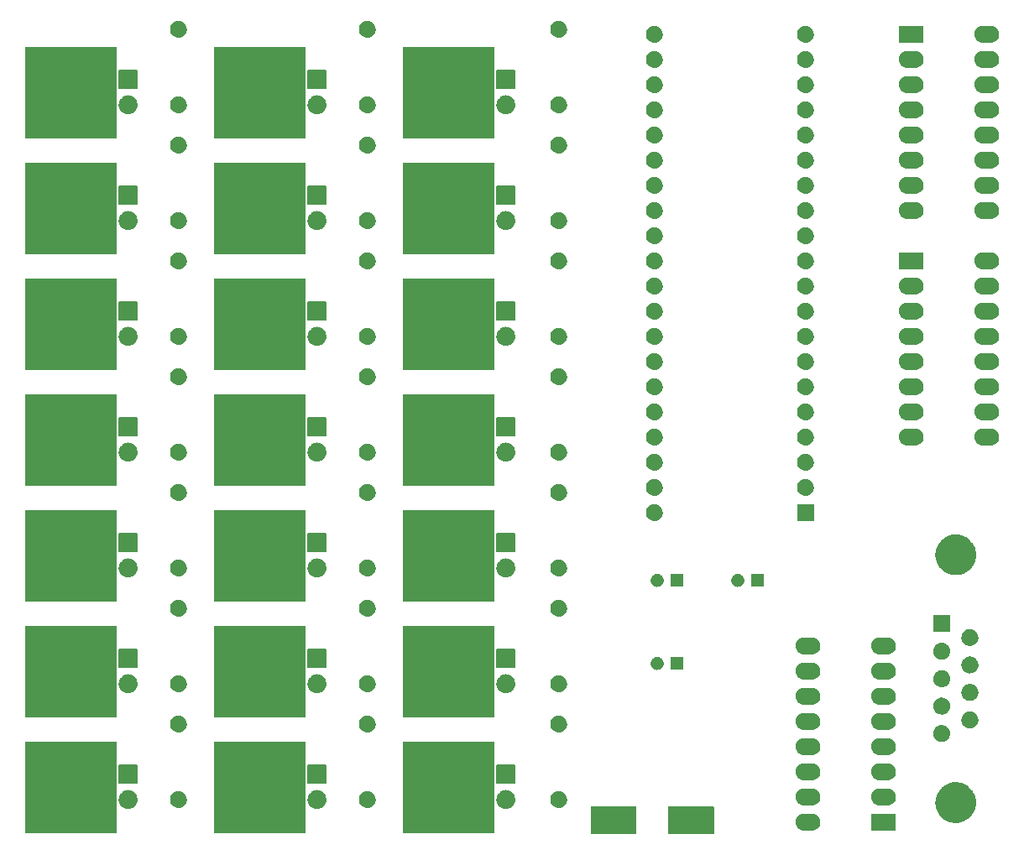
<source format=gbr>
G04 #@! TF.GenerationSoftware,KiCad,Pcbnew,5.99.0-unknown*
G04 #@! TF.CreationDate,2020-01-25T03:15:44+11:00*
G04 #@! TF.ProjectId,backup12,6261636b-7570-4313-922e-6b696361645f,1.0*
G04 #@! TF.SameCoordinates,Original*
G04 #@! TF.FileFunction,Soldermask,Bot*
G04 #@! TF.FilePolarity,Negative*
%FSLAX46Y46*%
G04 Gerber Fmt 4.6, Leading zero omitted, Abs format (unit mm)*
G04 Created by KiCad (PCBNEW 5.99.0-unknown) date 2020-01-25 03:15:44*
%MOMM*%
%LPD*%
G04 APERTURE LIST*
%ADD10C,0.100000*%
G04 APERTURE END LIST*
D10*
G36*
X94261000Y-88900000D02*
G01*
X85117000Y-88900000D01*
X85117000Y-79756000D01*
X94261000Y-79756000D01*
X94261000Y-88900000D01*
G37*
X94261000Y-88900000D02*
X85117000Y-88900000D01*
X85117000Y-79756000D01*
X94261000Y-79756000D01*
X94261000Y-88900000D01*
G36*
X94261000Y-100584000D02*
G01*
X85117000Y-100584000D01*
X85117000Y-91440000D01*
X94261000Y-91440000D01*
X94261000Y-100584000D01*
G37*
X94261000Y-100584000D02*
X85117000Y-100584000D01*
X85117000Y-91440000D01*
X94261000Y-91440000D01*
X94261000Y-100584000D01*
G36*
X94261000Y-53848000D02*
G01*
X85117000Y-53848000D01*
X85117000Y-44704000D01*
X94261000Y-44704000D01*
X94261000Y-53848000D01*
G37*
X94261000Y-53848000D02*
X85117000Y-53848000D01*
X85117000Y-44704000D01*
X94261000Y-44704000D01*
X94261000Y-53848000D01*
G36*
X94261000Y-65532000D02*
G01*
X85117000Y-65532000D01*
X85117000Y-56388000D01*
X94261000Y-56388000D01*
X94261000Y-65532000D01*
G37*
X94261000Y-65532000D02*
X85117000Y-65532000D01*
X85117000Y-56388000D01*
X94261000Y-56388000D01*
X94261000Y-65532000D01*
G36*
X94261000Y-42164000D02*
G01*
X85117000Y-42164000D01*
X85117000Y-33020000D01*
X94261000Y-33020000D01*
X94261000Y-42164000D01*
G37*
X94261000Y-42164000D02*
X85117000Y-42164000D01*
X85117000Y-33020000D01*
X94261000Y-33020000D01*
X94261000Y-42164000D01*
G36*
X94261000Y-77216000D02*
G01*
X85117000Y-77216000D01*
X85117000Y-68072000D01*
X94261000Y-68072000D01*
X94261000Y-77216000D01*
G37*
X94261000Y-77216000D02*
X85117000Y-77216000D01*
X85117000Y-68072000D01*
X94261000Y-68072000D01*
X94261000Y-77216000D01*
G36*
X94261000Y-30480000D02*
G01*
X85117000Y-30480000D01*
X85117000Y-21336000D01*
X94261000Y-21336000D01*
X94261000Y-30480000D01*
G37*
X94261000Y-30480000D02*
X85117000Y-30480000D01*
X85117000Y-21336000D01*
X94261000Y-21336000D01*
X94261000Y-30480000D01*
G36*
X75211000Y-88900000D02*
G01*
X66067000Y-88900000D01*
X66067000Y-79756000D01*
X75211000Y-79756000D01*
X75211000Y-88900000D01*
G37*
X75211000Y-88900000D02*
X66067000Y-88900000D01*
X66067000Y-79756000D01*
X75211000Y-79756000D01*
X75211000Y-88900000D01*
G36*
X75211000Y-100584000D02*
G01*
X66067000Y-100584000D01*
X66067000Y-91440000D01*
X75211000Y-91440000D01*
X75211000Y-100584000D01*
G37*
X75211000Y-100584000D02*
X66067000Y-100584000D01*
X66067000Y-91440000D01*
X75211000Y-91440000D01*
X75211000Y-100584000D01*
G36*
X75211000Y-53848000D02*
G01*
X66067000Y-53848000D01*
X66067000Y-44704000D01*
X75211000Y-44704000D01*
X75211000Y-53848000D01*
G37*
X75211000Y-53848000D02*
X66067000Y-53848000D01*
X66067000Y-44704000D01*
X75211000Y-44704000D01*
X75211000Y-53848000D01*
G36*
X75211000Y-65532000D02*
G01*
X66067000Y-65532000D01*
X66067000Y-56388000D01*
X75211000Y-56388000D01*
X75211000Y-65532000D01*
G37*
X75211000Y-65532000D02*
X66067000Y-65532000D01*
X66067000Y-56388000D01*
X75211000Y-56388000D01*
X75211000Y-65532000D01*
G36*
X75211000Y-42164000D02*
G01*
X66067000Y-42164000D01*
X66067000Y-33020000D01*
X75211000Y-33020000D01*
X75211000Y-42164000D01*
G37*
X75211000Y-42164000D02*
X66067000Y-42164000D01*
X66067000Y-33020000D01*
X75211000Y-33020000D01*
X75211000Y-42164000D01*
G36*
X75211000Y-77216000D02*
G01*
X66067000Y-77216000D01*
X66067000Y-68072000D01*
X75211000Y-68072000D01*
X75211000Y-77216000D01*
G37*
X75211000Y-77216000D02*
X66067000Y-77216000D01*
X66067000Y-68072000D01*
X75211000Y-68072000D01*
X75211000Y-77216000D01*
G36*
X75211000Y-30480000D02*
G01*
X66067000Y-30480000D01*
X66067000Y-21336000D01*
X75211000Y-21336000D01*
X75211000Y-30480000D01*
G37*
X75211000Y-30480000D02*
X66067000Y-30480000D01*
X66067000Y-21336000D01*
X75211000Y-21336000D01*
X75211000Y-30480000D01*
G36*
X56161000Y-100584000D02*
G01*
X47017000Y-100584000D01*
X47017000Y-91440000D01*
X56161000Y-91440000D01*
X56161000Y-100584000D01*
G37*
X56161000Y-100584000D02*
X47017000Y-100584000D01*
X47017000Y-91440000D01*
X56161000Y-91440000D01*
X56161000Y-100584000D01*
G36*
X56161000Y-88900000D02*
G01*
X47017000Y-88900000D01*
X47017000Y-79756000D01*
X56161000Y-79756000D01*
X56161000Y-88900000D01*
G37*
X56161000Y-88900000D02*
X47017000Y-88900000D01*
X47017000Y-79756000D01*
X56161000Y-79756000D01*
X56161000Y-88900000D01*
G36*
X56161000Y-77216000D02*
G01*
X47017000Y-77216000D01*
X47017000Y-68072000D01*
X56161000Y-68072000D01*
X56161000Y-77216000D01*
G37*
X56161000Y-77216000D02*
X47017000Y-77216000D01*
X47017000Y-68072000D01*
X56161000Y-68072000D01*
X56161000Y-77216000D01*
G36*
X56161000Y-65532000D02*
G01*
X47017000Y-65532000D01*
X47017000Y-56388000D01*
X56161000Y-56388000D01*
X56161000Y-65532000D01*
G37*
X56161000Y-65532000D02*
X47017000Y-65532000D01*
X47017000Y-56388000D01*
X56161000Y-56388000D01*
X56161000Y-65532000D01*
G36*
X56161000Y-53848000D02*
G01*
X47017000Y-53848000D01*
X47017000Y-44704000D01*
X56161000Y-44704000D01*
X56161000Y-53848000D01*
G37*
X56161000Y-53848000D02*
X47017000Y-53848000D01*
X47017000Y-44704000D01*
X56161000Y-44704000D01*
X56161000Y-53848000D01*
G36*
X56161000Y-42164000D02*
G01*
X47017000Y-42164000D01*
X47017000Y-33020000D01*
X56161000Y-33020000D01*
X56161000Y-42164000D01*
G37*
X56161000Y-42164000D02*
X47017000Y-42164000D01*
X47017000Y-33020000D01*
X56161000Y-33020000D01*
X56161000Y-42164000D01*
G36*
X56161000Y-30480000D02*
G01*
X47017000Y-30480000D01*
X47017000Y-21336000D01*
X56161000Y-21336000D01*
X56161000Y-30480000D01*
G37*
X56161000Y-30480000D02*
X47017000Y-30480000D01*
X47017000Y-21336000D01*
X56161000Y-21336000D01*
X56161000Y-30480000D01*
G36*
X116486899Y-97981959D02*
G01*
X116503769Y-97993231D01*
X116515041Y-98010101D01*
X116521448Y-98042312D01*
X116521448Y-100717688D01*
X116518999Y-100730000D01*
X116515041Y-100749899D01*
X116503769Y-100766769D01*
X116486899Y-100778041D01*
X116467000Y-100781999D01*
X116454688Y-100784448D01*
X111979312Y-100784448D01*
X111947101Y-100778041D01*
X111930231Y-100766769D01*
X111918959Y-100749899D01*
X111912552Y-100717688D01*
X111912552Y-98042312D01*
X111918959Y-98010101D01*
X111930231Y-97993231D01*
X111947101Y-97981959D01*
X111979312Y-97975552D01*
X116454688Y-97975552D01*
X116486899Y-97981959D01*
G37*
G36*
X108686899Y-97981959D02*
G01*
X108703769Y-97993231D01*
X108715041Y-98010101D01*
X108721448Y-98042312D01*
X108721448Y-100717688D01*
X108718999Y-100730000D01*
X108715041Y-100749899D01*
X108703769Y-100766769D01*
X108686899Y-100778041D01*
X108667000Y-100781999D01*
X108654688Y-100784448D01*
X104179312Y-100784448D01*
X104147101Y-100778041D01*
X104130231Y-100766769D01*
X104118959Y-100749899D01*
X104112552Y-100717688D01*
X104112552Y-98042312D01*
X104118959Y-98010101D01*
X104130231Y-97993231D01*
X104147101Y-97981959D01*
X104179312Y-97975552D01*
X108654688Y-97975552D01*
X108686899Y-97981959D01*
G37*
G36*
X134850899Y-98719959D02*
G01*
X134867769Y-98731231D01*
X134879041Y-98748101D01*
X134885448Y-98780312D01*
X134885448Y-100355688D01*
X134882999Y-100368000D01*
X134879041Y-100387899D01*
X134867769Y-100404769D01*
X134850899Y-100416041D01*
X134831000Y-100419999D01*
X134818688Y-100422448D01*
X132443312Y-100422448D01*
X132411101Y-100416041D01*
X132394231Y-100404769D01*
X132382959Y-100387899D01*
X132376552Y-100355688D01*
X132376552Y-98780312D01*
X132382959Y-98748101D01*
X132394231Y-98731231D01*
X132411101Y-98719959D01*
X132443312Y-98713552D01*
X134818688Y-98713552D01*
X134850899Y-98719959D01*
G37*
G36*
X126548270Y-98734707D02*
G01*
X126672689Y-98753968D01*
X126677690Y-98756132D01*
X126686865Y-98757651D01*
X126759903Y-98791709D01*
X126828312Y-98821313D01*
X126838129Y-98828187D01*
X126854440Y-98835793D01*
X126913726Y-98881121D01*
X126969929Y-98920474D01*
X126982276Y-98933530D01*
X127001327Y-98948096D01*
X127045657Y-99000554D01*
X127088715Y-99046086D01*
X127101335Y-99066439D01*
X127120671Y-99089321D01*
X127149930Y-99144816D01*
X127179819Y-99193022D01*
X127190150Y-99221099D01*
X127206905Y-99252879D01*
X127221983Y-99307619D01*
X127239516Y-99355272D01*
X127244882Y-99390753D01*
X127256006Y-99431139D01*
X127258666Y-99481903D01*
X127265368Y-99526216D01*
X127263178Y-99567995D01*
X127265683Y-99615784D01*
X127258354Y-99660056D01*
X127256320Y-99698863D01*
X127244272Y-99745117D01*
X127235484Y-99798200D01*
X127221035Y-99834325D01*
X127212741Y-99866167D01*
X127189009Y-99914396D01*
X127166819Y-99969876D01*
X127148303Y-99997121D01*
X127136413Y-100021285D01*
X127099825Y-100068454D01*
X127062890Y-100122802D01*
X127043296Y-100141332D01*
X127030447Y-100157896D01*
X126980605Y-100200616D01*
X126928548Y-100249844D01*
X126910557Y-100260654D01*
X126899185Y-100270401D01*
X126836589Y-100305098D01*
X126770059Y-100345074D01*
X126755838Y-100349860D01*
X126747972Y-100354220D01*
X126673991Y-100377404D01*
X126594817Y-100404049D01*
X126585863Y-100405022D01*
X126583000Y-100405919D01*
X126499954Y-100414354D01*
X126457191Y-100419000D01*
X125580689Y-100419000D01*
X125473730Y-100401293D01*
X125349311Y-100382032D01*
X125344310Y-100379868D01*
X125335135Y-100378349D01*
X125262097Y-100344291D01*
X125193688Y-100314687D01*
X125183871Y-100307813D01*
X125167560Y-100300207D01*
X125108274Y-100254879D01*
X125052071Y-100215526D01*
X125039724Y-100202470D01*
X125020673Y-100187904D01*
X124976343Y-100135446D01*
X124933285Y-100089914D01*
X124920665Y-100069561D01*
X124901329Y-100046679D01*
X124872070Y-99991184D01*
X124842181Y-99942978D01*
X124831850Y-99914901D01*
X124815095Y-99883121D01*
X124800017Y-99828381D01*
X124782484Y-99780728D01*
X124777118Y-99745247D01*
X124765994Y-99704861D01*
X124763334Y-99654097D01*
X124756632Y-99609784D01*
X124758822Y-99568005D01*
X124756317Y-99520216D01*
X124763646Y-99475944D01*
X124765680Y-99437137D01*
X124777728Y-99390883D01*
X124786516Y-99337800D01*
X124800965Y-99301675D01*
X124809259Y-99269833D01*
X124832991Y-99221604D01*
X124855181Y-99166124D01*
X124873697Y-99138879D01*
X124885587Y-99114715D01*
X124922175Y-99067546D01*
X124959110Y-99013198D01*
X124978704Y-98994668D01*
X124991553Y-98978104D01*
X125041395Y-98935384D01*
X125093452Y-98886156D01*
X125111443Y-98875346D01*
X125122815Y-98865599D01*
X125185411Y-98830902D01*
X125251941Y-98790926D01*
X125266162Y-98786140D01*
X125274028Y-98781780D01*
X125348009Y-98758596D01*
X125427183Y-98731951D01*
X125436137Y-98730978D01*
X125439000Y-98730081D01*
X125522046Y-98721646D01*
X125564809Y-98717000D01*
X126441311Y-98717000D01*
X126548270Y-98734707D01*
G37*
G36*
X141028815Y-95541655D02*
G01*
X141131911Y-95545255D01*
X141170500Y-95552059D01*
X141206665Y-95554715D01*
X141309373Y-95576546D01*
X141414393Y-95595064D01*
X141448255Y-95606066D01*
X141480202Y-95612857D01*
X141582466Y-95649675D01*
X141687194Y-95683703D01*
X141715981Y-95697743D01*
X141743320Y-95707586D01*
X141842919Y-95759655D01*
X141945004Y-95809445D01*
X141968590Y-95825354D01*
X141991150Y-95837148D01*
X142085819Y-95904426D01*
X142182805Y-95969844D01*
X142201287Y-95986485D01*
X142219101Y-95999145D01*
X142306544Y-96081259D01*
X142395968Y-96161777D01*
X142409647Y-96178079D01*
X142422956Y-96190577D01*
X142500902Y-96286833D01*
X142580345Y-96381509D01*
X142589725Y-96396519D01*
X142598946Y-96407907D01*
X142665208Y-96517318D01*
X142732347Y-96624763D01*
X142738087Y-96637656D01*
X142743813Y-96647110D01*
X142796324Y-96768457D01*
X142849016Y-96886804D01*
X142851921Y-96896934D01*
X142854878Y-96903768D01*
X142891844Y-97036163D01*
X142928079Y-97162532D01*
X142929044Y-97169400D01*
X142930081Y-97173113D01*
X142949892Y-97317737D01*
X142968000Y-97446580D01*
X142968000Y-97733420D01*
X142964727Y-97756710D01*
X142964552Y-97773398D01*
X142945283Y-97895060D01*
X142928079Y-98017468D01*
X142923200Y-98034482D01*
X142920908Y-98048955D01*
X142883943Y-98171390D01*
X142849016Y-98293196D01*
X142843275Y-98306092D01*
X142840081Y-98316669D01*
X142785020Y-98436933D01*
X142732347Y-98555237D01*
X142726768Y-98564165D01*
X142723665Y-98570943D01*
X142649997Y-98687025D01*
X142580345Y-98798491D01*
X142575884Y-98803808D01*
X142573821Y-98807058D01*
X142479632Y-98918516D01*
X142395968Y-99018223D01*
X142393482Y-99020462D01*
X142393320Y-99020653D01*
X142185498Y-99207777D01*
X142185291Y-99207918D01*
X142182805Y-99210156D01*
X142074988Y-99282880D01*
X141954206Y-99364963D01*
X141950754Y-99366677D01*
X141945004Y-99370555D01*
X141826908Y-99428154D01*
X141703718Y-99489306D01*
X141696652Y-99491684D01*
X141687194Y-99496297D01*
X141564069Y-99536303D01*
X141438674Y-99578503D01*
X141427818Y-99580574D01*
X141414393Y-99584936D01*
X141289605Y-99606939D01*
X141163978Y-99630904D01*
X141149345Y-99631671D01*
X141131911Y-99634745D01*
X141008361Y-99639060D01*
X140884710Y-99645540D01*
X140866525Y-99644013D01*
X140845246Y-99644756D01*
X140725518Y-99632172D01*
X140606040Y-99622139D01*
X140584720Y-99617374D01*
X140559978Y-99614773D01*
X140446432Y-99586463D01*
X140333117Y-99561134D01*
X140309261Y-99552262D01*
X140281659Y-99545380D01*
X140176359Y-99502836D01*
X140071012Y-99463658D01*
X140045404Y-99449927D01*
X140015705Y-99437928D01*
X139920325Y-99382860D01*
X139824552Y-99331507D01*
X139798132Y-99312312D01*
X139767295Y-99294508D01*
X139683255Y-99228849D01*
X139598313Y-99167135D01*
X139572142Y-99142038D01*
X139541262Y-99117912D01*
X139469605Y-99043709D01*
X139396473Y-98973578D01*
X139371713Y-98942338D01*
X139342006Y-98911576D01*
X139283428Y-98830951D01*
X139222767Y-98754415D01*
X139200647Y-98717012D01*
X139173406Y-98679518D01*
X139128265Y-98594621D01*
X139080412Y-98513705D01*
X139062179Y-98470331D01*
X139038743Y-98426254D01*
X139007067Y-98339225D01*
X138972044Y-98255909D01*
X138958933Y-98206977D01*
X138940638Y-98156713D01*
X138922119Y-98069588D01*
X138899663Y-97985781D01*
X138892862Y-97931941D01*
X138881001Y-97876141D01*
X138875035Y-97790830D01*
X138864615Y-97708342D01*
X138865221Y-97650478D01*
X138860992Y-97590000D01*
X138866711Y-97508212D01*
X138867544Y-97428705D01*
X138876523Y-97367901D01*
X138881001Y-97303859D01*
X138897309Y-97227135D01*
X138908396Y-97152054D01*
X138926549Y-97089569D01*
X138940638Y-97023287D01*
X138966248Y-96952924D01*
X138986416Y-96883505D01*
X139014351Y-96820761D01*
X139038743Y-96753746D01*
X139072225Y-96690776D01*
X139100159Y-96628035D01*
X139138251Y-96566598D01*
X139173406Y-96500482D01*
X139213233Y-96445665D01*
X139247524Y-96390359D01*
X139295905Y-96331877D01*
X139342006Y-96268424D01*
X139386600Y-96222245D01*
X139425781Y-96174884D01*
X139484308Y-96121066D01*
X139541262Y-96062088D01*
X139589039Y-96024760D01*
X139631627Y-95985599D01*
X139699885Y-95938158D01*
X139767295Y-95885492D01*
X139816715Y-95856960D01*
X139861268Y-95825994D01*
X139938559Y-95786612D01*
X140015705Y-95742072D01*
X140065304Y-95722033D01*
X140110436Y-95699037D01*
X140195787Y-95669314D01*
X140281659Y-95634620D01*
X140330090Y-95622545D01*
X140374530Y-95607069D01*
X140466693Y-95588486D01*
X140559978Y-95565227D01*
X140606068Y-95560383D01*
X140648668Y-95551793D01*
X140746136Y-95545661D01*
X140845246Y-95535244D01*
X140887986Y-95536737D01*
X140927764Y-95534234D01*
X141028815Y-95541655D01*
G37*
G36*
X57527675Y-96334627D02*
G01*
X57568905Y-96336680D01*
X57617080Y-96348468D01*
X57671954Y-96356963D01*
X57710728Y-96371383D01*
X57745176Y-96379812D01*
X57795544Y-96402925D01*
X57853037Y-96424307D01*
X57883173Y-96443138D01*
X57910107Y-96455498D01*
X57959922Y-96491097D01*
X58016880Y-96526688D01*
X58038387Y-96547168D01*
X58057749Y-96561005D01*
X58103931Y-96609585D01*
X58156790Y-96659922D01*
X58170404Y-96679511D01*
X58182782Y-96692531D01*
X58222083Y-96753866D01*
X58267052Y-96818569D01*
X58274145Y-96835119D01*
X58280683Y-96845322D01*
X58309818Y-96918349D01*
X58343162Y-96996146D01*
X58345606Y-97008051D01*
X58347928Y-97013872D01*
X58363813Y-97096748D01*
X58382010Y-97185400D01*
X58381988Y-97191580D01*
X58382056Y-97191932D01*
X58381404Y-97378704D01*
X58381335Y-97379053D01*
X58381313Y-97385237D01*
X58362491Y-97473785D01*
X58346034Y-97556522D01*
X58343671Y-97562327D01*
X58341144Y-97574215D01*
X58307246Y-97651806D01*
X58277613Y-97724599D01*
X58271009Y-97734748D01*
X58263797Y-97751257D01*
X58218357Y-97815672D01*
X58178645Y-97876707D01*
X58166180Y-97889637D01*
X58152430Y-97909129D01*
X58099221Y-97959096D01*
X58052704Y-98007349D01*
X58033248Y-98021048D01*
X58011593Y-98041384D01*
X57954380Y-98076582D01*
X57904323Y-98111828D01*
X57877302Y-98124000D01*
X57847039Y-98142618D01*
X57789399Y-98163597D01*
X57738868Y-98186360D01*
X57704362Y-98194549D01*
X57665490Y-98208697D01*
X57610568Y-98216807D01*
X57562307Y-98228260D01*
X57521057Y-98230025D01*
X57474363Y-98236920D01*
X57424741Y-98234146D01*
X57381000Y-98236017D01*
X57334403Y-98229095D01*
X57281464Y-98226135D01*
X57239057Y-98214931D01*
X57201504Y-98209352D01*
X57151566Y-98191815D01*
X57094673Y-98176783D01*
X57060600Y-98159869D01*
X57030288Y-98149224D01*
X56979557Y-98119639D01*
X56921621Y-98090879D01*
X56896245Y-98071053D01*
X56873528Y-98057805D01*
X56824930Y-98015335D01*
X56769378Y-97971933D01*
X56752292Y-97951857D01*
X56736884Y-97938392D01*
X56693628Y-97882928D01*
X56644161Y-97824804D01*
X56634277Y-97806825D01*
X56625285Y-97795295D01*
X56590661Y-97727488D01*
X56551086Y-97655501D01*
X56546749Y-97641492D01*
X56542760Y-97633679D01*
X56519983Y-97555022D01*
X56493955Y-97470941D01*
X56493095Y-97462173D01*
X56492285Y-97459375D01*
X56484295Y-97372423D01*
X56475102Y-97278663D01*
X56484949Y-97184976D01*
X56493546Y-97098079D01*
X56494376Y-97095287D01*
X56495297Y-97086521D01*
X56521920Y-97002594D01*
X56545237Y-96924129D01*
X56549280Y-96916346D01*
X56553715Y-96902365D01*
X56593811Y-96830621D01*
X56628891Y-96763090D01*
X56637956Y-96751632D01*
X56647969Y-96733716D01*
X56697849Y-96675930D01*
X56741484Y-96620776D01*
X56756984Y-96607420D01*
X56774210Y-96587464D01*
X56830069Y-96544447D01*
X56878959Y-96502321D01*
X56901768Y-96489232D01*
X56927281Y-96469584D01*
X56985401Y-96441237D01*
X57036350Y-96411999D01*
X57066746Y-96401562D01*
X57100928Y-96384891D01*
X57157921Y-96370258D01*
X57207983Y-96353069D01*
X57245572Y-96347753D01*
X57288059Y-96336844D01*
X57341020Y-96334254D01*
X57387663Y-96327657D01*
X57431388Y-96329834D01*
X57481028Y-96327406D01*
X57527675Y-96334627D01*
G37*
G36*
X76577675Y-96334627D02*
G01*
X76618905Y-96336680D01*
X76667080Y-96348468D01*
X76721954Y-96356963D01*
X76760728Y-96371383D01*
X76795176Y-96379812D01*
X76845544Y-96402925D01*
X76903037Y-96424307D01*
X76933173Y-96443138D01*
X76960107Y-96455498D01*
X77009922Y-96491097D01*
X77066880Y-96526688D01*
X77088387Y-96547168D01*
X77107749Y-96561005D01*
X77153931Y-96609585D01*
X77206790Y-96659922D01*
X77220404Y-96679511D01*
X77232782Y-96692531D01*
X77272083Y-96753866D01*
X77317052Y-96818569D01*
X77324145Y-96835119D01*
X77330683Y-96845322D01*
X77359818Y-96918349D01*
X77393162Y-96996146D01*
X77395606Y-97008051D01*
X77397928Y-97013872D01*
X77413813Y-97096748D01*
X77432010Y-97185400D01*
X77431988Y-97191580D01*
X77432056Y-97191932D01*
X77431404Y-97378704D01*
X77431335Y-97379053D01*
X77431313Y-97385237D01*
X77412491Y-97473785D01*
X77396034Y-97556522D01*
X77393671Y-97562327D01*
X77391144Y-97574215D01*
X77357246Y-97651806D01*
X77327613Y-97724599D01*
X77321009Y-97734748D01*
X77313797Y-97751257D01*
X77268357Y-97815672D01*
X77228645Y-97876707D01*
X77216180Y-97889637D01*
X77202430Y-97909129D01*
X77149221Y-97959096D01*
X77102704Y-98007349D01*
X77083248Y-98021048D01*
X77061593Y-98041384D01*
X77004380Y-98076582D01*
X76954323Y-98111828D01*
X76927302Y-98124000D01*
X76897039Y-98142618D01*
X76839399Y-98163597D01*
X76788868Y-98186360D01*
X76754362Y-98194549D01*
X76715490Y-98208697D01*
X76660568Y-98216807D01*
X76612307Y-98228260D01*
X76571057Y-98230025D01*
X76524363Y-98236920D01*
X76474741Y-98234146D01*
X76431000Y-98236017D01*
X76384403Y-98229095D01*
X76331464Y-98226135D01*
X76289057Y-98214931D01*
X76251504Y-98209352D01*
X76201566Y-98191815D01*
X76144673Y-98176783D01*
X76110600Y-98159869D01*
X76080288Y-98149224D01*
X76029557Y-98119639D01*
X75971621Y-98090879D01*
X75946245Y-98071053D01*
X75923528Y-98057805D01*
X75874930Y-98015335D01*
X75819378Y-97971933D01*
X75802292Y-97951857D01*
X75786884Y-97938392D01*
X75743628Y-97882928D01*
X75694161Y-97824804D01*
X75684277Y-97806825D01*
X75675285Y-97795295D01*
X75640661Y-97727488D01*
X75601086Y-97655501D01*
X75596749Y-97641492D01*
X75592760Y-97633679D01*
X75569983Y-97555022D01*
X75543955Y-97470941D01*
X75543095Y-97462173D01*
X75542285Y-97459375D01*
X75534295Y-97372423D01*
X75525102Y-97278663D01*
X75534949Y-97184976D01*
X75543546Y-97098079D01*
X75544376Y-97095287D01*
X75545297Y-97086521D01*
X75571920Y-97002594D01*
X75595237Y-96924129D01*
X75599280Y-96916346D01*
X75603715Y-96902365D01*
X75643811Y-96830621D01*
X75678891Y-96763090D01*
X75687956Y-96751632D01*
X75697969Y-96733716D01*
X75747849Y-96675930D01*
X75791484Y-96620776D01*
X75806984Y-96607420D01*
X75824210Y-96587464D01*
X75880069Y-96544447D01*
X75928959Y-96502321D01*
X75951768Y-96489232D01*
X75977281Y-96469584D01*
X76035401Y-96441237D01*
X76086350Y-96411999D01*
X76116746Y-96401562D01*
X76150928Y-96384891D01*
X76207921Y-96370258D01*
X76257983Y-96353069D01*
X76295572Y-96347753D01*
X76338059Y-96336844D01*
X76391020Y-96334254D01*
X76437663Y-96327657D01*
X76481388Y-96329834D01*
X76531028Y-96327406D01*
X76577675Y-96334627D01*
G37*
G36*
X95627675Y-96334627D02*
G01*
X95668905Y-96336680D01*
X95717080Y-96348468D01*
X95771954Y-96356963D01*
X95810728Y-96371383D01*
X95845176Y-96379812D01*
X95895544Y-96402925D01*
X95953037Y-96424307D01*
X95983173Y-96443138D01*
X96010107Y-96455498D01*
X96059922Y-96491097D01*
X96116880Y-96526688D01*
X96138387Y-96547168D01*
X96157749Y-96561005D01*
X96203931Y-96609585D01*
X96256790Y-96659922D01*
X96270404Y-96679511D01*
X96282782Y-96692531D01*
X96322083Y-96753866D01*
X96367052Y-96818569D01*
X96374145Y-96835119D01*
X96380683Y-96845322D01*
X96409818Y-96918349D01*
X96443162Y-96996146D01*
X96445606Y-97008051D01*
X96447928Y-97013872D01*
X96463813Y-97096748D01*
X96482010Y-97185400D01*
X96481988Y-97191580D01*
X96482056Y-97191932D01*
X96481404Y-97378704D01*
X96481335Y-97379053D01*
X96481313Y-97385237D01*
X96462491Y-97473785D01*
X96446034Y-97556522D01*
X96443671Y-97562327D01*
X96441144Y-97574215D01*
X96407246Y-97651806D01*
X96377613Y-97724599D01*
X96371009Y-97734748D01*
X96363797Y-97751257D01*
X96318357Y-97815672D01*
X96278645Y-97876707D01*
X96266180Y-97889637D01*
X96252430Y-97909129D01*
X96199221Y-97959096D01*
X96152704Y-98007349D01*
X96133248Y-98021048D01*
X96111593Y-98041384D01*
X96054380Y-98076582D01*
X96004323Y-98111828D01*
X95977302Y-98124000D01*
X95947039Y-98142618D01*
X95889399Y-98163597D01*
X95838868Y-98186360D01*
X95804362Y-98194549D01*
X95765490Y-98208697D01*
X95710568Y-98216807D01*
X95662307Y-98228260D01*
X95621057Y-98230025D01*
X95574363Y-98236920D01*
X95524741Y-98234146D01*
X95481000Y-98236017D01*
X95434403Y-98229095D01*
X95381464Y-98226135D01*
X95339057Y-98214931D01*
X95301504Y-98209352D01*
X95251566Y-98191815D01*
X95194673Y-98176783D01*
X95160600Y-98159869D01*
X95130288Y-98149224D01*
X95079557Y-98119639D01*
X95021621Y-98090879D01*
X94996245Y-98071053D01*
X94973528Y-98057805D01*
X94924930Y-98015335D01*
X94869378Y-97971933D01*
X94852292Y-97951857D01*
X94836884Y-97938392D01*
X94793628Y-97882928D01*
X94744161Y-97824804D01*
X94734277Y-97806825D01*
X94725285Y-97795295D01*
X94690661Y-97727488D01*
X94651086Y-97655501D01*
X94646749Y-97641492D01*
X94642760Y-97633679D01*
X94619983Y-97555022D01*
X94593955Y-97470941D01*
X94593095Y-97462173D01*
X94592285Y-97459375D01*
X94584295Y-97372423D01*
X94575102Y-97278663D01*
X94584949Y-97184976D01*
X94593546Y-97098079D01*
X94594376Y-97095287D01*
X94595297Y-97086521D01*
X94621920Y-97002594D01*
X94645237Y-96924129D01*
X94649280Y-96916346D01*
X94653715Y-96902365D01*
X94693811Y-96830621D01*
X94728891Y-96763090D01*
X94737956Y-96751632D01*
X94747969Y-96733716D01*
X94797849Y-96675930D01*
X94841484Y-96620776D01*
X94856984Y-96607420D01*
X94874210Y-96587464D01*
X94930069Y-96544447D01*
X94978959Y-96502321D01*
X95001768Y-96489232D01*
X95027281Y-96469584D01*
X95085401Y-96441237D01*
X95136350Y-96411999D01*
X95166746Y-96401562D01*
X95200928Y-96384891D01*
X95257921Y-96370258D01*
X95307983Y-96353069D01*
X95345572Y-96347753D01*
X95388059Y-96336844D01*
X95441020Y-96334254D01*
X95487663Y-96327657D01*
X95531388Y-96329834D01*
X95581028Y-96327406D01*
X95627675Y-96334627D01*
G37*
G36*
X100867976Y-96429826D02*
G01*
X100909766Y-96427782D01*
X100954056Y-96434639D01*
X101004810Y-96437476D01*
X101045163Y-96448743D01*
X101080621Y-96454232D01*
X101128204Y-96471928D01*
X101182898Y-96487199D01*
X101214622Y-96504067D01*
X101242659Y-96514494D01*
X101290757Y-96544549D01*
X101346153Y-96574004D01*
X101368968Y-96593421D01*
X101389271Y-96606108D01*
X101434641Y-96649313D01*
X101486961Y-96693841D01*
X101501463Y-96712947D01*
X101514472Y-96725335D01*
X101553616Y-96781655D01*
X101598751Y-96841118D01*
X101606302Y-96857459D01*
X101613142Y-96867301D01*
X101642508Y-96935817D01*
X101676307Y-97008965D01*
X101678885Y-97020692D01*
X101681247Y-97026202D01*
X101697429Y-97105036D01*
X101716011Y-97189551D01*
X101715345Y-97380388D01*
X101696181Y-97464738D01*
X101679443Y-97543485D01*
X101677041Y-97548982D01*
X101674381Y-97560692D01*
X101640069Y-97633609D01*
X101610227Y-97701915D01*
X101603318Y-97711709D01*
X101595655Y-97727994D01*
X101550114Y-97787130D01*
X101510570Y-97843187D01*
X101497472Y-97855487D01*
X101482840Y-97874487D01*
X101430227Y-97918635D01*
X101384544Y-97961534D01*
X101364147Y-97974082D01*
X101341199Y-97993338D01*
X101285600Y-98022405D01*
X101237293Y-98052123D01*
X101209184Y-98062354D01*
X101177341Y-98079001D01*
X101122534Y-98093892D01*
X101074831Y-98111254D01*
X101039340Y-98116495D01*
X100998911Y-98127479D01*
X100948139Y-98129962D01*
X100903803Y-98136509D01*
X100862027Y-98134174D01*
X100814233Y-98136511D01*
X100769992Y-98129028D01*
X100731189Y-98126859D01*
X100684980Y-98114650D01*
X100631923Y-98105676D01*
X100595839Y-98091097D01*
X100564035Y-98082694D01*
X100515897Y-98058799D01*
X100460488Y-98036412D01*
X100433311Y-98017804D01*
X100409182Y-98005826D01*
X100362128Y-97969063D01*
X100307926Y-97931950D01*
X100289469Y-97912295D01*
X100272950Y-97899389D01*
X100230400Y-97849393D01*
X100181354Y-97797164D01*
X100170608Y-97779138D01*
X100160896Y-97767726D01*
X100126401Y-97704981D01*
X100086678Y-97638344D01*
X100081943Y-97624111D01*
X100077610Y-97616229D01*
X100054692Y-97542192D01*
X100028314Y-97462898D01*
X100027372Y-97453934D01*
X100026486Y-97451072D01*
X100018347Y-97368068D01*
X100008987Y-97279012D01*
X100018967Y-97190044D01*
X100027687Y-97107078D01*
X100028593Y-97104220D01*
X100029598Y-97095265D01*
X100056530Y-97016153D01*
X100079963Y-96942281D01*
X100084350Y-96934432D01*
X100089184Y-96920231D01*
X100129382Y-96853857D01*
X100164304Y-96791371D01*
X100174092Y-96780031D01*
X100184967Y-96762075D01*
X100234385Y-96710181D01*
X100277273Y-96660495D01*
X100293879Y-96647707D01*
X100312477Y-96628177D01*
X100366952Y-96591433D01*
X100414250Y-96555009D01*
X100438458Y-96543202D01*
X100465765Y-96524783D01*
X100521319Y-96502787D01*
X100569633Y-96479223D01*
X100601503Y-96471040D01*
X100637679Y-96456717D01*
X100690795Y-96448114D01*
X100737088Y-96436228D01*
X100775903Y-96434330D01*
X100820199Y-96427155D01*
X100867976Y-96429826D01*
G37*
G36*
X81563976Y-96429826D02*
G01*
X81605766Y-96427782D01*
X81650056Y-96434639D01*
X81700810Y-96437476D01*
X81741163Y-96448743D01*
X81776621Y-96454232D01*
X81824204Y-96471928D01*
X81878898Y-96487199D01*
X81910622Y-96504067D01*
X81938659Y-96514494D01*
X81986757Y-96544549D01*
X82042153Y-96574004D01*
X82064968Y-96593421D01*
X82085271Y-96606108D01*
X82130641Y-96649313D01*
X82182961Y-96693841D01*
X82197463Y-96712947D01*
X82210472Y-96725335D01*
X82249616Y-96781655D01*
X82294751Y-96841118D01*
X82302302Y-96857459D01*
X82309142Y-96867301D01*
X82338508Y-96935817D01*
X82372307Y-97008965D01*
X82374885Y-97020692D01*
X82377247Y-97026202D01*
X82393429Y-97105036D01*
X82412011Y-97189551D01*
X82411345Y-97380388D01*
X82392181Y-97464738D01*
X82375443Y-97543485D01*
X82373041Y-97548982D01*
X82370381Y-97560692D01*
X82336069Y-97633609D01*
X82306227Y-97701915D01*
X82299318Y-97711709D01*
X82291655Y-97727994D01*
X82246114Y-97787130D01*
X82206570Y-97843187D01*
X82193472Y-97855487D01*
X82178840Y-97874487D01*
X82126227Y-97918635D01*
X82080544Y-97961534D01*
X82060147Y-97974082D01*
X82037199Y-97993338D01*
X81981600Y-98022405D01*
X81933293Y-98052123D01*
X81905184Y-98062354D01*
X81873341Y-98079001D01*
X81818534Y-98093892D01*
X81770831Y-98111254D01*
X81735340Y-98116495D01*
X81694911Y-98127479D01*
X81644139Y-98129962D01*
X81599803Y-98136509D01*
X81558027Y-98134174D01*
X81510233Y-98136511D01*
X81465992Y-98129028D01*
X81427189Y-98126859D01*
X81380980Y-98114650D01*
X81327923Y-98105676D01*
X81291839Y-98091097D01*
X81260035Y-98082694D01*
X81211897Y-98058799D01*
X81156488Y-98036412D01*
X81129311Y-98017804D01*
X81105182Y-98005826D01*
X81058128Y-97969063D01*
X81003926Y-97931950D01*
X80985469Y-97912295D01*
X80968950Y-97899389D01*
X80926400Y-97849393D01*
X80877354Y-97797164D01*
X80866608Y-97779138D01*
X80856896Y-97767726D01*
X80822401Y-97704981D01*
X80782678Y-97638344D01*
X80777943Y-97624111D01*
X80773610Y-97616229D01*
X80750692Y-97542192D01*
X80724314Y-97462898D01*
X80723372Y-97453934D01*
X80722486Y-97451072D01*
X80714347Y-97368068D01*
X80704987Y-97279012D01*
X80714967Y-97190044D01*
X80723687Y-97107078D01*
X80724593Y-97104220D01*
X80725598Y-97095265D01*
X80752530Y-97016153D01*
X80775963Y-96942281D01*
X80780350Y-96934432D01*
X80785184Y-96920231D01*
X80825382Y-96853857D01*
X80860304Y-96791371D01*
X80870092Y-96780031D01*
X80880967Y-96762075D01*
X80930385Y-96710181D01*
X80973273Y-96660495D01*
X80989879Y-96647707D01*
X81008477Y-96628177D01*
X81062952Y-96591433D01*
X81110250Y-96555009D01*
X81134458Y-96543202D01*
X81161765Y-96524783D01*
X81217319Y-96502787D01*
X81265633Y-96479223D01*
X81297503Y-96471040D01*
X81333679Y-96456717D01*
X81386795Y-96448114D01*
X81433088Y-96436228D01*
X81471903Y-96434330D01*
X81516199Y-96427155D01*
X81563976Y-96429826D01*
G37*
G36*
X62513976Y-96429826D02*
G01*
X62555766Y-96427782D01*
X62600056Y-96434639D01*
X62650810Y-96437476D01*
X62691163Y-96448743D01*
X62726621Y-96454232D01*
X62774204Y-96471928D01*
X62828898Y-96487199D01*
X62860622Y-96504067D01*
X62888659Y-96514494D01*
X62936757Y-96544549D01*
X62992153Y-96574004D01*
X63014968Y-96593421D01*
X63035271Y-96606108D01*
X63080641Y-96649313D01*
X63132961Y-96693841D01*
X63147463Y-96712947D01*
X63160472Y-96725335D01*
X63199616Y-96781655D01*
X63244751Y-96841118D01*
X63252302Y-96857459D01*
X63259142Y-96867301D01*
X63288508Y-96935817D01*
X63322307Y-97008965D01*
X63324885Y-97020692D01*
X63327247Y-97026202D01*
X63343429Y-97105036D01*
X63362011Y-97189551D01*
X63361345Y-97380388D01*
X63342181Y-97464738D01*
X63325443Y-97543485D01*
X63323041Y-97548982D01*
X63320381Y-97560692D01*
X63286069Y-97633609D01*
X63256227Y-97701915D01*
X63249318Y-97711709D01*
X63241655Y-97727994D01*
X63196114Y-97787130D01*
X63156570Y-97843187D01*
X63143472Y-97855487D01*
X63128840Y-97874487D01*
X63076227Y-97918635D01*
X63030544Y-97961534D01*
X63010147Y-97974082D01*
X62987199Y-97993338D01*
X62931600Y-98022405D01*
X62883293Y-98052123D01*
X62855184Y-98062354D01*
X62823341Y-98079001D01*
X62768534Y-98093892D01*
X62720831Y-98111254D01*
X62685340Y-98116495D01*
X62644911Y-98127479D01*
X62594139Y-98129962D01*
X62549803Y-98136509D01*
X62508027Y-98134174D01*
X62460233Y-98136511D01*
X62415992Y-98129028D01*
X62377189Y-98126859D01*
X62330980Y-98114650D01*
X62277923Y-98105676D01*
X62241839Y-98091097D01*
X62210035Y-98082694D01*
X62161897Y-98058799D01*
X62106488Y-98036412D01*
X62079311Y-98017804D01*
X62055182Y-98005826D01*
X62008128Y-97969063D01*
X61953926Y-97931950D01*
X61935469Y-97912295D01*
X61918950Y-97899389D01*
X61876400Y-97849393D01*
X61827354Y-97797164D01*
X61816608Y-97779138D01*
X61806896Y-97767726D01*
X61772401Y-97704981D01*
X61732678Y-97638344D01*
X61727943Y-97624111D01*
X61723610Y-97616229D01*
X61700692Y-97542192D01*
X61674314Y-97462898D01*
X61673372Y-97453934D01*
X61672486Y-97451072D01*
X61664347Y-97368068D01*
X61654987Y-97279012D01*
X61664967Y-97190044D01*
X61673687Y-97107078D01*
X61674593Y-97104220D01*
X61675598Y-97095265D01*
X61702530Y-97016153D01*
X61725963Y-96942281D01*
X61730350Y-96934432D01*
X61735184Y-96920231D01*
X61775382Y-96853857D01*
X61810304Y-96791371D01*
X61820092Y-96780031D01*
X61830967Y-96762075D01*
X61880385Y-96710181D01*
X61923273Y-96660495D01*
X61939879Y-96647707D01*
X61958477Y-96628177D01*
X62012952Y-96591433D01*
X62060250Y-96555009D01*
X62084458Y-96543202D01*
X62111765Y-96524783D01*
X62167319Y-96502787D01*
X62215633Y-96479223D01*
X62247503Y-96471040D01*
X62283679Y-96456717D01*
X62336795Y-96448114D01*
X62383088Y-96436228D01*
X62421903Y-96434330D01*
X62466199Y-96427155D01*
X62513976Y-96429826D01*
G37*
G36*
X134168270Y-96194707D02*
G01*
X134292689Y-96213968D01*
X134297690Y-96216132D01*
X134306865Y-96217651D01*
X134379903Y-96251709D01*
X134448312Y-96281313D01*
X134458129Y-96288187D01*
X134474440Y-96295793D01*
X134533726Y-96341121D01*
X134589929Y-96380474D01*
X134602276Y-96393530D01*
X134621327Y-96408096D01*
X134665657Y-96460554D01*
X134708715Y-96506086D01*
X134721335Y-96526439D01*
X134740671Y-96549321D01*
X134769930Y-96604816D01*
X134799819Y-96653022D01*
X134810150Y-96681099D01*
X134826905Y-96712879D01*
X134841983Y-96767619D01*
X134859516Y-96815272D01*
X134864882Y-96850753D01*
X134876006Y-96891139D01*
X134878666Y-96941903D01*
X134885368Y-96986216D01*
X134883178Y-97027995D01*
X134885683Y-97075784D01*
X134878354Y-97120056D01*
X134876320Y-97158863D01*
X134864272Y-97205117D01*
X134855484Y-97258200D01*
X134841035Y-97294325D01*
X134832741Y-97326167D01*
X134809009Y-97374396D01*
X134786819Y-97429876D01*
X134768303Y-97457121D01*
X134756413Y-97481285D01*
X134719825Y-97528454D01*
X134682890Y-97582802D01*
X134663296Y-97601332D01*
X134650447Y-97617896D01*
X134600605Y-97660616D01*
X134548548Y-97709844D01*
X134530557Y-97720654D01*
X134519185Y-97730401D01*
X134456589Y-97765098D01*
X134390059Y-97805074D01*
X134375838Y-97809860D01*
X134367972Y-97814220D01*
X134293991Y-97837404D01*
X134214817Y-97864049D01*
X134205863Y-97865022D01*
X134203000Y-97865919D01*
X134119954Y-97874354D01*
X134077191Y-97879000D01*
X133200689Y-97879000D01*
X133093730Y-97861293D01*
X132969311Y-97842032D01*
X132964310Y-97839868D01*
X132955135Y-97838349D01*
X132882097Y-97804291D01*
X132813688Y-97774687D01*
X132803871Y-97767813D01*
X132787560Y-97760207D01*
X132728274Y-97714879D01*
X132672071Y-97675526D01*
X132659724Y-97662470D01*
X132640673Y-97647904D01*
X132596343Y-97595446D01*
X132553285Y-97549914D01*
X132540665Y-97529561D01*
X132521329Y-97506679D01*
X132492070Y-97451184D01*
X132462181Y-97402978D01*
X132451850Y-97374901D01*
X132435095Y-97343121D01*
X132420017Y-97288381D01*
X132402484Y-97240728D01*
X132397118Y-97205247D01*
X132385994Y-97164861D01*
X132383334Y-97114097D01*
X132376632Y-97069784D01*
X132378822Y-97028005D01*
X132376317Y-96980216D01*
X132383646Y-96935944D01*
X132385680Y-96897137D01*
X132397728Y-96850883D01*
X132406516Y-96797800D01*
X132420965Y-96761675D01*
X132429259Y-96729833D01*
X132452991Y-96681604D01*
X132475181Y-96626124D01*
X132493697Y-96598879D01*
X132505587Y-96574715D01*
X132542175Y-96527546D01*
X132579110Y-96473198D01*
X132598704Y-96454668D01*
X132611553Y-96438104D01*
X132661395Y-96395384D01*
X132713452Y-96346156D01*
X132731443Y-96335346D01*
X132742815Y-96325599D01*
X132805411Y-96290902D01*
X132871941Y-96250926D01*
X132886162Y-96246140D01*
X132894028Y-96241780D01*
X132968009Y-96218596D01*
X133047183Y-96191951D01*
X133056137Y-96190978D01*
X133059000Y-96190081D01*
X133142046Y-96181646D01*
X133184809Y-96177000D01*
X134061311Y-96177000D01*
X134168270Y-96194707D01*
G37*
G36*
X126548270Y-96194707D02*
G01*
X126672689Y-96213968D01*
X126677690Y-96216132D01*
X126686865Y-96217651D01*
X126759903Y-96251709D01*
X126828312Y-96281313D01*
X126838129Y-96288187D01*
X126854440Y-96295793D01*
X126913726Y-96341121D01*
X126969929Y-96380474D01*
X126982276Y-96393530D01*
X127001327Y-96408096D01*
X127045657Y-96460554D01*
X127088715Y-96506086D01*
X127101335Y-96526439D01*
X127120671Y-96549321D01*
X127149930Y-96604816D01*
X127179819Y-96653022D01*
X127190150Y-96681099D01*
X127206905Y-96712879D01*
X127221983Y-96767619D01*
X127239516Y-96815272D01*
X127244882Y-96850753D01*
X127256006Y-96891139D01*
X127258666Y-96941903D01*
X127265368Y-96986216D01*
X127263178Y-97027995D01*
X127265683Y-97075784D01*
X127258354Y-97120056D01*
X127256320Y-97158863D01*
X127244272Y-97205117D01*
X127235484Y-97258200D01*
X127221035Y-97294325D01*
X127212741Y-97326167D01*
X127189009Y-97374396D01*
X127166819Y-97429876D01*
X127148303Y-97457121D01*
X127136413Y-97481285D01*
X127099825Y-97528454D01*
X127062890Y-97582802D01*
X127043296Y-97601332D01*
X127030447Y-97617896D01*
X126980605Y-97660616D01*
X126928548Y-97709844D01*
X126910557Y-97720654D01*
X126899185Y-97730401D01*
X126836589Y-97765098D01*
X126770059Y-97805074D01*
X126755838Y-97809860D01*
X126747972Y-97814220D01*
X126673991Y-97837404D01*
X126594817Y-97864049D01*
X126585863Y-97865022D01*
X126583000Y-97865919D01*
X126499954Y-97874354D01*
X126457191Y-97879000D01*
X125580689Y-97879000D01*
X125473730Y-97861293D01*
X125349311Y-97842032D01*
X125344310Y-97839868D01*
X125335135Y-97838349D01*
X125262097Y-97804291D01*
X125193688Y-97774687D01*
X125183871Y-97767813D01*
X125167560Y-97760207D01*
X125108274Y-97714879D01*
X125052071Y-97675526D01*
X125039724Y-97662470D01*
X125020673Y-97647904D01*
X124976343Y-97595446D01*
X124933285Y-97549914D01*
X124920665Y-97529561D01*
X124901329Y-97506679D01*
X124872070Y-97451184D01*
X124842181Y-97402978D01*
X124831850Y-97374901D01*
X124815095Y-97343121D01*
X124800017Y-97288381D01*
X124782484Y-97240728D01*
X124777118Y-97205247D01*
X124765994Y-97164861D01*
X124763334Y-97114097D01*
X124756632Y-97069784D01*
X124758822Y-97028005D01*
X124756317Y-96980216D01*
X124763646Y-96935944D01*
X124765680Y-96897137D01*
X124777728Y-96850883D01*
X124786516Y-96797800D01*
X124800965Y-96761675D01*
X124809259Y-96729833D01*
X124832991Y-96681604D01*
X124855181Y-96626124D01*
X124873697Y-96598879D01*
X124885587Y-96574715D01*
X124922175Y-96527546D01*
X124959110Y-96473198D01*
X124978704Y-96454668D01*
X124991553Y-96438104D01*
X125041395Y-96395384D01*
X125093452Y-96346156D01*
X125111443Y-96335346D01*
X125122815Y-96325599D01*
X125185411Y-96290902D01*
X125251941Y-96250926D01*
X125266162Y-96246140D01*
X125274028Y-96241780D01*
X125348009Y-96218596D01*
X125427183Y-96191951D01*
X125436137Y-96190978D01*
X125439000Y-96190081D01*
X125522046Y-96181646D01*
X125564809Y-96177000D01*
X126441311Y-96177000D01*
X126548270Y-96194707D01*
G37*
G36*
X58350899Y-93793959D02*
G01*
X58367769Y-93805231D01*
X58379041Y-93822101D01*
X58385448Y-93854312D01*
X58385448Y-95629688D01*
X58382999Y-95642000D01*
X58379041Y-95661899D01*
X58367769Y-95678769D01*
X58350899Y-95690041D01*
X58331000Y-95693999D01*
X58318688Y-95696448D01*
X56543312Y-95696448D01*
X56511101Y-95690041D01*
X56494231Y-95678769D01*
X56482959Y-95661899D01*
X56476552Y-95629688D01*
X56476552Y-93854312D01*
X56482959Y-93822101D01*
X56494231Y-93805231D01*
X56511101Y-93793959D01*
X56543312Y-93787552D01*
X58318688Y-93787552D01*
X58350899Y-93793959D01*
G37*
G36*
X77400899Y-93793959D02*
G01*
X77417769Y-93805231D01*
X77429041Y-93822101D01*
X77435448Y-93854312D01*
X77435448Y-95629688D01*
X77432999Y-95642000D01*
X77429041Y-95661899D01*
X77417769Y-95678769D01*
X77400899Y-95690041D01*
X77381000Y-95693999D01*
X77368688Y-95696448D01*
X75593312Y-95696448D01*
X75561101Y-95690041D01*
X75544231Y-95678769D01*
X75532959Y-95661899D01*
X75526552Y-95629688D01*
X75526552Y-93854312D01*
X75532959Y-93822101D01*
X75544231Y-93805231D01*
X75561101Y-93793959D01*
X75593312Y-93787552D01*
X77368688Y-93787552D01*
X77400899Y-93793959D01*
G37*
G36*
X96450899Y-93793959D02*
G01*
X96467769Y-93805231D01*
X96479041Y-93822101D01*
X96485448Y-93854312D01*
X96485448Y-95629688D01*
X96482999Y-95642000D01*
X96479041Y-95661899D01*
X96467769Y-95678769D01*
X96450899Y-95690041D01*
X96431000Y-95693999D01*
X96418688Y-95696448D01*
X94643312Y-95696448D01*
X94611101Y-95690041D01*
X94594231Y-95678769D01*
X94582959Y-95661899D01*
X94576552Y-95629688D01*
X94576552Y-93854312D01*
X94582959Y-93822101D01*
X94594231Y-93805231D01*
X94611101Y-93793959D01*
X94643312Y-93787552D01*
X96418688Y-93787552D01*
X96450899Y-93793959D01*
G37*
G36*
X134168270Y-93654707D02*
G01*
X134292689Y-93673968D01*
X134297690Y-93676132D01*
X134306865Y-93677651D01*
X134379903Y-93711709D01*
X134448312Y-93741313D01*
X134458129Y-93748187D01*
X134474440Y-93755793D01*
X134533726Y-93801121D01*
X134589929Y-93840474D01*
X134602276Y-93853530D01*
X134621327Y-93868096D01*
X134665657Y-93920554D01*
X134708715Y-93966086D01*
X134721335Y-93986439D01*
X134740671Y-94009321D01*
X134769930Y-94064816D01*
X134799819Y-94113022D01*
X134810150Y-94141099D01*
X134826905Y-94172879D01*
X134841983Y-94227619D01*
X134859516Y-94275272D01*
X134864882Y-94310753D01*
X134876006Y-94351139D01*
X134878666Y-94401903D01*
X134885368Y-94446216D01*
X134883178Y-94487995D01*
X134885683Y-94535784D01*
X134878354Y-94580056D01*
X134876320Y-94618863D01*
X134864272Y-94665117D01*
X134855484Y-94718200D01*
X134841035Y-94754325D01*
X134832741Y-94786167D01*
X134809009Y-94834396D01*
X134786819Y-94889876D01*
X134768303Y-94917121D01*
X134756413Y-94941285D01*
X134719825Y-94988454D01*
X134682890Y-95042802D01*
X134663296Y-95061332D01*
X134650447Y-95077896D01*
X134600605Y-95120616D01*
X134548548Y-95169844D01*
X134530557Y-95180654D01*
X134519185Y-95190401D01*
X134456589Y-95225098D01*
X134390059Y-95265074D01*
X134375838Y-95269860D01*
X134367972Y-95274220D01*
X134293991Y-95297404D01*
X134214817Y-95324049D01*
X134205863Y-95325022D01*
X134203000Y-95325919D01*
X134119954Y-95334354D01*
X134077191Y-95339000D01*
X133200689Y-95339000D01*
X133093730Y-95321293D01*
X132969311Y-95302032D01*
X132964310Y-95299868D01*
X132955135Y-95298349D01*
X132882097Y-95264291D01*
X132813688Y-95234687D01*
X132803871Y-95227813D01*
X132787560Y-95220207D01*
X132728274Y-95174879D01*
X132672071Y-95135526D01*
X132659724Y-95122470D01*
X132640673Y-95107904D01*
X132596343Y-95055446D01*
X132553285Y-95009914D01*
X132540665Y-94989561D01*
X132521329Y-94966679D01*
X132492070Y-94911184D01*
X132462181Y-94862978D01*
X132451850Y-94834901D01*
X132435095Y-94803121D01*
X132420017Y-94748381D01*
X132402484Y-94700728D01*
X132397118Y-94665247D01*
X132385994Y-94624861D01*
X132383334Y-94574097D01*
X132376632Y-94529784D01*
X132378822Y-94488005D01*
X132376317Y-94440216D01*
X132383646Y-94395944D01*
X132385680Y-94357137D01*
X132397728Y-94310883D01*
X132406516Y-94257800D01*
X132420965Y-94221675D01*
X132429259Y-94189833D01*
X132452991Y-94141604D01*
X132475181Y-94086124D01*
X132493697Y-94058879D01*
X132505587Y-94034715D01*
X132542175Y-93987546D01*
X132579110Y-93933198D01*
X132598704Y-93914668D01*
X132611553Y-93898104D01*
X132661395Y-93855384D01*
X132713452Y-93806156D01*
X132731443Y-93795346D01*
X132742815Y-93785599D01*
X132805411Y-93750902D01*
X132871941Y-93710926D01*
X132886162Y-93706140D01*
X132894028Y-93701780D01*
X132968009Y-93678596D01*
X133047183Y-93651951D01*
X133056137Y-93650978D01*
X133059000Y-93650081D01*
X133142046Y-93641646D01*
X133184809Y-93637000D01*
X134061311Y-93637000D01*
X134168270Y-93654707D01*
G37*
G36*
X126548270Y-93654707D02*
G01*
X126672689Y-93673968D01*
X126677690Y-93676132D01*
X126686865Y-93677651D01*
X126759903Y-93711709D01*
X126828312Y-93741313D01*
X126838129Y-93748187D01*
X126854440Y-93755793D01*
X126913726Y-93801121D01*
X126969929Y-93840474D01*
X126982276Y-93853530D01*
X127001327Y-93868096D01*
X127045657Y-93920554D01*
X127088715Y-93966086D01*
X127101335Y-93986439D01*
X127120671Y-94009321D01*
X127149930Y-94064816D01*
X127179819Y-94113022D01*
X127190150Y-94141099D01*
X127206905Y-94172879D01*
X127221983Y-94227619D01*
X127239516Y-94275272D01*
X127244882Y-94310753D01*
X127256006Y-94351139D01*
X127258666Y-94401903D01*
X127265368Y-94446216D01*
X127263178Y-94487995D01*
X127265683Y-94535784D01*
X127258354Y-94580056D01*
X127256320Y-94618863D01*
X127244272Y-94665117D01*
X127235484Y-94718200D01*
X127221035Y-94754325D01*
X127212741Y-94786167D01*
X127189009Y-94834396D01*
X127166819Y-94889876D01*
X127148303Y-94917121D01*
X127136413Y-94941285D01*
X127099825Y-94988454D01*
X127062890Y-95042802D01*
X127043296Y-95061332D01*
X127030447Y-95077896D01*
X126980605Y-95120616D01*
X126928548Y-95169844D01*
X126910557Y-95180654D01*
X126899185Y-95190401D01*
X126836589Y-95225098D01*
X126770059Y-95265074D01*
X126755838Y-95269860D01*
X126747972Y-95274220D01*
X126673991Y-95297404D01*
X126594817Y-95324049D01*
X126585863Y-95325022D01*
X126583000Y-95325919D01*
X126499954Y-95334354D01*
X126457191Y-95339000D01*
X125580689Y-95339000D01*
X125473730Y-95321293D01*
X125349311Y-95302032D01*
X125344310Y-95299868D01*
X125335135Y-95298349D01*
X125262097Y-95264291D01*
X125193688Y-95234687D01*
X125183871Y-95227813D01*
X125167560Y-95220207D01*
X125108274Y-95174879D01*
X125052071Y-95135526D01*
X125039724Y-95122470D01*
X125020673Y-95107904D01*
X124976343Y-95055446D01*
X124933285Y-95009914D01*
X124920665Y-94989561D01*
X124901329Y-94966679D01*
X124872070Y-94911184D01*
X124842181Y-94862978D01*
X124831850Y-94834901D01*
X124815095Y-94803121D01*
X124800017Y-94748381D01*
X124782484Y-94700728D01*
X124777118Y-94665247D01*
X124765994Y-94624861D01*
X124763334Y-94574097D01*
X124756632Y-94529784D01*
X124758822Y-94488005D01*
X124756317Y-94440216D01*
X124763646Y-94395944D01*
X124765680Y-94357137D01*
X124777728Y-94310883D01*
X124786516Y-94257800D01*
X124800965Y-94221675D01*
X124809259Y-94189833D01*
X124832991Y-94141604D01*
X124855181Y-94086124D01*
X124873697Y-94058879D01*
X124885587Y-94034715D01*
X124922175Y-93987546D01*
X124959110Y-93933198D01*
X124978704Y-93914668D01*
X124991553Y-93898104D01*
X125041395Y-93855384D01*
X125093452Y-93806156D01*
X125111443Y-93795346D01*
X125122815Y-93785599D01*
X125185411Y-93750902D01*
X125251941Y-93710926D01*
X125266162Y-93706140D01*
X125274028Y-93701780D01*
X125348009Y-93678596D01*
X125427183Y-93651951D01*
X125436137Y-93650978D01*
X125439000Y-93650081D01*
X125522046Y-93641646D01*
X125564809Y-93637000D01*
X126441311Y-93637000D01*
X126548270Y-93654707D01*
G37*
G36*
X134168270Y-91114707D02*
G01*
X134292689Y-91133968D01*
X134297690Y-91136132D01*
X134306865Y-91137651D01*
X134379903Y-91171709D01*
X134448312Y-91201313D01*
X134458129Y-91208187D01*
X134474440Y-91215793D01*
X134533726Y-91261121D01*
X134589929Y-91300474D01*
X134602276Y-91313530D01*
X134621327Y-91328096D01*
X134665657Y-91380554D01*
X134708715Y-91426086D01*
X134721335Y-91446439D01*
X134740671Y-91469321D01*
X134769930Y-91524816D01*
X134799819Y-91573022D01*
X134810150Y-91601099D01*
X134826905Y-91632879D01*
X134841983Y-91687619D01*
X134859516Y-91735272D01*
X134864882Y-91770753D01*
X134876006Y-91811139D01*
X134878666Y-91861903D01*
X134885368Y-91906216D01*
X134883178Y-91947995D01*
X134885683Y-91995784D01*
X134878354Y-92040056D01*
X134876320Y-92078863D01*
X134864272Y-92125117D01*
X134855484Y-92178200D01*
X134841035Y-92214325D01*
X134832741Y-92246167D01*
X134809009Y-92294396D01*
X134786819Y-92349876D01*
X134768303Y-92377121D01*
X134756413Y-92401285D01*
X134719825Y-92448454D01*
X134682890Y-92502802D01*
X134663296Y-92521332D01*
X134650447Y-92537896D01*
X134600605Y-92580616D01*
X134548548Y-92629844D01*
X134530557Y-92640654D01*
X134519185Y-92650401D01*
X134456589Y-92685098D01*
X134390059Y-92725074D01*
X134375838Y-92729860D01*
X134367972Y-92734220D01*
X134293991Y-92757404D01*
X134214817Y-92784049D01*
X134205863Y-92785022D01*
X134203000Y-92785919D01*
X134119954Y-92794354D01*
X134077191Y-92799000D01*
X133200689Y-92799000D01*
X133093730Y-92781293D01*
X132969311Y-92762032D01*
X132964310Y-92759868D01*
X132955135Y-92758349D01*
X132882097Y-92724291D01*
X132813688Y-92694687D01*
X132803871Y-92687813D01*
X132787560Y-92680207D01*
X132728274Y-92634879D01*
X132672071Y-92595526D01*
X132659724Y-92582470D01*
X132640673Y-92567904D01*
X132596343Y-92515446D01*
X132553285Y-92469914D01*
X132540665Y-92449561D01*
X132521329Y-92426679D01*
X132492070Y-92371184D01*
X132462181Y-92322978D01*
X132451850Y-92294901D01*
X132435095Y-92263121D01*
X132420017Y-92208381D01*
X132402484Y-92160728D01*
X132397118Y-92125247D01*
X132385994Y-92084861D01*
X132383334Y-92034097D01*
X132376632Y-91989784D01*
X132378822Y-91948005D01*
X132376317Y-91900216D01*
X132383646Y-91855944D01*
X132385680Y-91817137D01*
X132397728Y-91770883D01*
X132406516Y-91717800D01*
X132420965Y-91681675D01*
X132429259Y-91649833D01*
X132452991Y-91601604D01*
X132475181Y-91546124D01*
X132493697Y-91518879D01*
X132505587Y-91494715D01*
X132542175Y-91447546D01*
X132579110Y-91393198D01*
X132598704Y-91374668D01*
X132611553Y-91358104D01*
X132661395Y-91315384D01*
X132713452Y-91266156D01*
X132731443Y-91255346D01*
X132742815Y-91245599D01*
X132805411Y-91210902D01*
X132871941Y-91170926D01*
X132886162Y-91166140D01*
X132894028Y-91161780D01*
X132968009Y-91138596D01*
X133047183Y-91111951D01*
X133056137Y-91110978D01*
X133059000Y-91110081D01*
X133142046Y-91101646D01*
X133184809Y-91097000D01*
X134061311Y-91097000D01*
X134168270Y-91114707D01*
G37*
G36*
X126548270Y-91114707D02*
G01*
X126672689Y-91133968D01*
X126677690Y-91136132D01*
X126686865Y-91137651D01*
X126759903Y-91171709D01*
X126828312Y-91201313D01*
X126838129Y-91208187D01*
X126854440Y-91215793D01*
X126913726Y-91261121D01*
X126969929Y-91300474D01*
X126982276Y-91313530D01*
X127001327Y-91328096D01*
X127045657Y-91380554D01*
X127088715Y-91426086D01*
X127101335Y-91446439D01*
X127120671Y-91469321D01*
X127149930Y-91524816D01*
X127179819Y-91573022D01*
X127190150Y-91601099D01*
X127206905Y-91632879D01*
X127221983Y-91687619D01*
X127239516Y-91735272D01*
X127244882Y-91770753D01*
X127256006Y-91811139D01*
X127258666Y-91861903D01*
X127265368Y-91906216D01*
X127263178Y-91947995D01*
X127265683Y-91995784D01*
X127258354Y-92040056D01*
X127256320Y-92078863D01*
X127244272Y-92125117D01*
X127235484Y-92178200D01*
X127221035Y-92214325D01*
X127212741Y-92246167D01*
X127189009Y-92294396D01*
X127166819Y-92349876D01*
X127148303Y-92377121D01*
X127136413Y-92401285D01*
X127099825Y-92448454D01*
X127062890Y-92502802D01*
X127043296Y-92521332D01*
X127030447Y-92537896D01*
X126980605Y-92580616D01*
X126928548Y-92629844D01*
X126910557Y-92640654D01*
X126899185Y-92650401D01*
X126836589Y-92685098D01*
X126770059Y-92725074D01*
X126755838Y-92729860D01*
X126747972Y-92734220D01*
X126673991Y-92757404D01*
X126594817Y-92784049D01*
X126585863Y-92785022D01*
X126583000Y-92785919D01*
X126499954Y-92794354D01*
X126457191Y-92799000D01*
X125580689Y-92799000D01*
X125473730Y-92781293D01*
X125349311Y-92762032D01*
X125344310Y-92759868D01*
X125335135Y-92758349D01*
X125262097Y-92724291D01*
X125193688Y-92694687D01*
X125183871Y-92687813D01*
X125167560Y-92680207D01*
X125108274Y-92634879D01*
X125052071Y-92595526D01*
X125039724Y-92582470D01*
X125020673Y-92567904D01*
X124976343Y-92515446D01*
X124933285Y-92469914D01*
X124920665Y-92449561D01*
X124901329Y-92426679D01*
X124872070Y-92371184D01*
X124842181Y-92322978D01*
X124831850Y-92294901D01*
X124815095Y-92263121D01*
X124800017Y-92208381D01*
X124782484Y-92160728D01*
X124777118Y-92125247D01*
X124765994Y-92084861D01*
X124763334Y-92034097D01*
X124756632Y-91989784D01*
X124758822Y-91948005D01*
X124756317Y-91900216D01*
X124763646Y-91855944D01*
X124765680Y-91817137D01*
X124777728Y-91770883D01*
X124786516Y-91717800D01*
X124800965Y-91681675D01*
X124809259Y-91649833D01*
X124832991Y-91601604D01*
X124855181Y-91546124D01*
X124873697Y-91518879D01*
X124885587Y-91494715D01*
X124922175Y-91447546D01*
X124959110Y-91393198D01*
X124978704Y-91374668D01*
X124991553Y-91358104D01*
X125041395Y-91315384D01*
X125093452Y-91266156D01*
X125111443Y-91255346D01*
X125122815Y-91245599D01*
X125185411Y-91210902D01*
X125251941Y-91170926D01*
X125266162Y-91166140D01*
X125274028Y-91161780D01*
X125348009Y-91138596D01*
X125427183Y-91111951D01*
X125436137Y-91110978D01*
X125439000Y-91110081D01*
X125522046Y-91101646D01*
X125564809Y-91097000D01*
X126441311Y-91097000D01*
X126548270Y-91114707D01*
G37*
G36*
X139499976Y-89777826D02*
G01*
X139541766Y-89775782D01*
X139586056Y-89782639D01*
X139636810Y-89785476D01*
X139677163Y-89796743D01*
X139712621Y-89802232D01*
X139760204Y-89819928D01*
X139814898Y-89835199D01*
X139846622Y-89852067D01*
X139874659Y-89862494D01*
X139922757Y-89892549D01*
X139978153Y-89922004D01*
X140000968Y-89941421D01*
X140021271Y-89954108D01*
X140066641Y-89997313D01*
X140118961Y-90041841D01*
X140133463Y-90060947D01*
X140146472Y-90073335D01*
X140185616Y-90129655D01*
X140230751Y-90189118D01*
X140238302Y-90205459D01*
X140245142Y-90215301D01*
X140274508Y-90283817D01*
X140308307Y-90356965D01*
X140310885Y-90368692D01*
X140313247Y-90374202D01*
X140329429Y-90453036D01*
X140348011Y-90537551D01*
X140347345Y-90728388D01*
X140328181Y-90812738D01*
X140311443Y-90891485D01*
X140309041Y-90896982D01*
X140306381Y-90908692D01*
X140272069Y-90981609D01*
X140242227Y-91049915D01*
X140235318Y-91059709D01*
X140227655Y-91075994D01*
X140182114Y-91135130D01*
X140142570Y-91191187D01*
X140129472Y-91203487D01*
X140114840Y-91222487D01*
X140062227Y-91266635D01*
X140016544Y-91309534D01*
X139996147Y-91322082D01*
X139973199Y-91341338D01*
X139917600Y-91370405D01*
X139869293Y-91400123D01*
X139841184Y-91410354D01*
X139809341Y-91427001D01*
X139754534Y-91441892D01*
X139706831Y-91459254D01*
X139671340Y-91464495D01*
X139630911Y-91475479D01*
X139580139Y-91477962D01*
X139535803Y-91484509D01*
X139494027Y-91482174D01*
X139446233Y-91484511D01*
X139401992Y-91477028D01*
X139363189Y-91474859D01*
X139316980Y-91462650D01*
X139263923Y-91453676D01*
X139227839Y-91439097D01*
X139196035Y-91430694D01*
X139147897Y-91406799D01*
X139092488Y-91384412D01*
X139065311Y-91365804D01*
X139041182Y-91353826D01*
X138994128Y-91317063D01*
X138939926Y-91279950D01*
X138921469Y-91260295D01*
X138904950Y-91247389D01*
X138862400Y-91197393D01*
X138813354Y-91145164D01*
X138802608Y-91127138D01*
X138792896Y-91115726D01*
X138758401Y-91052981D01*
X138718678Y-90986344D01*
X138713943Y-90972111D01*
X138709610Y-90964229D01*
X138686692Y-90890192D01*
X138660314Y-90810898D01*
X138659372Y-90801934D01*
X138658486Y-90799072D01*
X138650347Y-90716068D01*
X138640987Y-90627012D01*
X138650967Y-90538044D01*
X138659687Y-90455078D01*
X138660593Y-90452220D01*
X138661598Y-90443265D01*
X138688530Y-90364153D01*
X138711963Y-90290281D01*
X138716350Y-90282432D01*
X138721184Y-90268231D01*
X138761382Y-90201857D01*
X138796304Y-90139371D01*
X138806092Y-90128031D01*
X138816967Y-90110075D01*
X138866385Y-90058181D01*
X138909273Y-90008495D01*
X138925879Y-89995707D01*
X138944477Y-89976177D01*
X138998952Y-89939433D01*
X139046250Y-89903009D01*
X139070458Y-89891202D01*
X139097765Y-89872783D01*
X139153319Y-89850787D01*
X139201633Y-89827223D01*
X139233503Y-89819040D01*
X139269679Y-89804717D01*
X139322795Y-89796114D01*
X139369088Y-89784228D01*
X139407903Y-89782330D01*
X139452199Y-89775155D01*
X139499976Y-89777826D01*
G37*
G36*
X62513976Y-88809826D02*
G01*
X62555766Y-88807782D01*
X62600056Y-88814639D01*
X62650810Y-88817476D01*
X62691163Y-88828743D01*
X62726621Y-88834232D01*
X62774204Y-88851928D01*
X62828898Y-88867199D01*
X62860622Y-88884067D01*
X62888659Y-88894494D01*
X62936757Y-88924549D01*
X62992153Y-88954004D01*
X63014968Y-88973421D01*
X63035271Y-88986108D01*
X63080641Y-89029313D01*
X63132961Y-89073841D01*
X63147463Y-89092947D01*
X63160472Y-89105335D01*
X63199616Y-89161655D01*
X63244751Y-89221118D01*
X63252302Y-89237459D01*
X63259142Y-89247301D01*
X63288508Y-89315817D01*
X63322307Y-89388965D01*
X63324885Y-89400692D01*
X63327247Y-89406202D01*
X63343429Y-89485036D01*
X63362011Y-89569551D01*
X63361345Y-89760388D01*
X63342181Y-89844738D01*
X63325443Y-89923485D01*
X63323041Y-89928982D01*
X63320381Y-89940692D01*
X63286069Y-90013609D01*
X63256227Y-90081915D01*
X63249318Y-90091709D01*
X63241655Y-90107994D01*
X63196114Y-90167130D01*
X63156570Y-90223187D01*
X63143472Y-90235487D01*
X63128840Y-90254487D01*
X63076227Y-90298635D01*
X63030544Y-90341534D01*
X63010147Y-90354082D01*
X62987199Y-90373338D01*
X62931600Y-90402405D01*
X62883293Y-90432123D01*
X62855184Y-90442354D01*
X62823341Y-90459001D01*
X62768534Y-90473892D01*
X62720831Y-90491254D01*
X62685340Y-90496495D01*
X62644911Y-90507479D01*
X62594139Y-90509962D01*
X62549803Y-90516509D01*
X62508027Y-90514174D01*
X62460233Y-90516511D01*
X62415992Y-90509028D01*
X62377189Y-90506859D01*
X62330980Y-90494650D01*
X62277923Y-90485676D01*
X62241839Y-90471097D01*
X62210035Y-90462694D01*
X62161897Y-90438799D01*
X62106488Y-90416412D01*
X62079311Y-90397804D01*
X62055182Y-90385826D01*
X62008128Y-90349063D01*
X61953926Y-90311950D01*
X61935469Y-90292295D01*
X61918950Y-90279389D01*
X61876400Y-90229393D01*
X61827354Y-90177164D01*
X61816608Y-90159138D01*
X61806896Y-90147726D01*
X61772401Y-90084981D01*
X61732678Y-90018344D01*
X61727943Y-90004111D01*
X61723610Y-89996229D01*
X61700692Y-89922192D01*
X61674314Y-89842898D01*
X61673372Y-89833934D01*
X61672486Y-89831072D01*
X61664347Y-89748068D01*
X61654987Y-89659012D01*
X61664967Y-89570044D01*
X61673687Y-89487078D01*
X61674593Y-89484220D01*
X61675598Y-89475265D01*
X61702530Y-89396153D01*
X61725963Y-89322281D01*
X61730350Y-89314432D01*
X61735184Y-89300231D01*
X61775382Y-89233857D01*
X61810304Y-89171371D01*
X61820092Y-89160031D01*
X61830967Y-89142075D01*
X61880385Y-89090181D01*
X61923273Y-89040495D01*
X61939879Y-89027707D01*
X61958477Y-89008177D01*
X62012952Y-88971433D01*
X62060250Y-88935009D01*
X62084458Y-88923202D01*
X62111765Y-88904783D01*
X62167319Y-88882787D01*
X62215633Y-88859223D01*
X62247503Y-88851040D01*
X62283679Y-88836717D01*
X62336795Y-88828114D01*
X62383088Y-88816228D01*
X62421903Y-88814330D01*
X62466199Y-88807155D01*
X62513976Y-88809826D01*
G37*
G36*
X81563976Y-88809826D02*
G01*
X81605766Y-88807782D01*
X81650056Y-88814639D01*
X81700810Y-88817476D01*
X81741163Y-88828743D01*
X81776621Y-88834232D01*
X81824204Y-88851928D01*
X81878898Y-88867199D01*
X81910622Y-88884067D01*
X81938659Y-88894494D01*
X81986757Y-88924549D01*
X82042153Y-88954004D01*
X82064968Y-88973421D01*
X82085271Y-88986108D01*
X82130641Y-89029313D01*
X82182961Y-89073841D01*
X82197463Y-89092947D01*
X82210472Y-89105335D01*
X82249616Y-89161655D01*
X82294751Y-89221118D01*
X82302302Y-89237459D01*
X82309142Y-89247301D01*
X82338508Y-89315817D01*
X82372307Y-89388965D01*
X82374885Y-89400692D01*
X82377247Y-89406202D01*
X82393429Y-89485036D01*
X82412011Y-89569551D01*
X82411345Y-89760388D01*
X82392181Y-89844738D01*
X82375443Y-89923485D01*
X82373041Y-89928982D01*
X82370381Y-89940692D01*
X82336069Y-90013609D01*
X82306227Y-90081915D01*
X82299318Y-90091709D01*
X82291655Y-90107994D01*
X82246114Y-90167130D01*
X82206570Y-90223187D01*
X82193472Y-90235487D01*
X82178840Y-90254487D01*
X82126227Y-90298635D01*
X82080544Y-90341534D01*
X82060147Y-90354082D01*
X82037199Y-90373338D01*
X81981600Y-90402405D01*
X81933293Y-90432123D01*
X81905184Y-90442354D01*
X81873341Y-90459001D01*
X81818534Y-90473892D01*
X81770831Y-90491254D01*
X81735340Y-90496495D01*
X81694911Y-90507479D01*
X81644139Y-90509962D01*
X81599803Y-90516509D01*
X81558027Y-90514174D01*
X81510233Y-90516511D01*
X81465992Y-90509028D01*
X81427189Y-90506859D01*
X81380980Y-90494650D01*
X81327923Y-90485676D01*
X81291839Y-90471097D01*
X81260035Y-90462694D01*
X81211897Y-90438799D01*
X81156488Y-90416412D01*
X81129311Y-90397804D01*
X81105182Y-90385826D01*
X81058128Y-90349063D01*
X81003926Y-90311950D01*
X80985469Y-90292295D01*
X80968950Y-90279389D01*
X80926400Y-90229393D01*
X80877354Y-90177164D01*
X80866608Y-90159138D01*
X80856896Y-90147726D01*
X80822401Y-90084981D01*
X80782678Y-90018344D01*
X80777943Y-90004111D01*
X80773610Y-89996229D01*
X80750692Y-89922192D01*
X80724314Y-89842898D01*
X80723372Y-89833934D01*
X80722486Y-89831072D01*
X80714347Y-89748068D01*
X80704987Y-89659012D01*
X80714967Y-89570044D01*
X80723687Y-89487078D01*
X80724593Y-89484220D01*
X80725598Y-89475265D01*
X80752530Y-89396153D01*
X80775963Y-89322281D01*
X80780350Y-89314432D01*
X80785184Y-89300231D01*
X80825382Y-89233857D01*
X80860304Y-89171371D01*
X80870092Y-89160031D01*
X80880967Y-89142075D01*
X80930385Y-89090181D01*
X80973273Y-89040495D01*
X80989879Y-89027707D01*
X81008477Y-89008177D01*
X81062952Y-88971433D01*
X81110250Y-88935009D01*
X81134458Y-88923202D01*
X81161765Y-88904783D01*
X81217319Y-88882787D01*
X81265633Y-88859223D01*
X81297503Y-88851040D01*
X81333679Y-88836717D01*
X81386795Y-88828114D01*
X81433088Y-88816228D01*
X81471903Y-88814330D01*
X81516199Y-88807155D01*
X81563976Y-88809826D01*
G37*
G36*
X100867976Y-88809826D02*
G01*
X100909766Y-88807782D01*
X100954056Y-88814639D01*
X101004810Y-88817476D01*
X101045163Y-88828743D01*
X101080621Y-88834232D01*
X101128204Y-88851928D01*
X101182898Y-88867199D01*
X101214622Y-88884067D01*
X101242659Y-88894494D01*
X101290757Y-88924549D01*
X101346153Y-88954004D01*
X101368968Y-88973421D01*
X101389271Y-88986108D01*
X101434641Y-89029313D01*
X101486961Y-89073841D01*
X101501463Y-89092947D01*
X101514472Y-89105335D01*
X101553616Y-89161655D01*
X101598751Y-89221118D01*
X101606302Y-89237459D01*
X101613142Y-89247301D01*
X101642508Y-89315817D01*
X101676307Y-89388965D01*
X101678885Y-89400692D01*
X101681247Y-89406202D01*
X101697429Y-89485036D01*
X101716011Y-89569551D01*
X101715345Y-89760388D01*
X101696181Y-89844738D01*
X101679443Y-89923485D01*
X101677041Y-89928982D01*
X101674381Y-89940692D01*
X101640069Y-90013609D01*
X101610227Y-90081915D01*
X101603318Y-90091709D01*
X101595655Y-90107994D01*
X101550114Y-90167130D01*
X101510570Y-90223187D01*
X101497472Y-90235487D01*
X101482840Y-90254487D01*
X101430227Y-90298635D01*
X101384544Y-90341534D01*
X101364147Y-90354082D01*
X101341199Y-90373338D01*
X101285600Y-90402405D01*
X101237293Y-90432123D01*
X101209184Y-90442354D01*
X101177341Y-90459001D01*
X101122534Y-90473892D01*
X101074831Y-90491254D01*
X101039340Y-90496495D01*
X100998911Y-90507479D01*
X100948139Y-90509962D01*
X100903803Y-90516509D01*
X100862027Y-90514174D01*
X100814233Y-90516511D01*
X100769992Y-90509028D01*
X100731189Y-90506859D01*
X100684980Y-90494650D01*
X100631923Y-90485676D01*
X100595839Y-90471097D01*
X100564035Y-90462694D01*
X100515897Y-90438799D01*
X100460488Y-90416412D01*
X100433311Y-90397804D01*
X100409182Y-90385826D01*
X100362128Y-90349063D01*
X100307926Y-90311950D01*
X100289469Y-90292295D01*
X100272950Y-90279389D01*
X100230400Y-90229393D01*
X100181354Y-90177164D01*
X100170608Y-90159138D01*
X100160896Y-90147726D01*
X100126401Y-90084981D01*
X100086678Y-90018344D01*
X100081943Y-90004111D01*
X100077610Y-89996229D01*
X100054692Y-89922192D01*
X100028314Y-89842898D01*
X100027372Y-89833934D01*
X100026486Y-89831072D01*
X100018347Y-89748068D01*
X100008987Y-89659012D01*
X100018967Y-89570044D01*
X100027687Y-89487078D01*
X100028593Y-89484220D01*
X100029598Y-89475265D01*
X100056530Y-89396153D01*
X100079963Y-89322281D01*
X100084350Y-89314432D01*
X100089184Y-89300231D01*
X100129382Y-89233857D01*
X100164304Y-89171371D01*
X100174092Y-89160031D01*
X100184967Y-89142075D01*
X100234385Y-89090181D01*
X100277273Y-89040495D01*
X100293879Y-89027707D01*
X100312477Y-89008177D01*
X100366952Y-88971433D01*
X100414250Y-88935009D01*
X100438458Y-88923202D01*
X100465765Y-88904783D01*
X100521319Y-88882787D01*
X100569633Y-88859223D01*
X100601503Y-88851040D01*
X100637679Y-88836717D01*
X100690795Y-88828114D01*
X100737088Y-88816228D01*
X100775903Y-88814330D01*
X100820199Y-88807155D01*
X100867976Y-88809826D01*
G37*
G36*
X134168270Y-88574707D02*
G01*
X134292689Y-88593968D01*
X134297690Y-88596132D01*
X134306865Y-88597651D01*
X134379903Y-88631709D01*
X134448312Y-88661313D01*
X134458129Y-88668187D01*
X134474440Y-88675793D01*
X134533726Y-88721121D01*
X134589929Y-88760474D01*
X134602276Y-88773530D01*
X134621327Y-88788096D01*
X134665657Y-88840554D01*
X134708715Y-88886086D01*
X134721335Y-88906439D01*
X134740671Y-88929321D01*
X134769930Y-88984816D01*
X134799819Y-89033022D01*
X134810150Y-89061099D01*
X134826905Y-89092879D01*
X134841983Y-89147619D01*
X134859516Y-89195272D01*
X134864882Y-89230753D01*
X134876006Y-89271139D01*
X134878666Y-89321903D01*
X134885368Y-89366216D01*
X134883178Y-89407995D01*
X134885683Y-89455784D01*
X134878354Y-89500056D01*
X134876320Y-89538863D01*
X134864272Y-89585117D01*
X134855484Y-89638200D01*
X134841035Y-89674325D01*
X134832741Y-89706167D01*
X134809009Y-89754396D01*
X134786819Y-89809876D01*
X134768303Y-89837121D01*
X134756413Y-89861285D01*
X134719825Y-89908454D01*
X134682890Y-89962802D01*
X134663296Y-89981332D01*
X134650447Y-89997896D01*
X134600605Y-90040616D01*
X134548548Y-90089844D01*
X134530557Y-90100654D01*
X134519185Y-90110401D01*
X134456589Y-90145098D01*
X134390059Y-90185074D01*
X134375838Y-90189860D01*
X134367972Y-90194220D01*
X134293991Y-90217404D01*
X134214817Y-90244049D01*
X134205863Y-90245022D01*
X134203000Y-90245919D01*
X134119954Y-90254354D01*
X134077191Y-90259000D01*
X133200689Y-90259000D01*
X133093730Y-90241293D01*
X132969311Y-90222032D01*
X132964310Y-90219868D01*
X132955135Y-90218349D01*
X132882097Y-90184291D01*
X132813688Y-90154687D01*
X132803871Y-90147813D01*
X132787560Y-90140207D01*
X132728274Y-90094879D01*
X132672071Y-90055526D01*
X132659724Y-90042470D01*
X132640673Y-90027904D01*
X132596343Y-89975446D01*
X132553285Y-89929914D01*
X132540665Y-89909561D01*
X132521329Y-89886679D01*
X132492070Y-89831184D01*
X132462181Y-89782978D01*
X132451850Y-89754901D01*
X132435095Y-89723121D01*
X132420017Y-89668381D01*
X132402484Y-89620728D01*
X132397118Y-89585247D01*
X132385994Y-89544861D01*
X132383334Y-89494097D01*
X132376632Y-89449784D01*
X132378822Y-89408005D01*
X132376317Y-89360216D01*
X132383646Y-89315944D01*
X132385680Y-89277137D01*
X132397728Y-89230883D01*
X132406516Y-89177800D01*
X132420965Y-89141675D01*
X132429259Y-89109833D01*
X132452991Y-89061604D01*
X132475181Y-89006124D01*
X132493697Y-88978879D01*
X132505587Y-88954715D01*
X132542175Y-88907546D01*
X132579110Y-88853198D01*
X132598704Y-88834668D01*
X132611553Y-88818104D01*
X132661395Y-88775384D01*
X132713452Y-88726156D01*
X132731443Y-88715346D01*
X132742815Y-88705599D01*
X132805411Y-88670902D01*
X132871941Y-88630926D01*
X132886162Y-88626140D01*
X132894028Y-88621780D01*
X132968009Y-88598596D01*
X133047183Y-88571951D01*
X133056137Y-88570978D01*
X133059000Y-88570081D01*
X133142046Y-88561646D01*
X133184809Y-88557000D01*
X134061311Y-88557000D01*
X134168270Y-88574707D01*
G37*
G36*
X126548270Y-88574707D02*
G01*
X126672689Y-88593968D01*
X126677690Y-88596132D01*
X126686865Y-88597651D01*
X126759903Y-88631709D01*
X126828312Y-88661313D01*
X126838129Y-88668187D01*
X126854440Y-88675793D01*
X126913726Y-88721121D01*
X126969929Y-88760474D01*
X126982276Y-88773530D01*
X127001327Y-88788096D01*
X127045657Y-88840554D01*
X127088715Y-88886086D01*
X127101335Y-88906439D01*
X127120671Y-88929321D01*
X127149930Y-88984816D01*
X127179819Y-89033022D01*
X127190150Y-89061099D01*
X127206905Y-89092879D01*
X127221983Y-89147619D01*
X127239516Y-89195272D01*
X127244882Y-89230753D01*
X127256006Y-89271139D01*
X127258666Y-89321903D01*
X127265368Y-89366216D01*
X127263178Y-89407995D01*
X127265683Y-89455784D01*
X127258354Y-89500056D01*
X127256320Y-89538863D01*
X127244272Y-89585117D01*
X127235484Y-89638200D01*
X127221035Y-89674325D01*
X127212741Y-89706167D01*
X127189009Y-89754396D01*
X127166819Y-89809876D01*
X127148303Y-89837121D01*
X127136413Y-89861285D01*
X127099825Y-89908454D01*
X127062890Y-89962802D01*
X127043296Y-89981332D01*
X127030447Y-89997896D01*
X126980605Y-90040616D01*
X126928548Y-90089844D01*
X126910557Y-90100654D01*
X126899185Y-90110401D01*
X126836589Y-90145098D01*
X126770059Y-90185074D01*
X126755838Y-90189860D01*
X126747972Y-90194220D01*
X126673991Y-90217404D01*
X126594817Y-90244049D01*
X126585863Y-90245022D01*
X126583000Y-90245919D01*
X126499954Y-90254354D01*
X126457191Y-90259000D01*
X125580689Y-90259000D01*
X125473730Y-90241293D01*
X125349311Y-90222032D01*
X125344310Y-90219868D01*
X125335135Y-90218349D01*
X125262097Y-90184291D01*
X125193688Y-90154687D01*
X125183871Y-90147813D01*
X125167560Y-90140207D01*
X125108274Y-90094879D01*
X125052071Y-90055526D01*
X125039724Y-90042470D01*
X125020673Y-90027904D01*
X124976343Y-89975446D01*
X124933285Y-89929914D01*
X124920665Y-89909561D01*
X124901329Y-89886679D01*
X124872070Y-89831184D01*
X124842181Y-89782978D01*
X124831850Y-89754901D01*
X124815095Y-89723121D01*
X124800017Y-89668381D01*
X124782484Y-89620728D01*
X124777118Y-89585247D01*
X124765994Y-89544861D01*
X124763334Y-89494097D01*
X124756632Y-89449784D01*
X124758822Y-89408005D01*
X124756317Y-89360216D01*
X124763646Y-89315944D01*
X124765680Y-89277137D01*
X124777728Y-89230883D01*
X124786516Y-89177800D01*
X124800965Y-89141675D01*
X124809259Y-89109833D01*
X124832991Y-89061604D01*
X124855181Y-89006124D01*
X124873697Y-88978879D01*
X124885587Y-88954715D01*
X124922175Y-88907546D01*
X124959110Y-88853198D01*
X124978704Y-88834668D01*
X124991553Y-88818104D01*
X125041395Y-88775384D01*
X125093452Y-88726156D01*
X125111443Y-88715346D01*
X125122815Y-88705599D01*
X125185411Y-88670902D01*
X125251941Y-88630926D01*
X125266162Y-88626140D01*
X125274028Y-88621780D01*
X125348009Y-88598596D01*
X125427183Y-88571951D01*
X125436137Y-88570978D01*
X125439000Y-88570081D01*
X125522046Y-88561646D01*
X125564809Y-88557000D01*
X126441311Y-88557000D01*
X126548270Y-88574707D01*
G37*
G36*
X142339976Y-88392826D02*
G01*
X142381766Y-88390782D01*
X142426056Y-88397639D01*
X142476810Y-88400476D01*
X142517163Y-88411743D01*
X142552621Y-88417232D01*
X142600204Y-88434928D01*
X142654898Y-88450199D01*
X142686622Y-88467067D01*
X142714659Y-88477494D01*
X142762757Y-88507549D01*
X142818153Y-88537004D01*
X142840968Y-88556421D01*
X142861271Y-88569108D01*
X142906641Y-88612313D01*
X142958961Y-88656841D01*
X142973463Y-88675947D01*
X142986472Y-88688335D01*
X143025616Y-88744655D01*
X143070751Y-88804118D01*
X143078302Y-88820459D01*
X143085142Y-88830301D01*
X143114508Y-88898817D01*
X143148307Y-88971965D01*
X143150885Y-88983692D01*
X143153247Y-88989202D01*
X143169429Y-89068036D01*
X143188011Y-89152551D01*
X143187345Y-89343388D01*
X143168181Y-89427738D01*
X143151443Y-89506485D01*
X143149041Y-89511982D01*
X143146381Y-89523692D01*
X143112069Y-89596609D01*
X143082227Y-89664915D01*
X143075318Y-89674709D01*
X143067655Y-89690994D01*
X143022114Y-89750130D01*
X142982570Y-89806187D01*
X142969472Y-89818487D01*
X142954840Y-89837487D01*
X142902227Y-89881635D01*
X142856544Y-89924534D01*
X142836147Y-89937082D01*
X142813199Y-89956338D01*
X142757600Y-89985405D01*
X142709293Y-90015123D01*
X142681184Y-90025354D01*
X142649341Y-90042001D01*
X142594534Y-90056892D01*
X142546831Y-90074254D01*
X142511340Y-90079495D01*
X142470911Y-90090479D01*
X142420139Y-90092962D01*
X142375803Y-90099509D01*
X142334027Y-90097174D01*
X142286233Y-90099511D01*
X142241992Y-90092028D01*
X142203189Y-90089859D01*
X142156980Y-90077650D01*
X142103923Y-90068676D01*
X142067839Y-90054097D01*
X142036035Y-90045694D01*
X141987897Y-90021799D01*
X141932488Y-89999412D01*
X141905311Y-89980804D01*
X141881182Y-89968826D01*
X141834128Y-89932063D01*
X141779926Y-89894950D01*
X141761469Y-89875295D01*
X141744950Y-89862389D01*
X141702400Y-89812393D01*
X141653354Y-89760164D01*
X141642608Y-89742138D01*
X141632896Y-89730726D01*
X141598401Y-89667981D01*
X141558678Y-89601344D01*
X141553943Y-89587111D01*
X141549610Y-89579229D01*
X141526692Y-89505192D01*
X141500314Y-89425898D01*
X141499372Y-89416934D01*
X141498486Y-89414072D01*
X141490347Y-89331068D01*
X141480987Y-89242012D01*
X141490967Y-89153044D01*
X141499687Y-89070078D01*
X141500593Y-89067220D01*
X141501598Y-89058265D01*
X141528530Y-88979153D01*
X141551963Y-88905281D01*
X141556350Y-88897432D01*
X141561184Y-88883231D01*
X141601382Y-88816857D01*
X141636304Y-88754371D01*
X141646092Y-88743031D01*
X141656967Y-88725075D01*
X141706385Y-88673181D01*
X141749273Y-88623495D01*
X141765879Y-88610707D01*
X141784477Y-88591177D01*
X141838952Y-88554433D01*
X141886250Y-88518009D01*
X141910458Y-88506202D01*
X141937765Y-88487783D01*
X141993319Y-88465787D01*
X142041633Y-88442223D01*
X142073503Y-88434040D01*
X142109679Y-88419717D01*
X142162795Y-88411114D01*
X142209088Y-88399228D01*
X142247903Y-88397330D01*
X142292199Y-88390155D01*
X142339976Y-88392826D01*
G37*
G36*
X139499976Y-87007826D02*
G01*
X139541766Y-87005782D01*
X139586056Y-87012639D01*
X139636810Y-87015476D01*
X139677163Y-87026743D01*
X139712621Y-87032232D01*
X139760204Y-87049928D01*
X139814898Y-87065199D01*
X139846622Y-87082067D01*
X139874659Y-87092494D01*
X139922757Y-87122549D01*
X139978153Y-87152004D01*
X140000968Y-87171421D01*
X140021271Y-87184108D01*
X140066641Y-87227313D01*
X140118961Y-87271841D01*
X140133463Y-87290947D01*
X140146472Y-87303335D01*
X140185616Y-87359655D01*
X140230751Y-87419118D01*
X140238302Y-87435459D01*
X140245142Y-87445301D01*
X140274508Y-87513817D01*
X140308307Y-87586965D01*
X140310885Y-87598692D01*
X140313247Y-87604202D01*
X140329429Y-87683036D01*
X140348011Y-87767551D01*
X140347345Y-87958388D01*
X140328181Y-88042738D01*
X140311443Y-88121485D01*
X140309041Y-88126982D01*
X140306381Y-88138692D01*
X140272069Y-88211609D01*
X140242227Y-88279915D01*
X140235318Y-88289709D01*
X140227655Y-88305994D01*
X140182114Y-88365130D01*
X140142570Y-88421187D01*
X140129472Y-88433487D01*
X140114840Y-88452487D01*
X140062227Y-88496635D01*
X140016544Y-88539534D01*
X139996147Y-88552082D01*
X139973199Y-88571338D01*
X139917600Y-88600405D01*
X139869293Y-88630123D01*
X139841184Y-88640354D01*
X139809341Y-88657001D01*
X139754534Y-88671892D01*
X139706831Y-88689254D01*
X139671340Y-88694495D01*
X139630911Y-88705479D01*
X139580139Y-88707962D01*
X139535803Y-88714509D01*
X139494027Y-88712174D01*
X139446233Y-88714511D01*
X139401992Y-88707028D01*
X139363189Y-88704859D01*
X139316980Y-88692650D01*
X139263923Y-88683676D01*
X139227839Y-88669097D01*
X139196035Y-88660694D01*
X139147897Y-88636799D01*
X139092488Y-88614412D01*
X139065311Y-88595804D01*
X139041182Y-88583826D01*
X138994128Y-88547063D01*
X138939926Y-88509950D01*
X138921469Y-88490295D01*
X138904950Y-88477389D01*
X138862400Y-88427393D01*
X138813354Y-88375164D01*
X138802608Y-88357138D01*
X138792896Y-88345726D01*
X138758401Y-88282981D01*
X138718678Y-88216344D01*
X138713943Y-88202111D01*
X138709610Y-88194229D01*
X138686692Y-88120192D01*
X138660314Y-88040898D01*
X138659372Y-88031934D01*
X138658486Y-88029072D01*
X138650347Y-87946068D01*
X138640987Y-87857012D01*
X138650967Y-87768044D01*
X138659687Y-87685078D01*
X138660593Y-87682220D01*
X138661598Y-87673265D01*
X138688530Y-87594153D01*
X138711963Y-87520281D01*
X138716350Y-87512432D01*
X138721184Y-87498231D01*
X138761382Y-87431857D01*
X138796304Y-87369371D01*
X138806092Y-87358031D01*
X138816967Y-87340075D01*
X138866385Y-87288181D01*
X138909273Y-87238495D01*
X138925879Y-87225707D01*
X138944477Y-87206177D01*
X138998952Y-87169433D01*
X139046250Y-87133009D01*
X139070458Y-87121202D01*
X139097765Y-87102783D01*
X139153319Y-87080787D01*
X139201633Y-87057223D01*
X139233503Y-87049040D01*
X139269679Y-87034717D01*
X139322795Y-87026114D01*
X139369088Y-87014228D01*
X139407903Y-87012330D01*
X139452199Y-87005155D01*
X139499976Y-87007826D01*
G37*
G36*
X126548270Y-86034707D02*
G01*
X126672689Y-86053968D01*
X126677690Y-86056132D01*
X126686865Y-86057651D01*
X126759903Y-86091709D01*
X126828312Y-86121313D01*
X126838129Y-86128187D01*
X126854440Y-86135793D01*
X126913726Y-86181121D01*
X126969929Y-86220474D01*
X126982276Y-86233530D01*
X127001327Y-86248096D01*
X127045657Y-86300554D01*
X127088715Y-86346086D01*
X127101335Y-86366439D01*
X127120671Y-86389321D01*
X127149930Y-86444816D01*
X127179819Y-86493022D01*
X127190150Y-86521099D01*
X127206905Y-86552879D01*
X127221983Y-86607619D01*
X127239516Y-86655272D01*
X127244882Y-86690753D01*
X127256006Y-86731139D01*
X127258666Y-86781903D01*
X127265368Y-86826216D01*
X127263178Y-86867995D01*
X127265683Y-86915784D01*
X127258354Y-86960056D01*
X127256320Y-86998863D01*
X127244272Y-87045117D01*
X127235484Y-87098200D01*
X127221035Y-87134325D01*
X127212741Y-87166167D01*
X127189009Y-87214396D01*
X127166819Y-87269876D01*
X127148303Y-87297121D01*
X127136413Y-87321285D01*
X127099825Y-87368454D01*
X127062890Y-87422802D01*
X127043296Y-87441332D01*
X127030447Y-87457896D01*
X126980605Y-87500616D01*
X126928548Y-87549844D01*
X126910557Y-87560654D01*
X126899185Y-87570401D01*
X126836589Y-87605098D01*
X126770059Y-87645074D01*
X126755838Y-87649860D01*
X126747972Y-87654220D01*
X126673991Y-87677404D01*
X126594817Y-87704049D01*
X126585863Y-87705022D01*
X126583000Y-87705919D01*
X126499954Y-87714354D01*
X126457191Y-87719000D01*
X125580689Y-87719000D01*
X125473730Y-87701293D01*
X125349311Y-87682032D01*
X125344310Y-87679868D01*
X125335135Y-87678349D01*
X125262097Y-87644291D01*
X125193688Y-87614687D01*
X125183871Y-87607813D01*
X125167560Y-87600207D01*
X125108274Y-87554879D01*
X125052071Y-87515526D01*
X125039724Y-87502470D01*
X125020673Y-87487904D01*
X124976343Y-87435446D01*
X124933285Y-87389914D01*
X124920665Y-87369561D01*
X124901329Y-87346679D01*
X124872070Y-87291184D01*
X124842181Y-87242978D01*
X124831850Y-87214901D01*
X124815095Y-87183121D01*
X124800017Y-87128381D01*
X124782484Y-87080728D01*
X124777118Y-87045247D01*
X124765994Y-87004861D01*
X124763334Y-86954097D01*
X124756632Y-86909784D01*
X124758822Y-86868005D01*
X124756317Y-86820216D01*
X124763646Y-86775944D01*
X124765680Y-86737137D01*
X124777728Y-86690883D01*
X124786516Y-86637800D01*
X124800965Y-86601675D01*
X124809259Y-86569833D01*
X124832991Y-86521604D01*
X124855181Y-86466124D01*
X124873697Y-86438879D01*
X124885587Y-86414715D01*
X124922175Y-86367546D01*
X124959110Y-86313198D01*
X124978704Y-86294668D01*
X124991553Y-86278104D01*
X125041395Y-86235384D01*
X125093452Y-86186156D01*
X125111443Y-86175346D01*
X125122815Y-86165599D01*
X125185411Y-86130902D01*
X125251941Y-86090926D01*
X125266162Y-86086140D01*
X125274028Y-86081780D01*
X125348009Y-86058596D01*
X125427183Y-86031951D01*
X125436137Y-86030978D01*
X125439000Y-86030081D01*
X125522046Y-86021646D01*
X125564809Y-86017000D01*
X126441311Y-86017000D01*
X126548270Y-86034707D01*
G37*
G36*
X134168270Y-86034707D02*
G01*
X134292689Y-86053968D01*
X134297690Y-86056132D01*
X134306865Y-86057651D01*
X134379903Y-86091709D01*
X134448312Y-86121313D01*
X134458129Y-86128187D01*
X134474440Y-86135793D01*
X134533726Y-86181121D01*
X134589929Y-86220474D01*
X134602276Y-86233530D01*
X134621327Y-86248096D01*
X134665657Y-86300554D01*
X134708715Y-86346086D01*
X134721335Y-86366439D01*
X134740671Y-86389321D01*
X134769930Y-86444816D01*
X134799819Y-86493022D01*
X134810150Y-86521099D01*
X134826905Y-86552879D01*
X134841983Y-86607619D01*
X134859516Y-86655272D01*
X134864882Y-86690753D01*
X134876006Y-86731139D01*
X134878666Y-86781903D01*
X134885368Y-86826216D01*
X134883178Y-86867995D01*
X134885683Y-86915784D01*
X134878354Y-86960056D01*
X134876320Y-86998863D01*
X134864272Y-87045117D01*
X134855484Y-87098200D01*
X134841035Y-87134325D01*
X134832741Y-87166167D01*
X134809009Y-87214396D01*
X134786819Y-87269876D01*
X134768303Y-87297121D01*
X134756413Y-87321285D01*
X134719825Y-87368454D01*
X134682890Y-87422802D01*
X134663296Y-87441332D01*
X134650447Y-87457896D01*
X134600605Y-87500616D01*
X134548548Y-87549844D01*
X134530557Y-87560654D01*
X134519185Y-87570401D01*
X134456589Y-87605098D01*
X134390059Y-87645074D01*
X134375838Y-87649860D01*
X134367972Y-87654220D01*
X134293991Y-87677404D01*
X134214817Y-87704049D01*
X134205863Y-87705022D01*
X134203000Y-87705919D01*
X134119954Y-87714354D01*
X134077191Y-87719000D01*
X133200689Y-87719000D01*
X133093730Y-87701293D01*
X132969311Y-87682032D01*
X132964310Y-87679868D01*
X132955135Y-87678349D01*
X132882097Y-87644291D01*
X132813688Y-87614687D01*
X132803871Y-87607813D01*
X132787560Y-87600207D01*
X132728274Y-87554879D01*
X132672071Y-87515526D01*
X132659724Y-87502470D01*
X132640673Y-87487904D01*
X132596343Y-87435446D01*
X132553285Y-87389914D01*
X132540665Y-87369561D01*
X132521329Y-87346679D01*
X132492070Y-87291184D01*
X132462181Y-87242978D01*
X132451850Y-87214901D01*
X132435095Y-87183121D01*
X132420017Y-87128381D01*
X132402484Y-87080728D01*
X132397118Y-87045247D01*
X132385994Y-87004861D01*
X132383334Y-86954097D01*
X132376632Y-86909784D01*
X132378822Y-86868005D01*
X132376317Y-86820216D01*
X132383646Y-86775944D01*
X132385680Y-86737137D01*
X132397728Y-86690883D01*
X132406516Y-86637800D01*
X132420965Y-86601675D01*
X132429259Y-86569833D01*
X132452991Y-86521604D01*
X132475181Y-86466124D01*
X132493697Y-86438879D01*
X132505587Y-86414715D01*
X132542175Y-86367546D01*
X132579110Y-86313198D01*
X132598704Y-86294668D01*
X132611553Y-86278104D01*
X132661395Y-86235384D01*
X132713452Y-86186156D01*
X132731443Y-86175346D01*
X132742815Y-86165599D01*
X132805411Y-86130902D01*
X132871941Y-86090926D01*
X132886162Y-86086140D01*
X132894028Y-86081780D01*
X132968009Y-86058596D01*
X133047183Y-86031951D01*
X133056137Y-86030978D01*
X133059000Y-86030081D01*
X133142046Y-86021646D01*
X133184809Y-86017000D01*
X134061311Y-86017000D01*
X134168270Y-86034707D01*
G37*
G36*
X142339976Y-85622826D02*
G01*
X142381766Y-85620782D01*
X142426056Y-85627639D01*
X142476810Y-85630476D01*
X142517163Y-85641743D01*
X142552621Y-85647232D01*
X142600204Y-85664928D01*
X142654898Y-85680199D01*
X142686622Y-85697067D01*
X142714659Y-85707494D01*
X142762757Y-85737549D01*
X142818153Y-85767004D01*
X142840968Y-85786421D01*
X142861271Y-85799108D01*
X142906641Y-85842313D01*
X142958961Y-85886841D01*
X142973463Y-85905947D01*
X142986472Y-85918335D01*
X143025616Y-85974655D01*
X143070751Y-86034118D01*
X143078302Y-86050459D01*
X143085142Y-86060301D01*
X143114508Y-86128817D01*
X143148307Y-86201965D01*
X143150885Y-86213692D01*
X143153247Y-86219202D01*
X143169429Y-86298036D01*
X143188011Y-86382551D01*
X143187345Y-86573388D01*
X143168181Y-86657738D01*
X143151443Y-86736485D01*
X143149041Y-86741982D01*
X143146381Y-86753692D01*
X143112069Y-86826609D01*
X143082227Y-86894915D01*
X143075318Y-86904709D01*
X143067655Y-86920994D01*
X143022114Y-86980130D01*
X142982570Y-87036187D01*
X142969472Y-87048487D01*
X142954840Y-87067487D01*
X142902227Y-87111635D01*
X142856544Y-87154534D01*
X142836147Y-87167082D01*
X142813199Y-87186338D01*
X142757600Y-87215405D01*
X142709293Y-87245123D01*
X142681184Y-87255354D01*
X142649341Y-87272001D01*
X142594534Y-87286892D01*
X142546831Y-87304254D01*
X142511340Y-87309495D01*
X142470911Y-87320479D01*
X142420139Y-87322962D01*
X142375803Y-87329509D01*
X142334027Y-87327174D01*
X142286233Y-87329511D01*
X142241992Y-87322028D01*
X142203189Y-87319859D01*
X142156980Y-87307650D01*
X142103923Y-87298676D01*
X142067839Y-87284097D01*
X142036035Y-87275694D01*
X141987897Y-87251799D01*
X141932488Y-87229412D01*
X141905311Y-87210804D01*
X141881182Y-87198826D01*
X141834128Y-87162063D01*
X141779926Y-87124950D01*
X141761469Y-87105295D01*
X141744950Y-87092389D01*
X141702400Y-87042393D01*
X141653354Y-86990164D01*
X141642608Y-86972138D01*
X141632896Y-86960726D01*
X141598401Y-86897981D01*
X141558678Y-86831344D01*
X141553943Y-86817111D01*
X141549610Y-86809229D01*
X141526692Y-86735192D01*
X141500314Y-86655898D01*
X141499372Y-86646934D01*
X141498486Y-86644072D01*
X141490347Y-86561068D01*
X141480987Y-86472012D01*
X141490967Y-86383044D01*
X141499687Y-86300078D01*
X141500593Y-86297220D01*
X141501598Y-86288265D01*
X141528530Y-86209153D01*
X141551963Y-86135281D01*
X141556350Y-86127432D01*
X141561184Y-86113231D01*
X141601382Y-86046857D01*
X141636304Y-85984371D01*
X141646092Y-85973031D01*
X141656967Y-85955075D01*
X141706385Y-85903181D01*
X141749273Y-85853495D01*
X141765879Y-85840707D01*
X141784477Y-85821177D01*
X141838952Y-85784433D01*
X141886250Y-85748009D01*
X141910458Y-85736202D01*
X141937765Y-85717783D01*
X141993319Y-85695787D01*
X142041633Y-85672223D01*
X142073503Y-85664040D01*
X142109679Y-85649717D01*
X142162795Y-85641114D01*
X142209088Y-85629228D01*
X142247903Y-85627330D01*
X142292199Y-85620155D01*
X142339976Y-85622826D01*
G37*
G36*
X95627675Y-84650627D02*
G01*
X95668905Y-84652680D01*
X95717080Y-84664468D01*
X95771954Y-84672963D01*
X95810728Y-84687383D01*
X95845176Y-84695812D01*
X95895544Y-84718925D01*
X95953037Y-84740307D01*
X95983173Y-84759138D01*
X96010107Y-84771498D01*
X96059922Y-84807097D01*
X96116880Y-84842688D01*
X96138387Y-84863168D01*
X96157749Y-84877005D01*
X96203931Y-84925585D01*
X96256790Y-84975922D01*
X96270404Y-84995511D01*
X96282782Y-85008531D01*
X96322083Y-85069866D01*
X96367052Y-85134569D01*
X96374145Y-85151119D01*
X96380683Y-85161322D01*
X96409818Y-85234349D01*
X96443162Y-85312146D01*
X96445606Y-85324051D01*
X96447928Y-85329872D01*
X96463813Y-85412748D01*
X96482010Y-85501400D01*
X96481988Y-85507580D01*
X96482056Y-85507932D01*
X96481404Y-85694704D01*
X96481335Y-85695053D01*
X96481313Y-85701237D01*
X96462491Y-85789785D01*
X96446034Y-85872522D01*
X96443671Y-85878327D01*
X96441144Y-85890215D01*
X96407246Y-85967806D01*
X96377613Y-86040599D01*
X96371009Y-86050748D01*
X96363797Y-86067257D01*
X96318357Y-86131672D01*
X96278645Y-86192707D01*
X96266180Y-86205637D01*
X96252430Y-86225129D01*
X96199221Y-86275096D01*
X96152704Y-86323349D01*
X96133248Y-86337048D01*
X96111593Y-86357384D01*
X96054380Y-86392582D01*
X96004323Y-86427828D01*
X95977302Y-86440000D01*
X95947039Y-86458618D01*
X95889399Y-86479597D01*
X95838868Y-86502360D01*
X95804362Y-86510549D01*
X95765490Y-86524697D01*
X95710568Y-86532807D01*
X95662307Y-86544260D01*
X95621057Y-86546025D01*
X95574363Y-86552920D01*
X95524741Y-86550146D01*
X95481000Y-86552017D01*
X95434403Y-86545095D01*
X95381464Y-86542135D01*
X95339057Y-86530931D01*
X95301504Y-86525352D01*
X95251566Y-86507815D01*
X95194673Y-86492783D01*
X95160600Y-86475869D01*
X95130288Y-86465224D01*
X95079557Y-86435639D01*
X95021621Y-86406879D01*
X94996245Y-86387053D01*
X94973528Y-86373805D01*
X94924930Y-86331335D01*
X94869378Y-86287933D01*
X94852292Y-86267857D01*
X94836884Y-86254392D01*
X94793628Y-86198928D01*
X94744161Y-86140804D01*
X94734277Y-86122825D01*
X94725285Y-86111295D01*
X94690661Y-86043488D01*
X94651086Y-85971501D01*
X94646749Y-85957492D01*
X94642760Y-85949679D01*
X94619983Y-85871022D01*
X94593955Y-85786941D01*
X94593095Y-85778173D01*
X94592285Y-85775375D01*
X94584295Y-85688423D01*
X94575102Y-85594663D01*
X94584949Y-85500976D01*
X94593546Y-85414079D01*
X94594376Y-85411287D01*
X94595297Y-85402521D01*
X94621920Y-85318594D01*
X94645237Y-85240129D01*
X94649280Y-85232346D01*
X94653715Y-85218365D01*
X94693811Y-85146621D01*
X94728891Y-85079090D01*
X94737956Y-85067632D01*
X94747969Y-85049716D01*
X94797849Y-84991930D01*
X94841484Y-84936776D01*
X94856984Y-84923420D01*
X94874210Y-84903464D01*
X94930069Y-84860447D01*
X94978959Y-84818321D01*
X95001768Y-84805232D01*
X95027281Y-84785584D01*
X95085401Y-84757237D01*
X95136350Y-84727999D01*
X95166746Y-84717562D01*
X95200928Y-84700891D01*
X95257921Y-84686258D01*
X95307983Y-84669069D01*
X95345572Y-84663753D01*
X95388059Y-84652844D01*
X95441020Y-84650254D01*
X95487663Y-84643657D01*
X95531388Y-84645834D01*
X95581028Y-84643406D01*
X95627675Y-84650627D01*
G37*
G36*
X76577675Y-84650627D02*
G01*
X76618905Y-84652680D01*
X76667080Y-84664468D01*
X76721954Y-84672963D01*
X76760728Y-84687383D01*
X76795176Y-84695812D01*
X76845544Y-84718925D01*
X76903037Y-84740307D01*
X76933173Y-84759138D01*
X76960107Y-84771498D01*
X77009922Y-84807097D01*
X77066880Y-84842688D01*
X77088387Y-84863168D01*
X77107749Y-84877005D01*
X77153931Y-84925585D01*
X77206790Y-84975922D01*
X77220404Y-84995511D01*
X77232782Y-85008531D01*
X77272083Y-85069866D01*
X77317052Y-85134569D01*
X77324145Y-85151119D01*
X77330683Y-85161322D01*
X77359818Y-85234349D01*
X77393162Y-85312146D01*
X77395606Y-85324051D01*
X77397928Y-85329872D01*
X77413813Y-85412748D01*
X77432010Y-85501400D01*
X77431988Y-85507580D01*
X77432056Y-85507932D01*
X77431404Y-85694704D01*
X77431335Y-85695053D01*
X77431313Y-85701237D01*
X77412491Y-85789785D01*
X77396034Y-85872522D01*
X77393671Y-85878327D01*
X77391144Y-85890215D01*
X77357246Y-85967806D01*
X77327613Y-86040599D01*
X77321009Y-86050748D01*
X77313797Y-86067257D01*
X77268357Y-86131672D01*
X77228645Y-86192707D01*
X77216180Y-86205637D01*
X77202430Y-86225129D01*
X77149221Y-86275096D01*
X77102704Y-86323349D01*
X77083248Y-86337048D01*
X77061593Y-86357384D01*
X77004380Y-86392582D01*
X76954323Y-86427828D01*
X76927302Y-86440000D01*
X76897039Y-86458618D01*
X76839399Y-86479597D01*
X76788868Y-86502360D01*
X76754362Y-86510549D01*
X76715490Y-86524697D01*
X76660568Y-86532807D01*
X76612307Y-86544260D01*
X76571057Y-86546025D01*
X76524363Y-86552920D01*
X76474741Y-86550146D01*
X76431000Y-86552017D01*
X76384403Y-86545095D01*
X76331464Y-86542135D01*
X76289057Y-86530931D01*
X76251504Y-86525352D01*
X76201566Y-86507815D01*
X76144673Y-86492783D01*
X76110600Y-86475869D01*
X76080288Y-86465224D01*
X76029557Y-86435639D01*
X75971621Y-86406879D01*
X75946245Y-86387053D01*
X75923528Y-86373805D01*
X75874930Y-86331335D01*
X75819378Y-86287933D01*
X75802292Y-86267857D01*
X75786884Y-86254392D01*
X75743628Y-86198928D01*
X75694161Y-86140804D01*
X75684277Y-86122825D01*
X75675285Y-86111295D01*
X75640661Y-86043488D01*
X75601086Y-85971501D01*
X75596749Y-85957492D01*
X75592760Y-85949679D01*
X75569983Y-85871022D01*
X75543955Y-85786941D01*
X75543095Y-85778173D01*
X75542285Y-85775375D01*
X75534295Y-85688423D01*
X75525102Y-85594663D01*
X75534949Y-85500976D01*
X75543546Y-85414079D01*
X75544376Y-85411287D01*
X75545297Y-85402521D01*
X75571920Y-85318594D01*
X75595237Y-85240129D01*
X75599280Y-85232346D01*
X75603715Y-85218365D01*
X75643811Y-85146621D01*
X75678891Y-85079090D01*
X75687956Y-85067632D01*
X75697969Y-85049716D01*
X75747849Y-84991930D01*
X75791484Y-84936776D01*
X75806984Y-84923420D01*
X75824210Y-84903464D01*
X75880069Y-84860447D01*
X75928959Y-84818321D01*
X75951768Y-84805232D01*
X75977281Y-84785584D01*
X76035401Y-84757237D01*
X76086350Y-84727999D01*
X76116746Y-84717562D01*
X76150928Y-84700891D01*
X76207921Y-84686258D01*
X76257983Y-84669069D01*
X76295572Y-84663753D01*
X76338059Y-84652844D01*
X76391020Y-84650254D01*
X76437663Y-84643657D01*
X76481388Y-84645834D01*
X76531028Y-84643406D01*
X76577675Y-84650627D01*
G37*
G36*
X57527675Y-84650627D02*
G01*
X57568905Y-84652680D01*
X57617080Y-84664468D01*
X57671954Y-84672963D01*
X57710728Y-84687383D01*
X57745176Y-84695812D01*
X57795544Y-84718925D01*
X57853037Y-84740307D01*
X57883173Y-84759138D01*
X57910107Y-84771498D01*
X57959922Y-84807097D01*
X58016880Y-84842688D01*
X58038387Y-84863168D01*
X58057749Y-84877005D01*
X58103931Y-84925585D01*
X58156790Y-84975922D01*
X58170404Y-84995511D01*
X58182782Y-85008531D01*
X58222083Y-85069866D01*
X58267052Y-85134569D01*
X58274145Y-85151119D01*
X58280683Y-85161322D01*
X58309818Y-85234349D01*
X58343162Y-85312146D01*
X58345606Y-85324051D01*
X58347928Y-85329872D01*
X58363813Y-85412748D01*
X58382010Y-85501400D01*
X58381988Y-85507580D01*
X58382056Y-85507932D01*
X58381404Y-85694704D01*
X58381335Y-85695053D01*
X58381313Y-85701237D01*
X58362491Y-85789785D01*
X58346034Y-85872522D01*
X58343671Y-85878327D01*
X58341144Y-85890215D01*
X58307246Y-85967806D01*
X58277613Y-86040599D01*
X58271009Y-86050748D01*
X58263797Y-86067257D01*
X58218357Y-86131672D01*
X58178645Y-86192707D01*
X58166180Y-86205637D01*
X58152430Y-86225129D01*
X58099221Y-86275096D01*
X58052704Y-86323349D01*
X58033248Y-86337048D01*
X58011593Y-86357384D01*
X57954380Y-86392582D01*
X57904323Y-86427828D01*
X57877302Y-86440000D01*
X57847039Y-86458618D01*
X57789399Y-86479597D01*
X57738868Y-86502360D01*
X57704362Y-86510549D01*
X57665490Y-86524697D01*
X57610568Y-86532807D01*
X57562307Y-86544260D01*
X57521057Y-86546025D01*
X57474363Y-86552920D01*
X57424741Y-86550146D01*
X57381000Y-86552017D01*
X57334403Y-86545095D01*
X57281464Y-86542135D01*
X57239057Y-86530931D01*
X57201504Y-86525352D01*
X57151566Y-86507815D01*
X57094673Y-86492783D01*
X57060600Y-86475869D01*
X57030288Y-86465224D01*
X56979557Y-86435639D01*
X56921621Y-86406879D01*
X56896245Y-86387053D01*
X56873528Y-86373805D01*
X56824930Y-86331335D01*
X56769378Y-86287933D01*
X56752292Y-86267857D01*
X56736884Y-86254392D01*
X56693628Y-86198928D01*
X56644161Y-86140804D01*
X56634277Y-86122825D01*
X56625285Y-86111295D01*
X56590661Y-86043488D01*
X56551086Y-85971501D01*
X56546749Y-85957492D01*
X56542760Y-85949679D01*
X56519983Y-85871022D01*
X56493955Y-85786941D01*
X56493095Y-85778173D01*
X56492285Y-85775375D01*
X56484295Y-85688423D01*
X56475102Y-85594663D01*
X56484949Y-85500976D01*
X56493546Y-85414079D01*
X56494376Y-85411287D01*
X56495297Y-85402521D01*
X56521920Y-85318594D01*
X56545237Y-85240129D01*
X56549280Y-85232346D01*
X56553715Y-85218365D01*
X56593811Y-85146621D01*
X56628891Y-85079090D01*
X56637956Y-85067632D01*
X56647969Y-85049716D01*
X56697849Y-84991930D01*
X56741484Y-84936776D01*
X56756984Y-84923420D01*
X56774210Y-84903464D01*
X56830069Y-84860447D01*
X56878959Y-84818321D01*
X56901768Y-84805232D01*
X56927281Y-84785584D01*
X56985401Y-84757237D01*
X57036350Y-84727999D01*
X57066746Y-84717562D01*
X57100928Y-84700891D01*
X57157921Y-84686258D01*
X57207983Y-84669069D01*
X57245572Y-84663753D01*
X57288059Y-84652844D01*
X57341020Y-84650254D01*
X57387663Y-84643657D01*
X57431388Y-84645834D01*
X57481028Y-84643406D01*
X57527675Y-84650627D01*
G37*
G36*
X100867976Y-84745826D02*
G01*
X100909766Y-84743782D01*
X100954056Y-84750639D01*
X101004810Y-84753476D01*
X101045163Y-84764743D01*
X101080621Y-84770232D01*
X101128204Y-84787928D01*
X101182898Y-84803199D01*
X101214622Y-84820067D01*
X101242659Y-84830494D01*
X101290757Y-84860549D01*
X101346153Y-84890004D01*
X101368968Y-84909421D01*
X101389271Y-84922108D01*
X101434641Y-84965313D01*
X101486961Y-85009841D01*
X101501463Y-85028947D01*
X101514472Y-85041335D01*
X101553616Y-85097655D01*
X101598751Y-85157118D01*
X101606302Y-85173459D01*
X101613142Y-85183301D01*
X101642508Y-85251817D01*
X101676307Y-85324965D01*
X101678885Y-85336692D01*
X101681247Y-85342202D01*
X101697429Y-85421036D01*
X101716011Y-85505551D01*
X101715345Y-85696388D01*
X101696181Y-85780738D01*
X101679443Y-85859485D01*
X101677041Y-85864982D01*
X101674381Y-85876692D01*
X101640069Y-85949609D01*
X101610227Y-86017915D01*
X101603318Y-86027709D01*
X101595655Y-86043994D01*
X101550114Y-86103130D01*
X101510570Y-86159187D01*
X101497472Y-86171487D01*
X101482840Y-86190487D01*
X101430227Y-86234635D01*
X101384544Y-86277534D01*
X101364147Y-86290082D01*
X101341199Y-86309338D01*
X101285600Y-86338405D01*
X101237293Y-86368123D01*
X101209184Y-86378354D01*
X101177341Y-86395001D01*
X101122534Y-86409892D01*
X101074831Y-86427254D01*
X101039340Y-86432495D01*
X100998911Y-86443479D01*
X100948139Y-86445962D01*
X100903803Y-86452509D01*
X100862027Y-86450174D01*
X100814233Y-86452511D01*
X100769992Y-86445028D01*
X100731189Y-86442859D01*
X100684980Y-86430650D01*
X100631923Y-86421676D01*
X100595839Y-86407097D01*
X100564035Y-86398694D01*
X100515897Y-86374799D01*
X100460488Y-86352412D01*
X100433311Y-86333804D01*
X100409182Y-86321826D01*
X100362128Y-86285063D01*
X100307926Y-86247950D01*
X100289469Y-86228295D01*
X100272950Y-86215389D01*
X100230400Y-86165393D01*
X100181354Y-86113164D01*
X100170608Y-86095138D01*
X100160896Y-86083726D01*
X100126401Y-86020981D01*
X100086678Y-85954344D01*
X100081943Y-85940111D01*
X100077610Y-85932229D01*
X100054692Y-85858192D01*
X100028314Y-85778898D01*
X100027372Y-85769934D01*
X100026486Y-85767072D01*
X100018347Y-85684068D01*
X100008987Y-85595012D01*
X100018967Y-85506044D01*
X100027687Y-85423078D01*
X100028593Y-85420220D01*
X100029598Y-85411265D01*
X100056530Y-85332153D01*
X100079963Y-85258281D01*
X100084350Y-85250432D01*
X100089184Y-85236231D01*
X100129382Y-85169857D01*
X100164304Y-85107371D01*
X100174092Y-85096031D01*
X100184967Y-85078075D01*
X100234385Y-85026181D01*
X100277273Y-84976495D01*
X100293879Y-84963707D01*
X100312477Y-84944177D01*
X100366952Y-84907433D01*
X100414250Y-84871009D01*
X100438458Y-84859202D01*
X100465765Y-84840783D01*
X100521319Y-84818787D01*
X100569633Y-84795223D01*
X100601503Y-84787040D01*
X100637679Y-84772717D01*
X100690795Y-84764114D01*
X100737088Y-84752228D01*
X100775903Y-84750330D01*
X100820199Y-84743155D01*
X100867976Y-84745826D01*
G37*
G36*
X81563976Y-84745826D02*
G01*
X81605766Y-84743782D01*
X81650056Y-84750639D01*
X81700810Y-84753476D01*
X81741163Y-84764743D01*
X81776621Y-84770232D01*
X81824204Y-84787928D01*
X81878898Y-84803199D01*
X81910622Y-84820067D01*
X81938659Y-84830494D01*
X81986757Y-84860549D01*
X82042153Y-84890004D01*
X82064968Y-84909421D01*
X82085271Y-84922108D01*
X82130641Y-84965313D01*
X82182961Y-85009841D01*
X82197463Y-85028947D01*
X82210472Y-85041335D01*
X82249616Y-85097655D01*
X82294751Y-85157118D01*
X82302302Y-85173459D01*
X82309142Y-85183301D01*
X82338508Y-85251817D01*
X82372307Y-85324965D01*
X82374885Y-85336692D01*
X82377247Y-85342202D01*
X82393429Y-85421036D01*
X82412011Y-85505551D01*
X82411345Y-85696388D01*
X82392181Y-85780738D01*
X82375443Y-85859485D01*
X82373041Y-85864982D01*
X82370381Y-85876692D01*
X82336069Y-85949609D01*
X82306227Y-86017915D01*
X82299318Y-86027709D01*
X82291655Y-86043994D01*
X82246114Y-86103130D01*
X82206570Y-86159187D01*
X82193472Y-86171487D01*
X82178840Y-86190487D01*
X82126227Y-86234635D01*
X82080544Y-86277534D01*
X82060147Y-86290082D01*
X82037199Y-86309338D01*
X81981600Y-86338405D01*
X81933293Y-86368123D01*
X81905184Y-86378354D01*
X81873341Y-86395001D01*
X81818534Y-86409892D01*
X81770831Y-86427254D01*
X81735340Y-86432495D01*
X81694911Y-86443479D01*
X81644139Y-86445962D01*
X81599803Y-86452509D01*
X81558027Y-86450174D01*
X81510233Y-86452511D01*
X81465992Y-86445028D01*
X81427189Y-86442859D01*
X81380980Y-86430650D01*
X81327923Y-86421676D01*
X81291839Y-86407097D01*
X81260035Y-86398694D01*
X81211897Y-86374799D01*
X81156488Y-86352412D01*
X81129311Y-86333804D01*
X81105182Y-86321826D01*
X81058128Y-86285063D01*
X81003926Y-86247950D01*
X80985469Y-86228295D01*
X80968950Y-86215389D01*
X80926400Y-86165393D01*
X80877354Y-86113164D01*
X80866608Y-86095138D01*
X80856896Y-86083726D01*
X80822401Y-86020981D01*
X80782678Y-85954344D01*
X80777943Y-85940111D01*
X80773610Y-85932229D01*
X80750692Y-85858192D01*
X80724314Y-85778898D01*
X80723372Y-85769934D01*
X80722486Y-85767072D01*
X80714347Y-85684068D01*
X80704987Y-85595012D01*
X80714967Y-85506044D01*
X80723687Y-85423078D01*
X80724593Y-85420220D01*
X80725598Y-85411265D01*
X80752530Y-85332153D01*
X80775963Y-85258281D01*
X80780350Y-85250432D01*
X80785184Y-85236231D01*
X80825382Y-85169857D01*
X80860304Y-85107371D01*
X80870092Y-85096031D01*
X80880967Y-85078075D01*
X80930385Y-85026181D01*
X80973273Y-84976495D01*
X80989879Y-84963707D01*
X81008477Y-84944177D01*
X81062952Y-84907433D01*
X81110250Y-84871009D01*
X81134458Y-84859202D01*
X81161765Y-84840783D01*
X81217319Y-84818787D01*
X81265633Y-84795223D01*
X81297503Y-84787040D01*
X81333679Y-84772717D01*
X81386795Y-84764114D01*
X81433088Y-84752228D01*
X81471903Y-84750330D01*
X81516199Y-84743155D01*
X81563976Y-84745826D01*
G37*
G36*
X62513976Y-84745826D02*
G01*
X62555766Y-84743782D01*
X62600056Y-84750639D01*
X62650810Y-84753476D01*
X62691163Y-84764743D01*
X62726621Y-84770232D01*
X62774204Y-84787928D01*
X62828898Y-84803199D01*
X62860622Y-84820067D01*
X62888659Y-84830494D01*
X62936757Y-84860549D01*
X62992153Y-84890004D01*
X63014968Y-84909421D01*
X63035271Y-84922108D01*
X63080641Y-84965313D01*
X63132961Y-85009841D01*
X63147463Y-85028947D01*
X63160472Y-85041335D01*
X63199616Y-85097655D01*
X63244751Y-85157118D01*
X63252302Y-85173459D01*
X63259142Y-85183301D01*
X63288508Y-85251817D01*
X63322307Y-85324965D01*
X63324885Y-85336692D01*
X63327247Y-85342202D01*
X63343429Y-85421036D01*
X63362011Y-85505551D01*
X63361345Y-85696388D01*
X63342181Y-85780738D01*
X63325443Y-85859485D01*
X63323041Y-85864982D01*
X63320381Y-85876692D01*
X63286069Y-85949609D01*
X63256227Y-86017915D01*
X63249318Y-86027709D01*
X63241655Y-86043994D01*
X63196114Y-86103130D01*
X63156570Y-86159187D01*
X63143472Y-86171487D01*
X63128840Y-86190487D01*
X63076227Y-86234635D01*
X63030544Y-86277534D01*
X63010147Y-86290082D01*
X62987199Y-86309338D01*
X62931600Y-86338405D01*
X62883293Y-86368123D01*
X62855184Y-86378354D01*
X62823341Y-86395001D01*
X62768534Y-86409892D01*
X62720831Y-86427254D01*
X62685340Y-86432495D01*
X62644911Y-86443479D01*
X62594139Y-86445962D01*
X62549803Y-86452509D01*
X62508027Y-86450174D01*
X62460233Y-86452511D01*
X62415992Y-86445028D01*
X62377189Y-86442859D01*
X62330980Y-86430650D01*
X62277923Y-86421676D01*
X62241839Y-86407097D01*
X62210035Y-86398694D01*
X62161897Y-86374799D01*
X62106488Y-86352412D01*
X62079311Y-86333804D01*
X62055182Y-86321826D01*
X62008128Y-86285063D01*
X61953926Y-86247950D01*
X61935469Y-86228295D01*
X61918950Y-86215389D01*
X61876400Y-86165393D01*
X61827354Y-86113164D01*
X61816608Y-86095138D01*
X61806896Y-86083726D01*
X61772401Y-86020981D01*
X61732678Y-85954344D01*
X61727943Y-85940111D01*
X61723610Y-85932229D01*
X61700692Y-85858192D01*
X61674314Y-85778898D01*
X61673372Y-85769934D01*
X61672486Y-85767072D01*
X61664347Y-85684068D01*
X61654987Y-85595012D01*
X61664967Y-85506044D01*
X61673687Y-85423078D01*
X61674593Y-85420220D01*
X61675598Y-85411265D01*
X61702530Y-85332153D01*
X61725963Y-85258281D01*
X61730350Y-85250432D01*
X61735184Y-85236231D01*
X61775382Y-85169857D01*
X61810304Y-85107371D01*
X61820092Y-85096031D01*
X61830967Y-85078075D01*
X61880385Y-85026181D01*
X61923273Y-84976495D01*
X61939879Y-84963707D01*
X61958477Y-84944177D01*
X62012952Y-84907433D01*
X62060250Y-84871009D01*
X62084458Y-84859202D01*
X62111765Y-84840783D01*
X62167319Y-84818787D01*
X62215633Y-84795223D01*
X62247503Y-84787040D01*
X62283679Y-84772717D01*
X62336795Y-84764114D01*
X62383088Y-84752228D01*
X62421903Y-84750330D01*
X62466199Y-84743155D01*
X62513976Y-84745826D01*
G37*
G36*
X139499976Y-84237826D02*
G01*
X139541766Y-84235782D01*
X139586056Y-84242639D01*
X139636810Y-84245476D01*
X139677163Y-84256743D01*
X139712621Y-84262232D01*
X139760204Y-84279928D01*
X139814898Y-84295199D01*
X139846622Y-84312067D01*
X139874659Y-84322494D01*
X139922757Y-84352549D01*
X139978153Y-84382004D01*
X140000968Y-84401421D01*
X140021271Y-84414108D01*
X140066641Y-84457313D01*
X140118961Y-84501841D01*
X140133463Y-84520947D01*
X140146472Y-84533335D01*
X140185616Y-84589655D01*
X140230751Y-84649118D01*
X140238302Y-84665459D01*
X140245142Y-84675301D01*
X140274508Y-84743817D01*
X140308307Y-84816965D01*
X140310885Y-84828692D01*
X140313247Y-84834202D01*
X140329429Y-84913036D01*
X140348011Y-84997551D01*
X140347345Y-85188388D01*
X140328181Y-85272738D01*
X140311443Y-85351485D01*
X140309041Y-85356982D01*
X140306381Y-85368692D01*
X140272069Y-85441609D01*
X140242227Y-85509915D01*
X140235318Y-85519709D01*
X140227655Y-85535994D01*
X140182114Y-85595130D01*
X140142570Y-85651187D01*
X140129472Y-85663487D01*
X140114840Y-85682487D01*
X140062227Y-85726635D01*
X140016544Y-85769534D01*
X139996147Y-85782082D01*
X139973199Y-85801338D01*
X139917600Y-85830405D01*
X139869293Y-85860123D01*
X139841184Y-85870354D01*
X139809341Y-85887001D01*
X139754534Y-85901892D01*
X139706831Y-85919254D01*
X139671340Y-85924495D01*
X139630911Y-85935479D01*
X139580139Y-85937962D01*
X139535803Y-85944509D01*
X139494027Y-85942174D01*
X139446233Y-85944511D01*
X139401992Y-85937028D01*
X139363189Y-85934859D01*
X139316980Y-85922650D01*
X139263923Y-85913676D01*
X139227839Y-85899097D01*
X139196035Y-85890694D01*
X139147897Y-85866799D01*
X139092488Y-85844412D01*
X139065311Y-85825804D01*
X139041182Y-85813826D01*
X138994128Y-85777063D01*
X138939926Y-85739950D01*
X138921469Y-85720295D01*
X138904950Y-85707389D01*
X138862400Y-85657393D01*
X138813354Y-85605164D01*
X138802608Y-85587138D01*
X138792896Y-85575726D01*
X138758401Y-85512981D01*
X138718678Y-85446344D01*
X138713943Y-85432111D01*
X138709610Y-85424229D01*
X138686692Y-85350192D01*
X138660314Y-85270898D01*
X138659372Y-85261934D01*
X138658486Y-85259072D01*
X138650347Y-85176068D01*
X138640987Y-85087012D01*
X138650967Y-84998044D01*
X138659687Y-84915078D01*
X138660593Y-84912220D01*
X138661598Y-84903265D01*
X138688530Y-84824153D01*
X138711963Y-84750281D01*
X138716350Y-84742432D01*
X138721184Y-84728231D01*
X138761382Y-84661857D01*
X138796304Y-84599371D01*
X138806092Y-84588031D01*
X138816967Y-84570075D01*
X138866385Y-84518181D01*
X138909273Y-84468495D01*
X138925879Y-84455707D01*
X138944477Y-84436177D01*
X138998952Y-84399433D01*
X139046250Y-84363009D01*
X139070458Y-84351202D01*
X139097765Y-84332783D01*
X139153319Y-84310787D01*
X139201633Y-84287223D01*
X139233503Y-84279040D01*
X139269679Y-84264717D01*
X139322795Y-84256114D01*
X139369088Y-84244228D01*
X139407903Y-84242330D01*
X139452199Y-84235155D01*
X139499976Y-84237826D01*
G37*
G36*
X134168270Y-83494707D02*
G01*
X134292689Y-83513968D01*
X134297690Y-83516132D01*
X134306865Y-83517651D01*
X134379903Y-83551709D01*
X134448312Y-83581313D01*
X134458129Y-83588187D01*
X134474440Y-83595793D01*
X134533726Y-83641121D01*
X134589929Y-83680474D01*
X134602276Y-83693530D01*
X134621327Y-83708096D01*
X134665657Y-83760554D01*
X134708715Y-83806086D01*
X134721335Y-83826439D01*
X134740671Y-83849321D01*
X134769930Y-83904816D01*
X134799819Y-83953022D01*
X134810150Y-83981099D01*
X134826905Y-84012879D01*
X134841983Y-84067619D01*
X134859516Y-84115272D01*
X134864882Y-84150753D01*
X134876006Y-84191139D01*
X134878666Y-84241903D01*
X134885368Y-84286216D01*
X134883178Y-84327995D01*
X134885683Y-84375784D01*
X134878354Y-84420056D01*
X134876320Y-84458863D01*
X134864272Y-84505117D01*
X134855484Y-84558200D01*
X134841035Y-84594325D01*
X134832741Y-84626167D01*
X134809009Y-84674396D01*
X134786819Y-84729876D01*
X134768303Y-84757121D01*
X134756413Y-84781285D01*
X134719825Y-84828454D01*
X134682890Y-84882802D01*
X134663296Y-84901332D01*
X134650447Y-84917896D01*
X134600605Y-84960616D01*
X134548548Y-85009844D01*
X134530557Y-85020654D01*
X134519185Y-85030401D01*
X134456589Y-85065098D01*
X134390059Y-85105074D01*
X134375838Y-85109860D01*
X134367972Y-85114220D01*
X134293991Y-85137404D01*
X134214817Y-85164049D01*
X134205863Y-85165022D01*
X134203000Y-85165919D01*
X134119954Y-85174354D01*
X134077191Y-85179000D01*
X133200689Y-85179000D01*
X133093730Y-85161293D01*
X132969311Y-85142032D01*
X132964310Y-85139868D01*
X132955135Y-85138349D01*
X132882097Y-85104291D01*
X132813688Y-85074687D01*
X132803871Y-85067813D01*
X132787560Y-85060207D01*
X132728274Y-85014879D01*
X132672071Y-84975526D01*
X132659724Y-84962470D01*
X132640673Y-84947904D01*
X132596343Y-84895446D01*
X132553285Y-84849914D01*
X132540665Y-84829561D01*
X132521329Y-84806679D01*
X132492070Y-84751184D01*
X132462181Y-84702978D01*
X132451850Y-84674901D01*
X132435095Y-84643121D01*
X132420017Y-84588381D01*
X132402484Y-84540728D01*
X132397118Y-84505247D01*
X132385994Y-84464861D01*
X132383334Y-84414097D01*
X132376632Y-84369784D01*
X132378822Y-84328005D01*
X132376317Y-84280216D01*
X132383646Y-84235944D01*
X132385680Y-84197137D01*
X132397728Y-84150883D01*
X132406516Y-84097800D01*
X132420965Y-84061675D01*
X132429259Y-84029833D01*
X132452991Y-83981604D01*
X132475181Y-83926124D01*
X132493697Y-83898879D01*
X132505587Y-83874715D01*
X132542175Y-83827546D01*
X132579110Y-83773198D01*
X132598704Y-83754668D01*
X132611553Y-83738104D01*
X132661395Y-83695384D01*
X132713452Y-83646156D01*
X132731443Y-83635346D01*
X132742815Y-83625599D01*
X132805411Y-83590902D01*
X132871941Y-83550926D01*
X132886162Y-83546140D01*
X132894028Y-83541780D01*
X132968009Y-83518596D01*
X133047183Y-83491951D01*
X133056137Y-83490978D01*
X133059000Y-83490081D01*
X133142046Y-83481646D01*
X133184809Y-83477000D01*
X134061311Y-83477000D01*
X134168270Y-83494707D01*
G37*
G36*
X126548270Y-83494707D02*
G01*
X126672689Y-83513968D01*
X126677690Y-83516132D01*
X126686865Y-83517651D01*
X126759903Y-83551709D01*
X126828312Y-83581313D01*
X126838129Y-83588187D01*
X126854440Y-83595793D01*
X126913726Y-83641121D01*
X126969929Y-83680474D01*
X126982276Y-83693530D01*
X127001327Y-83708096D01*
X127045657Y-83760554D01*
X127088715Y-83806086D01*
X127101335Y-83826439D01*
X127120671Y-83849321D01*
X127149930Y-83904816D01*
X127179819Y-83953022D01*
X127190150Y-83981099D01*
X127206905Y-84012879D01*
X127221983Y-84067619D01*
X127239516Y-84115272D01*
X127244882Y-84150753D01*
X127256006Y-84191139D01*
X127258666Y-84241903D01*
X127265368Y-84286216D01*
X127263178Y-84327995D01*
X127265683Y-84375784D01*
X127258354Y-84420056D01*
X127256320Y-84458863D01*
X127244272Y-84505117D01*
X127235484Y-84558200D01*
X127221035Y-84594325D01*
X127212741Y-84626167D01*
X127189009Y-84674396D01*
X127166819Y-84729876D01*
X127148303Y-84757121D01*
X127136413Y-84781285D01*
X127099825Y-84828454D01*
X127062890Y-84882802D01*
X127043296Y-84901332D01*
X127030447Y-84917896D01*
X126980605Y-84960616D01*
X126928548Y-85009844D01*
X126910557Y-85020654D01*
X126899185Y-85030401D01*
X126836589Y-85065098D01*
X126770059Y-85105074D01*
X126755838Y-85109860D01*
X126747972Y-85114220D01*
X126673991Y-85137404D01*
X126594817Y-85164049D01*
X126585863Y-85165022D01*
X126583000Y-85165919D01*
X126499954Y-85174354D01*
X126457191Y-85179000D01*
X125580689Y-85179000D01*
X125473730Y-85161293D01*
X125349311Y-85142032D01*
X125344310Y-85139868D01*
X125335135Y-85138349D01*
X125262097Y-85104291D01*
X125193688Y-85074687D01*
X125183871Y-85067813D01*
X125167560Y-85060207D01*
X125108274Y-85014879D01*
X125052071Y-84975526D01*
X125039724Y-84962470D01*
X125020673Y-84947904D01*
X124976343Y-84895446D01*
X124933285Y-84849914D01*
X124920665Y-84829561D01*
X124901329Y-84806679D01*
X124872070Y-84751184D01*
X124842181Y-84702978D01*
X124831850Y-84674901D01*
X124815095Y-84643121D01*
X124800017Y-84588381D01*
X124782484Y-84540728D01*
X124777118Y-84505247D01*
X124765994Y-84464861D01*
X124763334Y-84414097D01*
X124756632Y-84369784D01*
X124758822Y-84328005D01*
X124756317Y-84280216D01*
X124763646Y-84235944D01*
X124765680Y-84197137D01*
X124777728Y-84150883D01*
X124786516Y-84097800D01*
X124800965Y-84061675D01*
X124809259Y-84029833D01*
X124832991Y-83981604D01*
X124855181Y-83926124D01*
X124873697Y-83898879D01*
X124885587Y-83874715D01*
X124922175Y-83827546D01*
X124959110Y-83773198D01*
X124978704Y-83754668D01*
X124991553Y-83738104D01*
X125041395Y-83695384D01*
X125093452Y-83646156D01*
X125111443Y-83635346D01*
X125122815Y-83625599D01*
X125185411Y-83590902D01*
X125251941Y-83550926D01*
X125266162Y-83546140D01*
X125274028Y-83541780D01*
X125348009Y-83518596D01*
X125427183Y-83491951D01*
X125436137Y-83490978D01*
X125439000Y-83490081D01*
X125522046Y-83481646D01*
X125564809Y-83477000D01*
X126441311Y-83477000D01*
X126548270Y-83494707D01*
G37*
G36*
X142339976Y-82852826D02*
G01*
X142381766Y-82850782D01*
X142426056Y-82857639D01*
X142476810Y-82860476D01*
X142517163Y-82871743D01*
X142552621Y-82877232D01*
X142600204Y-82894928D01*
X142654898Y-82910199D01*
X142686622Y-82927067D01*
X142714659Y-82937494D01*
X142762757Y-82967549D01*
X142818153Y-82997004D01*
X142840968Y-83016421D01*
X142861271Y-83029108D01*
X142906641Y-83072313D01*
X142958961Y-83116841D01*
X142973463Y-83135947D01*
X142986472Y-83148335D01*
X143025616Y-83204655D01*
X143070751Y-83264118D01*
X143078302Y-83280459D01*
X143085142Y-83290301D01*
X143114508Y-83358817D01*
X143148307Y-83431965D01*
X143150885Y-83443692D01*
X143153247Y-83449202D01*
X143169429Y-83528036D01*
X143188011Y-83612551D01*
X143187345Y-83803388D01*
X143168181Y-83887738D01*
X143151443Y-83966485D01*
X143149041Y-83971982D01*
X143146381Y-83983692D01*
X143112069Y-84056609D01*
X143082227Y-84124915D01*
X143075318Y-84134709D01*
X143067655Y-84150994D01*
X143022114Y-84210130D01*
X142982570Y-84266187D01*
X142969472Y-84278487D01*
X142954840Y-84297487D01*
X142902227Y-84341635D01*
X142856544Y-84384534D01*
X142836147Y-84397082D01*
X142813199Y-84416338D01*
X142757600Y-84445405D01*
X142709293Y-84475123D01*
X142681184Y-84485354D01*
X142649341Y-84502001D01*
X142594534Y-84516892D01*
X142546831Y-84534254D01*
X142511340Y-84539495D01*
X142470911Y-84550479D01*
X142420139Y-84552962D01*
X142375803Y-84559509D01*
X142334027Y-84557174D01*
X142286233Y-84559511D01*
X142241992Y-84552028D01*
X142203189Y-84549859D01*
X142156980Y-84537650D01*
X142103923Y-84528676D01*
X142067839Y-84514097D01*
X142036035Y-84505694D01*
X141987897Y-84481799D01*
X141932488Y-84459412D01*
X141905311Y-84440804D01*
X141881182Y-84428826D01*
X141834128Y-84392063D01*
X141779926Y-84354950D01*
X141761469Y-84335295D01*
X141744950Y-84322389D01*
X141702400Y-84272393D01*
X141653354Y-84220164D01*
X141642608Y-84202138D01*
X141632896Y-84190726D01*
X141598401Y-84127981D01*
X141558678Y-84061344D01*
X141553943Y-84047111D01*
X141549610Y-84039229D01*
X141526692Y-83965192D01*
X141500314Y-83885898D01*
X141499372Y-83876934D01*
X141498486Y-83874072D01*
X141490347Y-83791068D01*
X141480987Y-83702012D01*
X141490967Y-83613044D01*
X141499687Y-83530078D01*
X141500593Y-83527220D01*
X141501598Y-83518265D01*
X141528530Y-83439153D01*
X141551963Y-83365281D01*
X141556350Y-83357432D01*
X141561184Y-83343231D01*
X141601382Y-83276857D01*
X141636304Y-83214371D01*
X141646092Y-83203031D01*
X141656967Y-83185075D01*
X141706385Y-83133181D01*
X141749273Y-83083495D01*
X141765879Y-83070707D01*
X141784477Y-83051177D01*
X141838952Y-83014433D01*
X141886250Y-82978009D01*
X141910458Y-82966202D01*
X141937765Y-82947783D01*
X141993319Y-82925787D01*
X142041633Y-82902223D01*
X142073503Y-82894040D01*
X142109679Y-82879717D01*
X142162795Y-82871114D01*
X142209088Y-82859228D01*
X142247903Y-82857330D01*
X142292199Y-82850155D01*
X142339976Y-82852826D01*
G37*
G36*
X110824945Y-82915094D02*
G01*
X110880571Y-82915482D01*
X110898701Y-82919734D01*
X110925955Y-82921449D01*
X110977718Y-82938268D01*
X111022763Y-82948833D01*
X111047764Y-82961027D01*
X111082385Y-82972276D01*
X111120764Y-82996632D01*
X111154034Y-83012859D01*
X111182882Y-83036053D01*
X111221261Y-83060409D01*
X111246181Y-83086946D01*
X111267857Y-83104374D01*
X111296591Y-83140627D01*
X111333856Y-83180311D01*
X111347016Y-83204249D01*
X111358579Y-83218838D01*
X111382610Y-83268994D01*
X111413095Y-83324446D01*
X111417617Y-83342059D01*
X111421685Y-83350549D01*
X111436192Y-83414404D01*
X111454000Y-83483760D01*
X111454000Y-83648240D01*
X111451533Y-83657850D01*
X111451530Y-83658034D01*
X111415429Y-83798640D01*
X111415339Y-83798816D01*
X111413095Y-83807554D01*
X111378611Y-83870280D01*
X111348670Y-83928539D01*
X111342617Y-83935752D01*
X111333856Y-83951689D01*
X111290535Y-83997822D01*
X111254787Y-84040424D01*
X111239960Y-84051678D01*
X111221261Y-84071591D01*
X111175297Y-84100761D01*
X111138454Y-84128726D01*
X111113125Y-84140216D01*
X111082385Y-84159724D01*
X111039157Y-84173770D01*
X111005443Y-84189063D01*
X110969179Y-84196507D01*
X110925955Y-84210551D01*
X110889621Y-84212837D01*
X110862378Y-84218429D01*
X110816132Y-84217461D01*
X110761798Y-84220879D01*
X110734967Y-84215761D01*
X110716354Y-84215371D01*
X110662393Y-84201917D01*
X110600231Y-84190059D01*
X110583773Y-84182314D01*
X110574639Y-84180037D01*
X110516184Y-84150509D01*
X110451404Y-84120026D01*
X110444452Y-84114275D01*
X110444276Y-84114186D01*
X110331743Y-84021091D01*
X110331621Y-84020932D01*
X110324670Y-84015182D01*
X110282599Y-83957276D01*
X110242627Y-83905372D01*
X110238677Y-83896823D01*
X110227990Y-83882114D01*
X110204699Y-83823288D01*
X110181368Y-83772794D01*
X110177497Y-83754583D01*
X110167441Y-83729184D01*
X110160617Y-83675168D01*
X110151001Y-83629927D01*
X110151389Y-83602122D01*
X110146826Y-83566000D01*
X110152523Y-83520902D01*
X110153040Y-83483890D01*
X110161744Y-83447912D01*
X110167441Y-83402816D01*
X110180843Y-83368966D01*
X110187383Y-83341933D01*
X110207951Y-83300499D01*
X110227990Y-83249886D01*
X110244044Y-83227789D01*
X110252323Y-83211112D01*
X110287479Y-83168007D01*
X110324670Y-83116818D01*
X110338682Y-83105226D01*
X110344631Y-83097932D01*
X110396222Y-83057624D01*
X110451404Y-83011974D01*
X110459572Y-83008131D01*
X110459726Y-83008010D01*
X110591874Y-82945826D01*
X110592064Y-82945784D01*
X110600231Y-82941941D01*
X110670577Y-82928522D01*
X110734521Y-82914463D01*
X110743934Y-82914529D01*
X110761798Y-82911121D01*
X110824945Y-82915094D01*
G37*
G36*
X113422899Y-82917959D02*
G01*
X113439769Y-82929231D01*
X113451041Y-82946101D01*
X113457448Y-82978312D01*
X113457448Y-84153688D01*
X113454999Y-84166000D01*
X113451041Y-84185899D01*
X113439769Y-84202769D01*
X113422899Y-84214041D01*
X113403000Y-84217999D01*
X113390688Y-84220448D01*
X112215312Y-84220448D01*
X112183101Y-84214041D01*
X112166231Y-84202769D01*
X112154959Y-84185899D01*
X112148552Y-84153688D01*
X112148552Y-82978312D01*
X112154959Y-82946101D01*
X112166231Y-82929231D01*
X112183101Y-82917959D01*
X112215312Y-82911552D01*
X113390688Y-82911552D01*
X113422899Y-82917959D01*
G37*
G36*
X77400899Y-82109959D02*
G01*
X77417769Y-82121231D01*
X77429041Y-82138101D01*
X77435448Y-82170312D01*
X77435448Y-83945688D01*
X77432999Y-83958000D01*
X77429041Y-83977899D01*
X77417769Y-83994769D01*
X77400899Y-84006041D01*
X77381000Y-84009999D01*
X77368688Y-84012448D01*
X75593312Y-84012448D01*
X75561101Y-84006041D01*
X75544231Y-83994769D01*
X75532959Y-83977899D01*
X75526552Y-83945688D01*
X75526552Y-82170312D01*
X75532959Y-82138101D01*
X75544231Y-82121231D01*
X75561101Y-82109959D01*
X75593312Y-82103552D01*
X77368688Y-82103552D01*
X77400899Y-82109959D01*
G37*
G36*
X96450899Y-82109959D02*
G01*
X96467769Y-82121231D01*
X96479041Y-82138101D01*
X96485448Y-82170312D01*
X96485448Y-83945688D01*
X96482999Y-83958000D01*
X96479041Y-83977899D01*
X96467769Y-83994769D01*
X96450899Y-84006041D01*
X96431000Y-84009999D01*
X96418688Y-84012448D01*
X94643312Y-84012448D01*
X94611101Y-84006041D01*
X94594231Y-83994769D01*
X94582959Y-83977899D01*
X94576552Y-83945688D01*
X94576552Y-82170312D01*
X94582959Y-82138101D01*
X94594231Y-82121231D01*
X94611101Y-82109959D01*
X94643312Y-82103552D01*
X96418688Y-82103552D01*
X96450899Y-82109959D01*
G37*
G36*
X58350899Y-82109959D02*
G01*
X58367769Y-82121231D01*
X58379041Y-82138101D01*
X58385448Y-82170312D01*
X58385448Y-83945688D01*
X58382999Y-83958000D01*
X58379041Y-83977899D01*
X58367769Y-83994769D01*
X58350899Y-84006041D01*
X58331000Y-84009999D01*
X58318688Y-84012448D01*
X56543312Y-84012448D01*
X56511101Y-84006041D01*
X56494231Y-83994769D01*
X56482959Y-83977899D01*
X56476552Y-83945688D01*
X56476552Y-82170312D01*
X56482959Y-82138101D01*
X56494231Y-82121231D01*
X56511101Y-82109959D01*
X56543312Y-82103552D01*
X58318688Y-82103552D01*
X58350899Y-82109959D01*
G37*
G36*
X139499976Y-81467826D02*
G01*
X139541766Y-81465782D01*
X139586056Y-81472639D01*
X139636810Y-81475476D01*
X139677163Y-81486743D01*
X139712621Y-81492232D01*
X139760204Y-81509928D01*
X139814898Y-81525199D01*
X139846622Y-81542067D01*
X139874659Y-81552494D01*
X139922757Y-81582549D01*
X139978153Y-81612004D01*
X140000968Y-81631421D01*
X140021271Y-81644108D01*
X140066641Y-81687313D01*
X140118961Y-81731841D01*
X140133463Y-81750947D01*
X140146472Y-81763335D01*
X140185616Y-81819655D01*
X140230751Y-81879118D01*
X140238302Y-81895459D01*
X140245142Y-81905301D01*
X140274508Y-81973817D01*
X140308307Y-82046965D01*
X140310885Y-82058692D01*
X140313247Y-82064202D01*
X140329429Y-82143036D01*
X140348011Y-82227551D01*
X140347345Y-82418388D01*
X140328181Y-82502738D01*
X140311443Y-82581485D01*
X140309041Y-82586982D01*
X140306381Y-82598692D01*
X140272069Y-82671609D01*
X140242227Y-82739915D01*
X140235318Y-82749709D01*
X140227655Y-82765994D01*
X140182114Y-82825130D01*
X140142570Y-82881187D01*
X140129472Y-82893487D01*
X140114840Y-82912487D01*
X140062227Y-82956635D01*
X140016544Y-82999534D01*
X139996147Y-83012082D01*
X139973199Y-83031338D01*
X139917600Y-83060405D01*
X139869293Y-83090123D01*
X139841184Y-83100354D01*
X139809341Y-83117001D01*
X139754534Y-83131892D01*
X139706831Y-83149254D01*
X139671340Y-83154495D01*
X139630911Y-83165479D01*
X139580139Y-83167962D01*
X139535803Y-83174509D01*
X139494027Y-83172174D01*
X139446233Y-83174511D01*
X139401992Y-83167028D01*
X139363189Y-83164859D01*
X139316980Y-83152650D01*
X139263923Y-83143676D01*
X139227839Y-83129097D01*
X139196035Y-83120694D01*
X139147897Y-83096799D01*
X139092488Y-83074412D01*
X139065311Y-83055804D01*
X139041182Y-83043826D01*
X138994128Y-83007063D01*
X138939926Y-82969950D01*
X138921469Y-82950295D01*
X138904950Y-82937389D01*
X138862400Y-82887393D01*
X138813354Y-82835164D01*
X138802608Y-82817138D01*
X138792896Y-82805726D01*
X138758401Y-82742981D01*
X138718678Y-82676344D01*
X138713943Y-82662111D01*
X138709610Y-82654229D01*
X138686692Y-82580192D01*
X138660314Y-82500898D01*
X138659372Y-82491934D01*
X138658486Y-82489072D01*
X138650347Y-82406068D01*
X138640987Y-82317012D01*
X138650967Y-82228044D01*
X138659687Y-82145078D01*
X138660593Y-82142220D01*
X138661598Y-82133265D01*
X138688530Y-82054153D01*
X138711963Y-81980281D01*
X138716350Y-81972432D01*
X138721184Y-81958231D01*
X138761382Y-81891857D01*
X138796304Y-81829371D01*
X138806092Y-81818031D01*
X138816967Y-81800075D01*
X138866385Y-81748181D01*
X138909273Y-81698495D01*
X138925879Y-81685707D01*
X138944477Y-81666177D01*
X138998952Y-81629433D01*
X139046250Y-81593009D01*
X139070458Y-81581202D01*
X139097765Y-81562783D01*
X139153319Y-81540787D01*
X139201633Y-81517223D01*
X139233503Y-81509040D01*
X139269679Y-81494717D01*
X139322795Y-81486114D01*
X139369088Y-81474228D01*
X139407903Y-81472330D01*
X139452199Y-81465155D01*
X139499976Y-81467826D01*
G37*
G36*
X134168270Y-80954707D02*
G01*
X134292689Y-80973968D01*
X134297690Y-80976132D01*
X134306865Y-80977651D01*
X134379903Y-81011709D01*
X134448312Y-81041313D01*
X134458129Y-81048187D01*
X134474440Y-81055793D01*
X134533726Y-81101121D01*
X134589929Y-81140474D01*
X134602276Y-81153530D01*
X134621327Y-81168096D01*
X134665657Y-81220554D01*
X134708715Y-81266086D01*
X134721335Y-81286439D01*
X134740671Y-81309321D01*
X134769930Y-81364816D01*
X134799819Y-81413022D01*
X134810150Y-81441099D01*
X134826905Y-81472879D01*
X134841983Y-81527619D01*
X134859516Y-81575272D01*
X134864882Y-81610753D01*
X134876006Y-81651139D01*
X134878666Y-81701903D01*
X134885368Y-81746216D01*
X134883178Y-81787995D01*
X134885683Y-81835784D01*
X134878354Y-81880056D01*
X134876320Y-81918863D01*
X134864272Y-81965117D01*
X134855484Y-82018200D01*
X134841035Y-82054325D01*
X134832741Y-82086167D01*
X134809009Y-82134396D01*
X134786819Y-82189876D01*
X134768303Y-82217121D01*
X134756413Y-82241285D01*
X134719825Y-82288454D01*
X134682890Y-82342802D01*
X134663296Y-82361332D01*
X134650447Y-82377896D01*
X134600605Y-82420616D01*
X134548548Y-82469844D01*
X134530557Y-82480654D01*
X134519185Y-82490401D01*
X134456589Y-82525098D01*
X134390059Y-82565074D01*
X134375838Y-82569860D01*
X134367972Y-82574220D01*
X134293991Y-82597404D01*
X134214817Y-82624049D01*
X134205863Y-82625022D01*
X134203000Y-82625919D01*
X134119954Y-82634354D01*
X134077191Y-82639000D01*
X133200689Y-82639000D01*
X133093730Y-82621293D01*
X132969311Y-82602032D01*
X132964310Y-82599868D01*
X132955135Y-82598349D01*
X132882097Y-82564291D01*
X132813688Y-82534687D01*
X132803871Y-82527813D01*
X132787560Y-82520207D01*
X132728274Y-82474879D01*
X132672071Y-82435526D01*
X132659724Y-82422470D01*
X132640673Y-82407904D01*
X132596343Y-82355446D01*
X132553285Y-82309914D01*
X132540665Y-82289561D01*
X132521329Y-82266679D01*
X132492070Y-82211184D01*
X132462181Y-82162978D01*
X132451850Y-82134901D01*
X132435095Y-82103121D01*
X132420017Y-82048381D01*
X132402484Y-82000728D01*
X132397118Y-81965247D01*
X132385994Y-81924861D01*
X132383334Y-81874097D01*
X132376632Y-81829784D01*
X132378822Y-81788005D01*
X132376317Y-81740216D01*
X132383646Y-81695944D01*
X132385680Y-81657137D01*
X132397728Y-81610883D01*
X132406516Y-81557800D01*
X132420965Y-81521675D01*
X132429259Y-81489833D01*
X132452991Y-81441604D01*
X132475181Y-81386124D01*
X132493697Y-81358879D01*
X132505587Y-81334715D01*
X132542175Y-81287546D01*
X132579110Y-81233198D01*
X132598704Y-81214668D01*
X132611553Y-81198104D01*
X132661395Y-81155384D01*
X132713452Y-81106156D01*
X132731443Y-81095346D01*
X132742815Y-81085599D01*
X132805411Y-81050902D01*
X132871941Y-81010926D01*
X132886162Y-81006140D01*
X132894028Y-81001780D01*
X132968009Y-80978596D01*
X133047183Y-80951951D01*
X133056137Y-80950978D01*
X133059000Y-80950081D01*
X133142046Y-80941646D01*
X133184809Y-80937000D01*
X134061311Y-80937000D01*
X134168270Y-80954707D01*
G37*
G36*
X126548270Y-80954707D02*
G01*
X126672689Y-80973968D01*
X126677690Y-80976132D01*
X126686865Y-80977651D01*
X126759903Y-81011709D01*
X126828312Y-81041313D01*
X126838129Y-81048187D01*
X126854440Y-81055793D01*
X126913726Y-81101121D01*
X126969929Y-81140474D01*
X126982276Y-81153530D01*
X127001327Y-81168096D01*
X127045657Y-81220554D01*
X127088715Y-81266086D01*
X127101335Y-81286439D01*
X127120671Y-81309321D01*
X127149930Y-81364816D01*
X127179819Y-81413022D01*
X127190150Y-81441099D01*
X127206905Y-81472879D01*
X127221983Y-81527619D01*
X127239516Y-81575272D01*
X127244882Y-81610753D01*
X127256006Y-81651139D01*
X127258666Y-81701903D01*
X127265368Y-81746216D01*
X127263178Y-81787995D01*
X127265683Y-81835784D01*
X127258354Y-81880056D01*
X127256320Y-81918863D01*
X127244272Y-81965117D01*
X127235484Y-82018200D01*
X127221035Y-82054325D01*
X127212741Y-82086167D01*
X127189009Y-82134396D01*
X127166819Y-82189876D01*
X127148303Y-82217121D01*
X127136413Y-82241285D01*
X127099825Y-82288454D01*
X127062890Y-82342802D01*
X127043296Y-82361332D01*
X127030447Y-82377896D01*
X126980605Y-82420616D01*
X126928548Y-82469844D01*
X126910557Y-82480654D01*
X126899185Y-82490401D01*
X126836589Y-82525098D01*
X126770059Y-82565074D01*
X126755838Y-82569860D01*
X126747972Y-82574220D01*
X126673991Y-82597404D01*
X126594817Y-82624049D01*
X126585863Y-82625022D01*
X126583000Y-82625919D01*
X126499954Y-82634354D01*
X126457191Y-82639000D01*
X125580689Y-82639000D01*
X125473730Y-82621293D01*
X125349311Y-82602032D01*
X125344310Y-82599868D01*
X125335135Y-82598349D01*
X125262097Y-82564291D01*
X125193688Y-82534687D01*
X125183871Y-82527813D01*
X125167560Y-82520207D01*
X125108274Y-82474879D01*
X125052071Y-82435526D01*
X125039724Y-82422470D01*
X125020673Y-82407904D01*
X124976343Y-82355446D01*
X124933285Y-82309914D01*
X124920665Y-82289561D01*
X124901329Y-82266679D01*
X124872070Y-82211184D01*
X124842181Y-82162978D01*
X124831850Y-82134901D01*
X124815095Y-82103121D01*
X124800017Y-82048381D01*
X124782484Y-82000728D01*
X124777118Y-81965247D01*
X124765994Y-81924861D01*
X124763334Y-81874097D01*
X124756632Y-81829784D01*
X124758822Y-81788005D01*
X124756317Y-81740216D01*
X124763646Y-81695944D01*
X124765680Y-81657137D01*
X124777728Y-81610883D01*
X124786516Y-81557800D01*
X124800965Y-81521675D01*
X124809259Y-81489833D01*
X124832991Y-81441604D01*
X124855181Y-81386124D01*
X124873697Y-81358879D01*
X124885587Y-81334715D01*
X124922175Y-81287546D01*
X124959110Y-81233198D01*
X124978704Y-81214668D01*
X124991553Y-81198104D01*
X125041395Y-81155384D01*
X125093452Y-81106156D01*
X125111443Y-81095346D01*
X125122815Y-81085599D01*
X125185411Y-81050902D01*
X125251941Y-81010926D01*
X125266162Y-81006140D01*
X125274028Y-81001780D01*
X125348009Y-80978596D01*
X125427183Y-80951951D01*
X125436137Y-80950978D01*
X125439000Y-80950081D01*
X125522046Y-80941646D01*
X125564809Y-80937000D01*
X126441311Y-80937000D01*
X126548270Y-80954707D01*
G37*
G36*
X142339976Y-80082826D02*
G01*
X142381766Y-80080782D01*
X142426056Y-80087639D01*
X142476810Y-80090476D01*
X142517163Y-80101743D01*
X142552621Y-80107232D01*
X142600204Y-80124928D01*
X142654898Y-80140199D01*
X142686622Y-80157067D01*
X142714659Y-80167494D01*
X142762757Y-80197549D01*
X142818153Y-80227004D01*
X142840968Y-80246421D01*
X142861271Y-80259108D01*
X142906641Y-80302313D01*
X142958961Y-80346841D01*
X142973463Y-80365947D01*
X142986472Y-80378335D01*
X143025616Y-80434655D01*
X143070751Y-80494118D01*
X143078302Y-80510459D01*
X143085142Y-80520301D01*
X143114508Y-80588817D01*
X143148307Y-80661965D01*
X143150885Y-80673692D01*
X143153247Y-80679202D01*
X143169429Y-80758036D01*
X143188011Y-80842551D01*
X143187345Y-81033388D01*
X143168181Y-81117738D01*
X143151443Y-81196485D01*
X143149041Y-81201982D01*
X143146381Y-81213692D01*
X143112069Y-81286609D01*
X143082227Y-81354915D01*
X143075318Y-81364709D01*
X143067655Y-81380994D01*
X143022114Y-81440130D01*
X142982570Y-81496187D01*
X142969472Y-81508487D01*
X142954840Y-81527487D01*
X142902227Y-81571635D01*
X142856544Y-81614534D01*
X142836147Y-81627082D01*
X142813199Y-81646338D01*
X142757600Y-81675405D01*
X142709293Y-81705123D01*
X142681184Y-81715354D01*
X142649341Y-81732001D01*
X142594534Y-81746892D01*
X142546831Y-81764254D01*
X142511340Y-81769495D01*
X142470911Y-81780479D01*
X142420139Y-81782962D01*
X142375803Y-81789509D01*
X142334027Y-81787174D01*
X142286233Y-81789511D01*
X142241992Y-81782028D01*
X142203189Y-81779859D01*
X142156980Y-81767650D01*
X142103923Y-81758676D01*
X142067839Y-81744097D01*
X142036035Y-81735694D01*
X141987897Y-81711799D01*
X141932488Y-81689412D01*
X141905311Y-81670804D01*
X141881182Y-81658826D01*
X141834128Y-81622063D01*
X141779926Y-81584950D01*
X141761469Y-81565295D01*
X141744950Y-81552389D01*
X141702400Y-81502393D01*
X141653354Y-81450164D01*
X141642608Y-81432138D01*
X141632896Y-81420726D01*
X141598401Y-81357981D01*
X141558678Y-81291344D01*
X141553943Y-81277111D01*
X141549610Y-81269229D01*
X141526692Y-81195192D01*
X141500314Y-81115898D01*
X141499372Y-81106934D01*
X141498486Y-81104072D01*
X141490347Y-81021068D01*
X141480987Y-80932012D01*
X141490967Y-80843044D01*
X141499687Y-80760078D01*
X141500593Y-80757220D01*
X141501598Y-80748265D01*
X141528530Y-80669153D01*
X141551963Y-80595281D01*
X141556350Y-80587432D01*
X141561184Y-80573231D01*
X141601382Y-80506857D01*
X141636304Y-80444371D01*
X141646092Y-80433031D01*
X141656967Y-80415075D01*
X141706385Y-80363181D01*
X141749273Y-80313495D01*
X141765879Y-80300707D01*
X141784477Y-80281177D01*
X141838952Y-80244433D01*
X141886250Y-80208009D01*
X141910458Y-80196202D01*
X141937765Y-80177783D01*
X141993319Y-80155787D01*
X142041633Y-80132223D01*
X142073503Y-80124040D01*
X142109679Y-80109717D01*
X142162795Y-80101114D01*
X142209088Y-80089228D01*
X142247903Y-80087330D01*
X142292199Y-80080155D01*
X142339976Y-80082826D01*
G37*
G36*
X140316899Y-78701959D02*
G01*
X140333769Y-78713231D01*
X140345041Y-78730101D01*
X140351448Y-78762312D01*
X140351448Y-80337688D01*
X140348999Y-80350000D01*
X140345041Y-80369899D01*
X140333769Y-80386769D01*
X140316899Y-80398041D01*
X140297000Y-80401999D01*
X140284688Y-80404448D01*
X138709312Y-80404448D01*
X138677101Y-80398041D01*
X138660231Y-80386769D01*
X138648959Y-80369899D01*
X138642552Y-80337688D01*
X138642552Y-78762312D01*
X138648959Y-78730101D01*
X138660231Y-78713231D01*
X138677101Y-78701959D01*
X138709312Y-78695552D01*
X140284688Y-78695552D01*
X140316899Y-78701959D01*
G37*
G36*
X100867976Y-77125826D02*
G01*
X100909766Y-77123782D01*
X100954056Y-77130639D01*
X101004810Y-77133476D01*
X101045163Y-77144743D01*
X101080621Y-77150232D01*
X101128204Y-77167928D01*
X101182898Y-77183199D01*
X101214622Y-77200067D01*
X101242659Y-77210494D01*
X101290757Y-77240549D01*
X101346153Y-77270004D01*
X101368968Y-77289421D01*
X101389271Y-77302108D01*
X101434641Y-77345313D01*
X101486961Y-77389841D01*
X101501463Y-77408947D01*
X101514472Y-77421335D01*
X101553616Y-77477655D01*
X101598751Y-77537118D01*
X101606302Y-77553459D01*
X101613142Y-77563301D01*
X101642508Y-77631817D01*
X101676307Y-77704965D01*
X101678885Y-77716692D01*
X101681247Y-77722202D01*
X101697429Y-77801036D01*
X101716011Y-77885551D01*
X101715345Y-78076388D01*
X101696181Y-78160738D01*
X101679443Y-78239485D01*
X101677041Y-78244982D01*
X101674381Y-78256692D01*
X101640069Y-78329609D01*
X101610227Y-78397915D01*
X101603318Y-78407709D01*
X101595655Y-78423994D01*
X101550114Y-78483130D01*
X101510570Y-78539187D01*
X101497472Y-78551487D01*
X101482840Y-78570487D01*
X101430227Y-78614635D01*
X101384544Y-78657534D01*
X101364147Y-78670082D01*
X101341199Y-78689338D01*
X101285600Y-78718405D01*
X101237293Y-78748123D01*
X101209184Y-78758354D01*
X101177341Y-78775001D01*
X101122534Y-78789892D01*
X101074831Y-78807254D01*
X101039340Y-78812495D01*
X100998911Y-78823479D01*
X100948139Y-78825962D01*
X100903803Y-78832509D01*
X100862027Y-78830174D01*
X100814233Y-78832511D01*
X100769992Y-78825028D01*
X100731189Y-78822859D01*
X100684980Y-78810650D01*
X100631923Y-78801676D01*
X100595839Y-78787097D01*
X100564035Y-78778694D01*
X100515897Y-78754799D01*
X100460488Y-78732412D01*
X100433311Y-78713804D01*
X100409182Y-78701826D01*
X100362128Y-78665063D01*
X100307926Y-78627950D01*
X100289469Y-78608295D01*
X100272950Y-78595389D01*
X100230400Y-78545393D01*
X100181354Y-78493164D01*
X100170608Y-78475138D01*
X100160896Y-78463726D01*
X100126401Y-78400981D01*
X100086678Y-78334344D01*
X100081943Y-78320111D01*
X100077610Y-78312229D01*
X100054692Y-78238192D01*
X100028314Y-78158898D01*
X100027372Y-78149934D01*
X100026486Y-78147072D01*
X100018347Y-78064068D01*
X100008987Y-77975012D01*
X100018967Y-77886044D01*
X100027687Y-77803078D01*
X100028593Y-77800220D01*
X100029598Y-77791265D01*
X100056530Y-77712153D01*
X100079963Y-77638281D01*
X100084350Y-77630432D01*
X100089184Y-77616231D01*
X100129382Y-77549857D01*
X100164304Y-77487371D01*
X100174092Y-77476031D01*
X100184967Y-77458075D01*
X100234385Y-77406181D01*
X100277273Y-77356495D01*
X100293879Y-77343707D01*
X100312477Y-77324177D01*
X100366952Y-77287433D01*
X100414250Y-77251009D01*
X100438458Y-77239202D01*
X100465765Y-77220783D01*
X100521319Y-77198787D01*
X100569633Y-77175223D01*
X100601503Y-77167040D01*
X100637679Y-77152717D01*
X100690795Y-77144114D01*
X100737088Y-77132228D01*
X100775903Y-77130330D01*
X100820199Y-77123155D01*
X100867976Y-77125826D01*
G37*
G36*
X81563976Y-77125826D02*
G01*
X81605766Y-77123782D01*
X81650056Y-77130639D01*
X81700810Y-77133476D01*
X81741163Y-77144743D01*
X81776621Y-77150232D01*
X81824204Y-77167928D01*
X81878898Y-77183199D01*
X81910622Y-77200067D01*
X81938659Y-77210494D01*
X81986757Y-77240549D01*
X82042153Y-77270004D01*
X82064968Y-77289421D01*
X82085271Y-77302108D01*
X82130641Y-77345313D01*
X82182961Y-77389841D01*
X82197463Y-77408947D01*
X82210472Y-77421335D01*
X82249616Y-77477655D01*
X82294751Y-77537118D01*
X82302302Y-77553459D01*
X82309142Y-77563301D01*
X82338508Y-77631817D01*
X82372307Y-77704965D01*
X82374885Y-77716692D01*
X82377247Y-77722202D01*
X82393429Y-77801036D01*
X82412011Y-77885551D01*
X82411345Y-78076388D01*
X82392181Y-78160738D01*
X82375443Y-78239485D01*
X82373041Y-78244982D01*
X82370381Y-78256692D01*
X82336069Y-78329609D01*
X82306227Y-78397915D01*
X82299318Y-78407709D01*
X82291655Y-78423994D01*
X82246114Y-78483130D01*
X82206570Y-78539187D01*
X82193472Y-78551487D01*
X82178840Y-78570487D01*
X82126227Y-78614635D01*
X82080544Y-78657534D01*
X82060147Y-78670082D01*
X82037199Y-78689338D01*
X81981600Y-78718405D01*
X81933293Y-78748123D01*
X81905184Y-78758354D01*
X81873341Y-78775001D01*
X81818534Y-78789892D01*
X81770831Y-78807254D01*
X81735340Y-78812495D01*
X81694911Y-78823479D01*
X81644139Y-78825962D01*
X81599803Y-78832509D01*
X81558027Y-78830174D01*
X81510233Y-78832511D01*
X81465992Y-78825028D01*
X81427189Y-78822859D01*
X81380980Y-78810650D01*
X81327923Y-78801676D01*
X81291839Y-78787097D01*
X81260035Y-78778694D01*
X81211897Y-78754799D01*
X81156488Y-78732412D01*
X81129311Y-78713804D01*
X81105182Y-78701826D01*
X81058128Y-78665063D01*
X81003926Y-78627950D01*
X80985469Y-78608295D01*
X80968950Y-78595389D01*
X80926400Y-78545393D01*
X80877354Y-78493164D01*
X80866608Y-78475138D01*
X80856896Y-78463726D01*
X80822401Y-78400981D01*
X80782678Y-78334344D01*
X80777943Y-78320111D01*
X80773610Y-78312229D01*
X80750692Y-78238192D01*
X80724314Y-78158898D01*
X80723372Y-78149934D01*
X80722486Y-78147072D01*
X80714347Y-78064068D01*
X80704987Y-77975012D01*
X80714967Y-77886044D01*
X80723687Y-77803078D01*
X80724593Y-77800220D01*
X80725598Y-77791265D01*
X80752530Y-77712153D01*
X80775963Y-77638281D01*
X80780350Y-77630432D01*
X80785184Y-77616231D01*
X80825382Y-77549857D01*
X80860304Y-77487371D01*
X80870092Y-77476031D01*
X80880967Y-77458075D01*
X80930385Y-77406181D01*
X80973273Y-77356495D01*
X80989879Y-77343707D01*
X81008477Y-77324177D01*
X81062952Y-77287433D01*
X81110250Y-77251009D01*
X81134458Y-77239202D01*
X81161765Y-77220783D01*
X81217319Y-77198787D01*
X81265633Y-77175223D01*
X81297503Y-77167040D01*
X81333679Y-77152717D01*
X81386795Y-77144114D01*
X81433088Y-77132228D01*
X81471903Y-77130330D01*
X81516199Y-77123155D01*
X81563976Y-77125826D01*
G37*
G36*
X62513976Y-77125826D02*
G01*
X62555766Y-77123782D01*
X62600056Y-77130639D01*
X62650810Y-77133476D01*
X62691163Y-77144743D01*
X62726621Y-77150232D01*
X62774204Y-77167928D01*
X62828898Y-77183199D01*
X62860622Y-77200067D01*
X62888659Y-77210494D01*
X62936757Y-77240549D01*
X62992153Y-77270004D01*
X63014968Y-77289421D01*
X63035271Y-77302108D01*
X63080641Y-77345313D01*
X63132961Y-77389841D01*
X63147463Y-77408947D01*
X63160472Y-77421335D01*
X63199616Y-77477655D01*
X63244751Y-77537118D01*
X63252302Y-77553459D01*
X63259142Y-77563301D01*
X63288508Y-77631817D01*
X63322307Y-77704965D01*
X63324885Y-77716692D01*
X63327247Y-77722202D01*
X63343429Y-77801036D01*
X63362011Y-77885551D01*
X63361345Y-78076388D01*
X63342181Y-78160738D01*
X63325443Y-78239485D01*
X63323041Y-78244982D01*
X63320381Y-78256692D01*
X63286069Y-78329609D01*
X63256227Y-78397915D01*
X63249318Y-78407709D01*
X63241655Y-78423994D01*
X63196114Y-78483130D01*
X63156570Y-78539187D01*
X63143472Y-78551487D01*
X63128840Y-78570487D01*
X63076227Y-78614635D01*
X63030544Y-78657534D01*
X63010147Y-78670082D01*
X62987199Y-78689338D01*
X62931600Y-78718405D01*
X62883293Y-78748123D01*
X62855184Y-78758354D01*
X62823341Y-78775001D01*
X62768534Y-78789892D01*
X62720831Y-78807254D01*
X62685340Y-78812495D01*
X62644911Y-78823479D01*
X62594139Y-78825962D01*
X62549803Y-78832509D01*
X62508027Y-78830174D01*
X62460233Y-78832511D01*
X62415992Y-78825028D01*
X62377189Y-78822859D01*
X62330980Y-78810650D01*
X62277923Y-78801676D01*
X62241839Y-78787097D01*
X62210035Y-78778694D01*
X62161897Y-78754799D01*
X62106488Y-78732412D01*
X62079311Y-78713804D01*
X62055182Y-78701826D01*
X62008128Y-78665063D01*
X61953926Y-78627950D01*
X61935469Y-78608295D01*
X61918950Y-78595389D01*
X61876400Y-78545393D01*
X61827354Y-78493164D01*
X61816608Y-78475138D01*
X61806896Y-78463726D01*
X61772401Y-78400981D01*
X61732678Y-78334344D01*
X61727943Y-78320111D01*
X61723610Y-78312229D01*
X61700692Y-78238192D01*
X61674314Y-78158898D01*
X61673372Y-78149934D01*
X61672486Y-78147072D01*
X61664347Y-78064068D01*
X61654987Y-77975012D01*
X61664967Y-77886044D01*
X61673687Y-77803078D01*
X61674593Y-77800220D01*
X61675598Y-77791265D01*
X61702530Y-77712153D01*
X61725963Y-77638281D01*
X61730350Y-77630432D01*
X61735184Y-77616231D01*
X61775382Y-77549857D01*
X61810304Y-77487371D01*
X61820092Y-77476031D01*
X61830967Y-77458075D01*
X61880385Y-77406181D01*
X61923273Y-77356495D01*
X61939879Y-77343707D01*
X61958477Y-77324177D01*
X62012952Y-77287433D01*
X62060250Y-77251009D01*
X62084458Y-77239202D01*
X62111765Y-77220783D01*
X62167319Y-77198787D01*
X62215633Y-77175223D01*
X62247503Y-77167040D01*
X62283679Y-77152717D01*
X62336795Y-77144114D01*
X62383088Y-77132228D01*
X62421903Y-77130330D01*
X62466199Y-77123155D01*
X62513976Y-77125826D01*
G37*
G36*
X110824945Y-74533094D02*
G01*
X110880571Y-74533482D01*
X110898701Y-74537734D01*
X110925955Y-74539449D01*
X110977718Y-74556268D01*
X111022763Y-74566833D01*
X111047764Y-74579027D01*
X111082385Y-74590276D01*
X111120764Y-74614632D01*
X111154034Y-74630859D01*
X111182882Y-74654053D01*
X111221261Y-74678409D01*
X111246181Y-74704946D01*
X111267857Y-74722374D01*
X111296591Y-74758627D01*
X111333856Y-74798311D01*
X111347016Y-74822249D01*
X111358579Y-74836838D01*
X111382610Y-74886994D01*
X111413095Y-74942446D01*
X111417617Y-74960059D01*
X111421685Y-74968549D01*
X111436192Y-75032404D01*
X111454000Y-75101760D01*
X111454000Y-75266240D01*
X111451533Y-75275850D01*
X111451530Y-75276034D01*
X111415429Y-75416640D01*
X111415339Y-75416816D01*
X111413095Y-75425554D01*
X111378611Y-75488280D01*
X111348670Y-75546539D01*
X111342617Y-75553752D01*
X111333856Y-75569689D01*
X111290535Y-75615822D01*
X111254787Y-75658424D01*
X111239960Y-75669678D01*
X111221261Y-75689591D01*
X111175297Y-75718761D01*
X111138454Y-75746726D01*
X111113125Y-75758216D01*
X111082385Y-75777724D01*
X111039157Y-75791770D01*
X111005443Y-75807063D01*
X110969179Y-75814507D01*
X110925955Y-75828551D01*
X110889621Y-75830837D01*
X110862378Y-75836429D01*
X110816132Y-75835461D01*
X110761798Y-75838879D01*
X110734967Y-75833761D01*
X110716354Y-75833371D01*
X110662393Y-75819917D01*
X110600231Y-75808059D01*
X110583773Y-75800314D01*
X110574639Y-75798037D01*
X110516184Y-75768509D01*
X110451404Y-75738026D01*
X110444452Y-75732275D01*
X110444276Y-75732186D01*
X110331743Y-75639091D01*
X110331621Y-75638932D01*
X110324670Y-75633182D01*
X110282599Y-75575276D01*
X110242627Y-75523372D01*
X110238677Y-75514823D01*
X110227990Y-75500114D01*
X110204699Y-75441288D01*
X110181368Y-75390794D01*
X110177497Y-75372583D01*
X110167441Y-75347184D01*
X110160617Y-75293168D01*
X110151001Y-75247927D01*
X110151389Y-75220122D01*
X110146826Y-75184000D01*
X110152523Y-75138902D01*
X110153040Y-75101890D01*
X110161744Y-75065912D01*
X110167441Y-75020816D01*
X110180843Y-74986966D01*
X110187383Y-74959933D01*
X110207951Y-74918499D01*
X110227990Y-74867886D01*
X110244044Y-74845789D01*
X110252323Y-74829112D01*
X110287479Y-74786007D01*
X110324670Y-74734818D01*
X110338682Y-74723226D01*
X110344631Y-74715932D01*
X110396222Y-74675624D01*
X110451404Y-74629974D01*
X110459572Y-74626131D01*
X110459726Y-74626010D01*
X110591874Y-74563826D01*
X110592064Y-74563784D01*
X110600231Y-74559941D01*
X110670577Y-74546522D01*
X110734521Y-74532463D01*
X110743934Y-74532529D01*
X110761798Y-74529121D01*
X110824945Y-74533094D01*
G37*
G36*
X118952945Y-74533094D02*
G01*
X119008571Y-74533482D01*
X119026701Y-74537734D01*
X119053955Y-74539449D01*
X119105718Y-74556268D01*
X119150763Y-74566833D01*
X119175764Y-74579027D01*
X119210385Y-74590276D01*
X119248764Y-74614632D01*
X119282034Y-74630859D01*
X119310882Y-74654053D01*
X119349261Y-74678409D01*
X119374181Y-74704946D01*
X119395857Y-74722374D01*
X119424591Y-74758627D01*
X119461856Y-74798311D01*
X119475016Y-74822249D01*
X119486579Y-74836838D01*
X119510610Y-74886994D01*
X119541095Y-74942446D01*
X119545617Y-74960059D01*
X119549685Y-74968549D01*
X119564192Y-75032404D01*
X119582000Y-75101760D01*
X119582000Y-75266240D01*
X119579533Y-75275850D01*
X119579530Y-75276034D01*
X119543429Y-75416640D01*
X119543339Y-75416816D01*
X119541095Y-75425554D01*
X119506611Y-75488280D01*
X119476670Y-75546539D01*
X119470617Y-75553752D01*
X119461856Y-75569689D01*
X119418535Y-75615822D01*
X119382787Y-75658424D01*
X119367960Y-75669678D01*
X119349261Y-75689591D01*
X119303297Y-75718761D01*
X119266454Y-75746726D01*
X119241125Y-75758216D01*
X119210385Y-75777724D01*
X119167157Y-75791770D01*
X119133443Y-75807063D01*
X119097179Y-75814507D01*
X119053955Y-75828551D01*
X119017621Y-75830837D01*
X118990378Y-75836429D01*
X118944132Y-75835461D01*
X118889798Y-75838879D01*
X118862967Y-75833761D01*
X118844354Y-75833371D01*
X118790393Y-75819917D01*
X118728231Y-75808059D01*
X118711773Y-75800314D01*
X118702639Y-75798037D01*
X118644184Y-75768509D01*
X118579404Y-75738026D01*
X118572452Y-75732275D01*
X118572276Y-75732186D01*
X118459743Y-75639091D01*
X118459621Y-75638932D01*
X118452670Y-75633182D01*
X118410599Y-75575276D01*
X118370627Y-75523372D01*
X118366677Y-75514823D01*
X118355990Y-75500114D01*
X118332699Y-75441288D01*
X118309368Y-75390794D01*
X118305497Y-75372583D01*
X118295441Y-75347184D01*
X118288617Y-75293168D01*
X118279001Y-75247927D01*
X118279389Y-75220122D01*
X118274826Y-75184000D01*
X118280523Y-75138902D01*
X118281040Y-75101890D01*
X118289744Y-75065912D01*
X118295441Y-75020816D01*
X118308843Y-74986966D01*
X118315383Y-74959933D01*
X118335951Y-74918499D01*
X118355990Y-74867886D01*
X118372044Y-74845789D01*
X118380323Y-74829112D01*
X118415479Y-74786007D01*
X118452670Y-74734818D01*
X118466682Y-74723226D01*
X118472631Y-74715932D01*
X118524222Y-74675624D01*
X118579404Y-74629974D01*
X118587572Y-74626131D01*
X118587726Y-74626010D01*
X118719874Y-74563826D01*
X118720064Y-74563784D01*
X118728231Y-74559941D01*
X118798577Y-74546522D01*
X118862521Y-74532463D01*
X118871934Y-74532529D01*
X118889798Y-74529121D01*
X118952945Y-74533094D01*
G37*
G36*
X113422899Y-74535959D02*
G01*
X113439769Y-74547231D01*
X113451041Y-74564101D01*
X113457448Y-74596312D01*
X113457448Y-75771688D01*
X113454999Y-75784000D01*
X113451041Y-75803899D01*
X113439769Y-75820769D01*
X113422899Y-75832041D01*
X113403000Y-75835999D01*
X113390688Y-75838448D01*
X112215312Y-75838448D01*
X112183101Y-75832041D01*
X112166231Y-75820769D01*
X112154959Y-75803899D01*
X112148552Y-75771688D01*
X112148552Y-74596312D01*
X112154959Y-74564101D01*
X112166231Y-74547231D01*
X112183101Y-74535959D01*
X112215312Y-74529552D01*
X113390688Y-74529552D01*
X113422899Y-74535959D01*
G37*
G36*
X121550899Y-74535959D02*
G01*
X121567769Y-74547231D01*
X121579041Y-74564101D01*
X121585448Y-74596312D01*
X121585448Y-75771688D01*
X121582999Y-75784000D01*
X121579041Y-75803899D01*
X121567769Y-75820769D01*
X121550899Y-75832041D01*
X121531000Y-75835999D01*
X121518688Y-75838448D01*
X120343312Y-75838448D01*
X120311101Y-75832041D01*
X120294231Y-75820769D01*
X120282959Y-75803899D01*
X120276552Y-75771688D01*
X120276552Y-74596312D01*
X120282959Y-74564101D01*
X120294231Y-74547231D01*
X120311101Y-74535959D01*
X120343312Y-74529552D01*
X121518688Y-74529552D01*
X121550899Y-74535959D01*
G37*
G36*
X57527675Y-72966627D02*
G01*
X57568905Y-72968680D01*
X57617080Y-72980468D01*
X57671954Y-72988963D01*
X57710728Y-73003383D01*
X57745176Y-73011812D01*
X57795544Y-73034925D01*
X57853037Y-73056307D01*
X57883173Y-73075138D01*
X57910107Y-73087498D01*
X57959922Y-73123097D01*
X58016880Y-73158688D01*
X58038387Y-73179168D01*
X58057749Y-73193005D01*
X58103931Y-73241585D01*
X58156790Y-73291922D01*
X58170404Y-73311511D01*
X58182782Y-73324531D01*
X58222083Y-73385866D01*
X58267052Y-73450569D01*
X58274145Y-73467119D01*
X58280683Y-73477322D01*
X58309818Y-73550349D01*
X58343162Y-73628146D01*
X58345606Y-73640051D01*
X58347928Y-73645872D01*
X58363813Y-73728748D01*
X58382010Y-73817400D01*
X58381988Y-73823580D01*
X58382056Y-73823932D01*
X58381404Y-74010704D01*
X58381335Y-74011053D01*
X58381313Y-74017237D01*
X58362491Y-74105785D01*
X58346034Y-74188522D01*
X58343671Y-74194327D01*
X58341144Y-74206215D01*
X58307246Y-74283806D01*
X58277613Y-74356599D01*
X58271009Y-74366748D01*
X58263797Y-74383257D01*
X58218357Y-74447672D01*
X58178645Y-74508707D01*
X58166180Y-74521637D01*
X58152430Y-74541129D01*
X58099221Y-74591096D01*
X58052704Y-74639349D01*
X58033248Y-74653048D01*
X58011593Y-74673384D01*
X57954380Y-74708582D01*
X57904323Y-74743828D01*
X57877302Y-74756000D01*
X57847039Y-74774618D01*
X57789399Y-74795597D01*
X57738868Y-74818360D01*
X57704362Y-74826549D01*
X57665490Y-74840697D01*
X57610568Y-74848807D01*
X57562307Y-74860260D01*
X57521057Y-74862025D01*
X57474363Y-74868920D01*
X57424741Y-74866146D01*
X57381000Y-74868017D01*
X57334403Y-74861095D01*
X57281464Y-74858135D01*
X57239057Y-74846931D01*
X57201504Y-74841352D01*
X57151566Y-74823815D01*
X57094673Y-74808783D01*
X57060600Y-74791869D01*
X57030288Y-74781224D01*
X56979557Y-74751639D01*
X56921621Y-74722879D01*
X56896245Y-74703053D01*
X56873528Y-74689805D01*
X56824930Y-74647335D01*
X56769378Y-74603933D01*
X56752292Y-74583857D01*
X56736884Y-74570392D01*
X56693628Y-74514928D01*
X56644161Y-74456804D01*
X56634277Y-74438825D01*
X56625285Y-74427295D01*
X56590661Y-74359488D01*
X56551086Y-74287501D01*
X56546749Y-74273492D01*
X56542760Y-74265679D01*
X56519983Y-74187022D01*
X56493955Y-74102941D01*
X56493095Y-74094173D01*
X56492285Y-74091375D01*
X56484295Y-74004423D01*
X56475102Y-73910663D01*
X56484949Y-73816976D01*
X56493546Y-73730079D01*
X56494376Y-73727287D01*
X56495297Y-73718521D01*
X56521920Y-73634594D01*
X56545237Y-73556129D01*
X56549280Y-73548346D01*
X56553715Y-73534365D01*
X56593811Y-73462621D01*
X56628891Y-73395090D01*
X56637956Y-73383632D01*
X56647969Y-73365716D01*
X56697849Y-73307930D01*
X56741484Y-73252776D01*
X56756984Y-73239420D01*
X56774210Y-73219464D01*
X56830069Y-73176447D01*
X56878959Y-73134321D01*
X56901768Y-73121232D01*
X56927281Y-73101584D01*
X56985401Y-73073237D01*
X57036350Y-73043999D01*
X57066746Y-73033562D01*
X57100928Y-73016891D01*
X57157921Y-73002258D01*
X57207983Y-72985069D01*
X57245572Y-72979753D01*
X57288059Y-72968844D01*
X57341020Y-72966254D01*
X57387663Y-72959657D01*
X57431388Y-72961834D01*
X57481028Y-72959406D01*
X57527675Y-72966627D01*
G37*
G36*
X95627675Y-72966627D02*
G01*
X95668905Y-72968680D01*
X95717080Y-72980468D01*
X95771954Y-72988963D01*
X95810728Y-73003383D01*
X95845176Y-73011812D01*
X95895544Y-73034925D01*
X95953037Y-73056307D01*
X95983173Y-73075138D01*
X96010107Y-73087498D01*
X96059922Y-73123097D01*
X96116880Y-73158688D01*
X96138387Y-73179168D01*
X96157749Y-73193005D01*
X96203931Y-73241585D01*
X96256790Y-73291922D01*
X96270404Y-73311511D01*
X96282782Y-73324531D01*
X96322083Y-73385866D01*
X96367052Y-73450569D01*
X96374145Y-73467119D01*
X96380683Y-73477322D01*
X96409818Y-73550349D01*
X96443162Y-73628146D01*
X96445606Y-73640051D01*
X96447928Y-73645872D01*
X96463813Y-73728748D01*
X96482010Y-73817400D01*
X96481988Y-73823580D01*
X96482056Y-73823932D01*
X96481404Y-74010704D01*
X96481335Y-74011053D01*
X96481313Y-74017237D01*
X96462491Y-74105785D01*
X96446034Y-74188522D01*
X96443671Y-74194327D01*
X96441144Y-74206215D01*
X96407246Y-74283806D01*
X96377613Y-74356599D01*
X96371009Y-74366748D01*
X96363797Y-74383257D01*
X96318357Y-74447672D01*
X96278645Y-74508707D01*
X96266180Y-74521637D01*
X96252430Y-74541129D01*
X96199221Y-74591096D01*
X96152704Y-74639349D01*
X96133248Y-74653048D01*
X96111593Y-74673384D01*
X96054380Y-74708582D01*
X96004323Y-74743828D01*
X95977302Y-74756000D01*
X95947039Y-74774618D01*
X95889399Y-74795597D01*
X95838868Y-74818360D01*
X95804362Y-74826549D01*
X95765490Y-74840697D01*
X95710568Y-74848807D01*
X95662307Y-74860260D01*
X95621057Y-74862025D01*
X95574363Y-74868920D01*
X95524741Y-74866146D01*
X95481000Y-74868017D01*
X95434403Y-74861095D01*
X95381464Y-74858135D01*
X95339057Y-74846931D01*
X95301504Y-74841352D01*
X95251566Y-74823815D01*
X95194673Y-74808783D01*
X95160600Y-74791869D01*
X95130288Y-74781224D01*
X95079557Y-74751639D01*
X95021621Y-74722879D01*
X94996245Y-74703053D01*
X94973528Y-74689805D01*
X94924930Y-74647335D01*
X94869378Y-74603933D01*
X94852292Y-74583857D01*
X94836884Y-74570392D01*
X94793628Y-74514928D01*
X94744161Y-74456804D01*
X94734277Y-74438825D01*
X94725285Y-74427295D01*
X94690661Y-74359488D01*
X94651086Y-74287501D01*
X94646749Y-74273492D01*
X94642760Y-74265679D01*
X94619983Y-74187022D01*
X94593955Y-74102941D01*
X94593095Y-74094173D01*
X94592285Y-74091375D01*
X94584295Y-74004423D01*
X94575102Y-73910663D01*
X94584949Y-73816976D01*
X94593546Y-73730079D01*
X94594376Y-73727287D01*
X94595297Y-73718521D01*
X94621920Y-73634594D01*
X94645237Y-73556129D01*
X94649280Y-73548346D01*
X94653715Y-73534365D01*
X94693811Y-73462621D01*
X94728891Y-73395090D01*
X94737956Y-73383632D01*
X94747969Y-73365716D01*
X94797849Y-73307930D01*
X94841484Y-73252776D01*
X94856984Y-73239420D01*
X94874210Y-73219464D01*
X94930069Y-73176447D01*
X94978959Y-73134321D01*
X95001768Y-73121232D01*
X95027281Y-73101584D01*
X95085401Y-73073237D01*
X95136350Y-73043999D01*
X95166746Y-73033562D01*
X95200928Y-73016891D01*
X95257921Y-73002258D01*
X95307983Y-72985069D01*
X95345572Y-72979753D01*
X95388059Y-72968844D01*
X95441020Y-72966254D01*
X95487663Y-72959657D01*
X95531388Y-72961834D01*
X95581028Y-72959406D01*
X95627675Y-72966627D01*
G37*
G36*
X76577675Y-72966627D02*
G01*
X76618905Y-72968680D01*
X76667080Y-72980468D01*
X76721954Y-72988963D01*
X76760728Y-73003383D01*
X76795176Y-73011812D01*
X76845544Y-73034925D01*
X76903037Y-73056307D01*
X76933173Y-73075138D01*
X76960107Y-73087498D01*
X77009922Y-73123097D01*
X77066880Y-73158688D01*
X77088387Y-73179168D01*
X77107749Y-73193005D01*
X77153931Y-73241585D01*
X77206790Y-73291922D01*
X77220404Y-73311511D01*
X77232782Y-73324531D01*
X77272083Y-73385866D01*
X77317052Y-73450569D01*
X77324145Y-73467119D01*
X77330683Y-73477322D01*
X77359818Y-73550349D01*
X77393162Y-73628146D01*
X77395606Y-73640051D01*
X77397928Y-73645872D01*
X77413813Y-73728748D01*
X77432010Y-73817400D01*
X77431988Y-73823580D01*
X77432056Y-73823932D01*
X77431404Y-74010704D01*
X77431335Y-74011053D01*
X77431313Y-74017237D01*
X77412491Y-74105785D01*
X77396034Y-74188522D01*
X77393671Y-74194327D01*
X77391144Y-74206215D01*
X77357246Y-74283806D01*
X77327613Y-74356599D01*
X77321009Y-74366748D01*
X77313797Y-74383257D01*
X77268357Y-74447672D01*
X77228645Y-74508707D01*
X77216180Y-74521637D01*
X77202430Y-74541129D01*
X77149221Y-74591096D01*
X77102704Y-74639349D01*
X77083248Y-74653048D01*
X77061593Y-74673384D01*
X77004380Y-74708582D01*
X76954323Y-74743828D01*
X76927302Y-74756000D01*
X76897039Y-74774618D01*
X76839399Y-74795597D01*
X76788868Y-74818360D01*
X76754362Y-74826549D01*
X76715490Y-74840697D01*
X76660568Y-74848807D01*
X76612307Y-74860260D01*
X76571057Y-74862025D01*
X76524363Y-74868920D01*
X76474741Y-74866146D01*
X76431000Y-74868017D01*
X76384403Y-74861095D01*
X76331464Y-74858135D01*
X76289057Y-74846931D01*
X76251504Y-74841352D01*
X76201566Y-74823815D01*
X76144673Y-74808783D01*
X76110600Y-74791869D01*
X76080288Y-74781224D01*
X76029557Y-74751639D01*
X75971621Y-74722879D01*
X75946245Y-74703053D01*
X75923528Y-74689805D01*
X75874930Y-74647335D01*
X75819378Y-74603933D01*
X75802292Y-74583857D01*
X75786884Y-74570392D01*
X75743628Y-74514928D01*
X75694161Y-74456804D01*
X75684277Y-74438825D01*
X75675285Y-74427295D01*
X75640661Y-74359488D01*
X75601086Y-74287501D01*
X75596749Y-74273492D01*
X75592760Y-74265679D01*
X75569983Y-74187022D01*
X75543955Y-74102941D01*
X75543095Y-74094173D01*
X75542285Y-74091375D01*
X75534295Y-74004423D01*
X75525102Y-73910663D01*
X75534949Y-73816976D01*
X75543546Y-73730079D01*
X75544376Y-73727287D01*
X75545297Y-73718521D01*
X75571920Y-73634594D01*
X75595237Y-73556129D01*
X75599280Y-73548346D01*
X75603715Y-73534365D01*
X75643811Y-73462621D01*
X75678891Y-73395090D01*
X75687956Y-73383632D01*
X75697969Y-73365716D01*
X75747849Y-73307930D01*
X75791484Y-73252776D01*
X75806984Y-73239420D01*
X75824210Y-73219464D01*
X75880069Y-73176447D01*
X75928959Y-73134321D01*
X75951768Y-73121232D01*
X75977281Y-73101584D01*
X76035401Y-73073237D01*
X76086350Y-73043999D01*
X76116746Y-73033562D01*
X76150928Y-73016891D01*
X76207921Y-73002258D01*
X76257983Y-72985069D01*
X76295572Y-72979753D01*
X76338059Y-72968844D01*
X76391020Y-72966254D01*
X76437663Y-72959657D01*
X76481388Y-72961834D01*
X76531028Y-72959406D01*
X76577675Y-72966627D01*
G37*
G36*
X62513976Y-73061826D02*
G01*
X62555766Y-73059782D01*
X62600056Y-73066639D01*
X62650810Y-73069476D01*
X62691163Y-73080743D01*
X62726621Y-73086232D01*
X62774204Y-73103928D01*
X62828898Y-73119199D01*
X62860622Y-73136067D01*
X62888659Y-73146494D01*
X62936757Y-73176549D01*
X62992153Y-73206004D01*
X63014968Y-73225421D01*
X63035271Y-73238108D01*
X63080641Y-73281313D01*
X63132961Y-73325841D01*
X63147463Y-73344947D01*
X63160472Y-73357335D01*
X63199616Y-73413655D01*
X63244751Y-73473118D01*
X63252302Y-73489459D01*
X63259142Y-73499301D01*
X63288508Y-73567817D01*
X63322307Y-73640965D01*
X63324885Y-73652692D01*
X63327247Y-73658202D01*
X63343429Y-73737036D01*
X63362011Y-73821551D01*
X63361345Y-74012388D01*
X63342181Y-74096738D01*
X63325443Y-74175485D01*
X63323041Y-74180982D01*
X63320381Y-74192692D01*
X63286069Y-74265609D01*
X63256227Y-74333915D01*
X63249318Y-74343709D01*
X63241655Y-74359994D01*
X63196114Y-74419130D01*
X63156570Y-74475187D01*
X63143472Y-74487487D01*
X63128840Y-74506487D01*
X63076227Y-74550635D01*
X63030544Y-74593534D01*
X63010147Y-74606082D01*
X62987199Y-74625338D01*
X62931600Y-74654405D01*
X62883293Y-74684123D01*
X62855184Y-74694354D01*
X62823341Y-74711001D01*
X62768534Y-74725892D01*
X62720831Y-74743254D01*
X62685340Y-74748495D01*
X62644911Y-74759479D01*
X62594139Y-74761962D01*
X62549803Y-74768509D01*
X62508027Y-74766174D01*
X62460233Y-74768511D01*
X62415992Y-74761028D01*
X62377189Y-74758859D01*
X62330980Y-74746650D01*
X62277923Y-74737676D01*
X62241839Y-74723097D01*
X62210035Y-74714694D01*
X62161897Y-74690799D01*
X62106488Y-74668412D01*
X62079311Y-74649804D01*
X62055182Y-74637826D01*
X62008128Y-74601063D01*
X61953926Y-74563950D01*
X61935469Y-74544295D01*
X61918950Y-74531389D01*
X61876400Y-74481393D01*
X61827354Y-74429164D01*
X61816608Y-74411138D01*
X61806896Y-74399726D01*
X61772401Y-74336981D01*
X61732678Y-74270344D01*
X61727943Y-74256111D01*
X61723610Y-74248229D01*
X61700692Y-74174192D01*
X61674314Y-74094898D01*
X61673372Y-74085934D01*
X61672486Y-74083072D01*
X61664347Y-74000068D01*
X61654987Y-73911012D01*
X61664967Y-73822044D01*
X61673687Y-73739078D01*
X61674593Y-73736220D01*
X61675598Y-73727265D01*
X61702530Y-73648153D01*
X61725963Y-73574281D01*
X61730350Y-73566432D01*
X61735184Y-73552231D01*
X61775382Y-73485857D01*
X61810304Y-73423371D01*
X61820092Y-73412031D01*
X61830967Y-73394075D01*
X61880385Y-73342181D01*
X61923273Y-73292495D01*
X61939879Y-73279707D01*
X61958477Y-73260177D01*
X62012952Y-73223433D01*
X62060250Y-73187009D01*
X62084458Y-73175202D01*
X62111765Y-73156783D01*
X62167319Y-73134787D01*
X62215633Y-73111223D01*
X62247503Y-73103040D01*
X62283679Y-73088717D01*
X62336795Y-73080114D01*
X62383088Y-73068228D01*
X62421903Y-73066330D01*
X62466199Y-73059155D01*
X62513976Y-73061826D01*
G37*
G36*
X100867976Y-73061826D02*
G01*
X100909766Y-73059782D01*
X100954056Y-73066639D01*
X101004810Y-73069476D01*
X101045163Y-73080743D01*
X101080621Y-73086232D01*
X101128204Y-73103928D01*
X101182898Y-73119199D01*
X101214622Y-73136067D01*
X101242659Y-73146494D01*
X101290757Y-73176549D01*
X101346153Y-73206004D01*
X101368968Y-73225421D01*
X101389271Y-73238108D01*
X101434641Y-73281313D01*
X101486961Y-73325841D01*
X101501463Y-73344947D01*
X101514472Y-73357335D01*
X101553616Y-73413655D01*
X101598751Y-73473118D01*
X101606302Y-73489459D01*
X101613142Y-73499301D01*
X101642508Y-73567817D01*
X101676307Y-73640965D01*
X101678885Y-73652692D01*
X101681247Y-73658202D01*
X101697429Y-73737036D01*
X101716011Y-73821551D01*
X101715345Y-74012388D01*
X101696181Y-74096738D01*
X101679443Y-74175485D01*
X101677041Y-74180982D01*
X101674381Y-74192692D01*
X101640069Y-74265609D01*
X101610227Y-74333915D01*
X101603318Y-74343709D01*
X101595655Y-74359994D01*
X101550114Y-74419130D01*
X101510570Y-74475187D01*
X101497472Y-74487487D01*
X101482840Y-74506487D01*
X101430227Y-74550635D01*
X101384544Y-74593534D01*
X101364147Y-74606082D01*
X101341199Y-74625338D01*
X101285600Y-74654405D01*
X101237293Y-74684123D01*
X101209184Y-74694354D01*
X101177341Y-74711001D01*
X101122534Y-74725892D01*
X101074831Y-74743254D01*
X101039340Y-74748495D01*
X100998911Y-74759479D01*
X100948139Y-74761962D01*
X100903803Y-74768509D01*
X100862027Y-74766174D01*
X100814233Y-74768511D01*
X100769992Y-74761028D01*
X100731189Y-74758859D01*
X100684980Y-74746650D01*
X100631923Y-74737676D01*
X100595839Y-74723097D01*
X100564035Y-74714694D01*
X100515897Y-74690799D01*
X100460488Y-74668412D01*
X100433311Y-74649804D01*
X100409182Y-74637826D01*
X100362128Y-74601063D01*
X100307926Y-74563950D01*
X100289469Y-74544295D01*
X100272950Y-74531389D01*
X100230400Y-74481393D01*
X100181354Y-74429164D01*
X100170608Y-74411138D01*
X100160896Y-74399726D01*
X100126401Y-74336981D01*
X100086678Y-74270344D01*
X100081943Y-74256111D01*
X100077610Y-74248229D01*
X100054692Y-74174192D01*
X100028314Y-74094898D01*
X100027372Y-74085934D01*
X100026486Y-74083072D01*
X100018347Y-74000068D01*
X100008987Y-73911012D01*
X100018967Y-73822044D01*
X100027687Y-73739078D01*
X100028593Y-73736220D01*
X100029598Y-73727265D01*
X100056530Y-73648153D01*
X100079963Y-73574281D01*
X100084350Y-73566432D01*
X100089184Y-73552231D01*
X100129382Y-73485857D01*
X100164304Y-73423371D01*
X100174092Y-73412031D01*
X100184967Y-73394075D01*
X100234385Y-73342181D01*
X100277273Y-73292495D01*
X100293879Y-73279707D01*
X100312477Y-73260177D01*
X100366952Y-73223433D01*
X100414250Y-73187009D01*
X100438458Y-73175202D01*
X100465765Y-73156783D01*
X100521319Y-73134787D01*
X100569633Y-73111223D01*
X100601503Y-73103040D01*
X100637679Y-73088717D01*
X100690795Y-73080114D01*
X100737088Y-73068228D01*
X100775903Y-73066330D01*
X100820199Y-73059155D01*
X100867976Y-73061826D01*
G37*
G36*
X81563976Y-73061826D02*
G01*
X81605766Y-73059782D01*
X81650056Y-73066639D01*
X81700810Y-73069476D01*
X81741163Y-73080743D01*
X81776621Y-73086232D01*
X81824204Y-73103928D01*
X81878898Y-73119199D01*
X81910622Y-73136067D01*
X81938659Y-73146494D01*
X81986757Y-73176549D01*
X82042153Y-73206004D01*
X82064968Y-73225421D01*
X82085271Y-73238108D01*
X82130641Y-73281313D01*
X82182961Y-73325841D01*
X82197463Y-73344947D01*
X82210472Y-73357335D01*
X82249616Y-73413655D01*
X82294751Y-73473118D01*
X82302302Y-73489459D01*
X82309142Y-73499301D01*
X82338508Y-73567817D01*
X82372307Y-73640965D01*
X82374885Y-73652692D01*
X82377247Y-73658202D01*
X82393429Y-73737036D01*
X82412011Y-73821551D01*
X82411345Y-74012388D01*
X82392181Y-74096738D01*
X82375443Y-74175485D01*
X82373041Y-74180982D01*
X82370381Y-74192692D01*
X82336069Y-74265609D01*
X82306227Y-74333915D01*
X82299318Y-74343709D01*
X82291655Y-74359994D01*
X82246114Y-74419130D01*
X82206570Y-74475187D01*
X82193472Y-74487487D01*
X82178840Y-74506487D01*
X82126227Y-74550635D01*
X82080544Y-74593534D01*
X82060147Y-74606082D01*
X82037199Y-74625338D01*
X81981600Y-74654405D01*
X81933293Y-74684123D01*
X81905184Y-74694354D01*
X81873341Y-74711001D01*
X81818534Y-74725892D01*
X81770831Y-74743254D01*
X81735340Y-74748495D01*
X81694911Y-74759479D01*
X81644139Y-74761962D01*
X81599803Y-74768509D01*
X81558027Y-74766174D01*
X81510233Y-74768511D01*
X81465992Y-74761028D01*
X81427189Y-74758859D01*
X81380980Y-74746650D01*
X81327923Y-74737676D01*
X81291839Y-74723097D01*
X81260035Y-74714694D01*
X81211897Y-74690799D01*
X81156488Y-74668412D01*
X81129311Y-74649804D01*
X81105182Y-74637826D01*
X81058128Y-74601063D01*
X81003926Y-74563950D01*
X80985469Y-74544295D01*
X80968950Y-74531389D01*
X80926400Y-74481393D01*
X80877354Y-74429164D01*
X80866608Y-74411138D01*
X80856896Y-74399726D01*
X80822401Y-74336981D01*
X80782678Y-74270344D01*
X80777943Y-74256111D01*
X80773610Y-74248229D01*
X80750692Y-74174192D01*
X80724314Y-74094898D01*
X80723372Y-74085934D01*
X80722486Y-74083072D01*
X80714347Y-74000068D01*
X80704987Y-73911012D01*
X80714967Y-73822044D01*
X80723687Y-73739078D01*
X80724593Y-73736220D01*
X80725598Y-73727265D01*
X80752530Y-73648153D01*
X80775963Y-73574281D01*
X80780350Y-73566432D01*
X80785184Y-73552231D01*
X80825382Y-73485857D01*
X80860304Y-73423371D01*
X80870092Y-73412031D01*
X80880967Y-73394075D01*
X80930385Y-73342181D01*
X80973273Y-73292495D01*
X80989879Y-73279707D01*
X81008477Y-73260177D01*
X81062952Y-73223433D01*
X81110250Y-73187009D01*
X81134458Y-73175202D01*
X81161765Y-73156783D01*
X81217319Y-73134787D01*
X81265633Y-73111223D01*
X81297503Y-73103040D01*
X81333679Y-73088717D01*
X81386795Y-73080114D01*
X81433088Y-73068228D01*
X81471903Y-73066330D01*
X81516199Y-73059155D01*
X81563976Y-73061826D01*
G37*
G36*
X141028815Y-70541655D02*
G01*
X141131911Y-70545255D01*
X141170500Y-70552059D01*
X141206665Y-70554715D01*
X141309373Y-70576546D01*
X141414393Y-70595064D01*
X141448255Y-70606066D01*
X141480202Y-70612857D01*
X141582466Y-70649675D01*
X141687194Y-70683703D01*
X141715981Y-70697743D01*
X141743320Y-70707586D01*
X141842919Y-70759655D01*
X141945004Y-70809445D01*
X141968590Y-70825354D01*
X141991150Y-70837148D01*
X142085819Y-70904426D01*
X142182805Y-70969844D01*
X142201287Y-70986485D01*
X142219101Y-70999145D01*
X142306544Y-71081259D01*
X142395968Y-71161777D01*
X142409647Y-71178079D01*
X142422956Y-71190577D01*
X142500902Y-71286833D01*
X142580345Y-71381509D01*
X142589725Y-71396519D01*
X142598946Y-71407907D01*
X142665208Y-71517318D01*
X142732347Y-71624763D01*
X142738087Y-71637656D01*
X142743813Y-71647110D01*
X142796324Y-71768457D01*
X142849016Y-71886804D01*
X142851921Y-71896934D01*
X142854878Y-71903768D01*
X142891844Y-72036163D01*
X142928079Y-72162532D01*
X142929044Y-72169400D01*
X142930081Y-72173113D01*
X142949892Y-72317737D01*
X142968000Y-72446580D01*
X142968000Y-72733420D01*
X142964727Y-72756710D01*
X142964552Y-72773398D01*
X142945283Y-72895060D01*
X142928079Y-73017468D01*
X142923200Y-73034482D01*
X142920908Y-73048955D01*
X142883943Y-73171390D01*
X142849016Y-73293196D01*
X142843275Y-73306092D01*
X142840081Y-73316669D01*
X142785020Y-73436933D01*
X142732347Y-73555237D01*
X142726768Y-73564165D01*
X142723665Y-73570943D01*
X142649997Y-73687025D01*
X142580345Y-73798491D01*
X142575884Y-73803808D01*
X142573821Y-73807058D01*
X142479632Y-73918516D01*
X142395968Y-74018223D01*
X142393482Y-74020462D01*
X142393320Y-74020653D01*
X142185498Y-74207777D01*
X142185291Y-74207918D01*
X142182805Y-74210156D01*
X142074988Y-74282880D01*
X141954206Y-74364963D01*
X141950754Y-74366677D01*
X141945004Y-74370555D01*
X141826908Y-74428154D01*
X141703718Y-74489306D01*
X141696652Y-74491684D01*
X141687194Y-74496297D01*
X141564069Y-74536303D01*
X141438674Y-74578503D01*
X141427818Y-74580574D01*
X141414393Y-74584936D01*
X141289605Y-74606939D01*
X141163978Y-74630904D01*
X141149345Y-74631671D01*
X141131911Y-74634745D01*
X141008361Y-74639060D01*
X140884710Y-74645540D01*
X140866525Y-74644013D01*
X140845246Y-74644756D01*
X140725518Y-74632172D01*
X140606040Y-74622139D01*
X140584720Y-74617374D01*
X140559978Y-74614773D01*
X140446432Y-74586463D01*
X140333117Y-74561134D01*
X140309261Y-74552262D01*
X140281659Y-74545380D01*
X140176359Y-74502836D01*
X140071012Y-74463658D01*
X140045404Y-74449927D01*
X140015705Y-74437928D01*
X139920325Y-74382860D01*
X139824552Y-74331507D01*
X139798132Y-74312312D01*
X139767295Y-74294508D01*
X139683255Y-74228849D01*
X139598313Y-74167135D01*
X139572142Y-74142038D01*
X139541262Y-74117912D01*
X139469605Y-74043709D01*
X139396473Y-73973578D01*
X139371713Y-73942338D01*
X139342006Y-73911576D01*
X139283428Y-73830951D01*
X139222767Y-73754415D01*
X139200647Y-73717012D01*
X139173406Y-73679518D01*
X139128265Y-73594621D01*
X139080412Y-73513705D01*
X139062179Y-73470331D01*
X139038743Y-73426254D01*
X139007067Y-73339225D01*
X138972044Y-73255909D01*
X138958933Y-73206977D01*
X138940638Y-73156713D01*
X138922119Y-73069588D01*
X138899663Y-72985781D01*
X138892862Y-72931941D01*
X138881001Y-72876141D01*
X138875035Y-72790830D01*
X138864615Y-72708342D01*
X138865221Y-72650478D01*
X138860992Y-72590000D01*
X138866711Y-72508212D01*
X138867544Y-72428705D01*
X138876523Y-72367901D01*
X138881001Y-72303859D01*
X138897309Y-72227135D01*
X138908396Y-72152054D01*
X138926549Y-72089569D01*
X138940638Y-72023287D01*
X138966248Y-71952924D01*
X138986416Y-71883505D01*
X139014351Y-71820761D01*
X139038743Y-71753746D01*
X139072225Y-71690776D01*
X139100159Y-71628035D01*
X139138251Y-71566598D01*
X139173406Y-71500482D01*
X139213233Y-71445665D01*
X139247524Y-71390359D01*
X139295905Y-71331877D01*
X139342006Y-71268424D01*
X139386600Y-71222245D01*
X139425781Y-71174884D01*
X139484308Y-71121066D01*
X139541262Y-71062088D01*
X139589039Y-71024760D01*
X139631627Y-70985599D01*
X139699885Y-70938158D01*
X139767295Y-70885492D01*
X139816715Y-70856960D01*
X139861268Y-70825994D01*
X139938559Y-70786612D01*
X140015705Y-70742072D01*
X140065304Y-70722033D01*
X140110436Y-70699037D01*
X140195787Y-70669314D01*
X140281659Y-70634620D01*
X140330090Y-70622545D01*
X140374530Y-70607069D01*
X140466693Y-70588486D01*
X140559978Y-70565227D01*
X140606068Y-70560383D01*
X140648668Y-70551793D01*
X140746136Y-70545661D01*
X140845246Y-70535244D01*
X140887986Y-70536737D01*
X140927764Y-70534234D01*
X141028815Y-70541655D01*
G37*
G36*
X96450899Y-70425959D02*
G01*
X96467769Y-70437231D01*
X96479041Y-70454101D01*
X96485448Y-70486312D01*
X96485448Y-72261688D01*
X96482999Y-72274000D01*
X96479041Y-72293899D01*
X96467769Y-72310769D01*
X96450899Y-72322041D01*
X96431000Y-72325999D01*
X96418688Y-72328448D01*
X94643312Y-72328448D01*
X94611101Y-72322041D01*
X94594231Y-72310769D01*
X94582959Y-72293899D01*
X94576552Y-72261688D01*
X94576552Y-70486312D01*
X94582959Y-70454101D01*
X94594231Y-70437231D01*
X94611101Y-70425959D01*
X94643312Y-70419552D01*
X96418688Y-70419552D01*
X96450899Y-70425959D01*
G37*
G36*
X77400899Y-70425959D02*
G01*
X77417769Y-70437231D01*
X77429041Y-70454101D01*
X77435448Y-70486312D01*
X77435448Y-72261688D01*
X77432999Y-72274000D01*
X77429041Y-72293899D01*
X77417769Y-72310769D01*
X77400899Y-72322041D01*
X77381000Y-72325999D01*
X77368688Y-72328448D01*
X75593312Y-72328448D01*
X75561101Y-72322041D01*
X75544231Y-72310769D01*
X75532959Y-72293899D01*
X75526552Y-72261688D01*
X75526552Y-70486312D01*
X75532959Y-70454101D01*
X75544231Y-70437231D01*
X75561101Y-70425959D01*
X75593312Y-70419552D01*
X77368688Y-70419552D01*
X77400899Y-70425959D01*
G37*
G36*
X58350899Y-70425959D02*
G01*
X58367769Y-70437231D01*
X58379041Y-70454101D01*
X58385448Y-70486312D01*
X58385448Y-72261688D01*
X58382999Y-72274000D01*
X58379041Y-72293899D01*
X58367769Y-72310769D01*
X58350899Y-72322041D01*
X58331000Y-72325999D01*
X58318688Y-72328448D01*
X56543312Y-72328448D01*
X56511101Y-72322041D01*
X56494231Y-72310769D01*
X56482959Y-72293899D01*
X56476552Y-72261688D01*
X56476552Y-70486312D01*
X56482959Y-70454101D01*
X56494231Y-70437231D01*
X56511101Y-70425959D01*
X56543312Y-70419552D01*
X58318688Y-70419552D01*
X58350899Y-70425959D01*
G37*
G36*
X110519976Y-67473826D02*
G01*
X110561766Y-67471782D01*
X110606056Y-67478639D01*
X110656810Y-67481476D01*
X110697163Y-67492743D01*
X110732621Y-67498232D01*
X110780204Y-67515928D01*
X110834898Y-67531199D01*
X110866622Y-67548067D01*
X110894659Y-67558494D01*
X110942757Y-67588549D01*
X110998153Y-67618004D01*
X111020968Y-67637421D01*
X111041271Y-67650108D01*
X111086641Y-67693313D01*
X111138961Y-67737841D01*
X111153463Y-67756947D01*
X111166472Y-67769335D01*
X111205616Y-67825655D01*
X111250751Y-67885118D01*
X111258302Y-67901459D01*
X111265142Y-67911301D01*
X111294508Y-67979817D01*
X111328307Y-68052965D01*
X111330885Y-68064692D01*
X111333247Y-68070202D01*
X111349429Y-68149036D01*
X111368011Y-68233551D01*
X111367345Y-68424388D01*
X111348181Y-68508738D01*
X111331443Y-68587485D01*
X111329041Y-68592982D01*
X111326381Y-68604692D01*
X111292069Y-68677609D01*
X111262227Y-68745915D01*
X111255318Y-68755709D01*
X111247655Y-68771994D01*
X111202114Y-68831130D01*
X111162570Y-68887187D01*
X111149472Y-68899487D01*
X111134840Y-68918487D01*
X111082227Y-68962635D01*
X111036544Y-69005534D01*
X111016147Y-69018082D01*
X110993199Y-69037338D01*
X110937600Y-69066405D01*
X110889293Y-69096123D01*
X110861184Y-69106354D01*
X110829341Y-69123001D01*
X110774534Y-69137892D01*
X110726831Y-69155254D01*
X110691340Y-69160495D01*
X110650911Y-69171479D01*
X110600139Y-69173962D01*
X110555803Y-69180509D01*
X110514027Y-69178174D01*
X110466233Y-69180511D01*
X110421992Y-69173028D01*
X110383189Y-69170859D01*
X110336980Y-69158650D01*
X110283923Y-69149676D01*
X110247839Y-69135097D01*
X110216035Y-69126694D01*
X110167897Y-69102799D01*
X110112488Y-69080412D01*
X110085311Y-69061804D01*
X110061182Y-69049826D01*
X110014128Y-69013063D01*
X109959926Y-68975950D01*
X109941469Y-68956295D01*
X109924950Y-68943389D01*
X109882400Y-68893393D01*
X109833354Y-68841164D01*
X109822608Y-68823138D01*
X109812896Y-68811726D01*
X109778401Y-68748981D01*
X109738678Y-68682344D01*
X109733943Y-68668111D01*
X109729610Y-68660229D01*
X109706692Y-68586192D01*
X109680314Y-68506898D01*
X109679372Y-68497934D01*
X109678486Y-68495072D01*
X109670347Y-68412068D01*
X109660987Y-68323012D01*
X109670967Y-68234044D01*
X109679687Y-68151078D01*
X109680593Y-68148220D01*
X109681598Y-68139265D01*
X109708530Y-68060153D01*
X109731963Y-67986281D01*
X109736350Y-67978432D01*
X109741184Y-67964231D01*
X109781382Y-67897857D01*
X109816304Y-67835371D01*
X109826092Y-67824031D01*
X109836967Y-67806075D01*
X109886385Y-67754181D01*
X109929273Y-67704495D01*
X109945879Y-67691707D01*
X109964477Y-67672177D01*
X110018952Y-67635433D01*
X110066250Y-67599009D01*
X110090458Y-67587202D01*
X110117765Y-67568783D01*
X110173319Y-67546787D01*
X110221633Y-67523223D01*
X110253503Y-67515040D01*
X110289679Y-67500717D01*
X110342795Y-67492114D01*
X110389088Y-67480228D01*
X110427903Y-67478330D01*
X110472199Y-67471155D01*
X110519976Y-67473826D01*
G37*
G36*
X126576899Y-67477959D02*
G01*
X126593769Y-67489231D01*
X126605041Y-67506101D01*
X126611448Y-67538312D01*
X126611448Y-69113688D01*
X126608999Y-69126000D01*
X126605041Y-69145899D01*
X126593769Y-69162769D01*
X126576899Y-69174041D01*
X126557000Y-69177999D01*
X126544688Y-69180448D01*
X124969312Y-69180448D01*
X124937101Y-69174041D01*
X124920231Y-69162769D01*
X124908959Y-69145899D01*
X124902552Y-69113688D01*
X124902552Y-67538312D01*
X124908959Y-67506101D01*
X124920231Y-67489231D01*
X124937101Y-67477959D01*
X124969312Y-67471552D01*
X126544688Y-67471552D01*
X126576899Y-67477959D01*
G37*
G36*
X81563976Y-65441826D02*
G01*
X81605766Y-65439782D01*
X81650056Y-65446639D01*
X81700810Y-65449476D01*
X81741163Y-65460743D01*
X81776621Y-65466232D01*
X81824204Y-65483928D01*
X81878898Y-65499199D01*
X81910622Y-65516067D01*
X81938659Y-65526494D01*
X81986757Y-65556549D01*
X82042153Y-65586004D01*
X82064968Y-65605421D01*
X82085271Y-65618108D01*
X82130641Y-65661313D01*
X82182961Y-65705841D01*
X82197463Y-65724947D01*
X82210472Y-65737335D01*
X82249616Y-65793655D01*
X82294751Y-65853118D01*
X82302302Y-65869459D01*
X82309142Y-65879301D01*
X82338508Y-65947817D01*
X82372307Y-66020965D01*
X82374885Y-66032692D01*
X82377247Y-66038202D01*
X82393429Y-66117036D01*
X82412011Y-66201551D01*
X82411345Y-66392388D01*
X82392181Y-66476738D01*
X82375443Y-66555485D01*
X82373041Y-66560982D01*
X82370381Y-66572692D01*
X82336069Y-66645609D01*
X82306227Y-66713915D01*
X82299318Y-66723709D01*
X82291655Y-66739994D01*
X82246114Y-66799130D01*
X82206570Y-66855187D01*
X82193472Y-66867487D01*
X82178840Y-66886487D01*
X82126227Y-66930635D01*
X82080544Y-66973534D01*
X82060147Y-66986082D01*
X82037199Y-67005338D01*
X81981600Y-67034405D01*
X81933293Y-67064123D01*
X81905184Y-67074354D01*
X81873341Y-67091001D01*
X81818534Y-67105892D01*
X81770831Y-67123254D01*
X81735340Y-67128495D01*
X81694911Y-67139479D01*
X81644139Y-67141962D01*
X81599803Y-67148509D01*
X81558027Y-67146174D01*
X81510233Y-67148511D01*
X81465992Y-67141028D01*
X81427189Y-67138859D01*
X81380980Y-67126650D01*
X81327923Y-67117676D01*
X81291839Y-67103097D01*
X81260035Y-67094694D01*
X81211897Y-67070799D01*
X81156488Y-67048412D01*
X81129311Y-67029804D01*
X81105182Y-67017826D01*
X81058128Y-66981063D01*
X81003926Y-66943950D01*
X80985469Y-66924295D01*
X80968950Y-66911389D01*
X80926400Y-66861393D01*
X80877354Y-66809164D01*
X80866608Y-66791138D01*
X80856896Y-66779726D01*
X80822401Y-66716981D01*
X80782678Y-66650344D01*
X80777943Y-66636111D01*
X80773610Y-66628229D01*
X80750692Y-66554192D01*
X80724314Y-66474898D01*
X80723372Y-66465934D01*
X80722486Y-66463072D01*
X80714347Y-66380068D01*
X80704987Y-66291012D01*
X80714967Y-66202044D01*
X80723687Y-66119078D01*
X80724593Y-66116220D01*
X80725598Y-66107265D01*
X80752530Y-66028153D01*
X80775963Y-65954281D01*
X80780350Y-65946432D01*
X80785184Y-65932231D01*
X80825382Y-65865857D01*
X80860304Y-65803371D01*
X80870092Y-65792031D01*
X80880967Y-65774075D01*
X80930385Y-65722181D01*
X80973273Y-65672495D01*
X80989879Y-65659707D01*
X81008477Y-65640177D01*
X81062952Y-65603433D01*
X81110250Y-65567009D01*
X81134458Y-65555202D01*
X81161765Y-65536783D01*
X81217319Y-65514787D01*
X81265633Y-65491223D01*
X81297503Y-65483040D01*
X81333679Y-65468717D01*
X81386795Y-65460114D01*
X81433088Y-65448228D01*
X81471903Y-65446330D01*
X81516199Y-65439155D01*
X81563976Y-65441826D01*
G37*
G36*
X100867976Y-65441826D02*
G01*
X100909766Y-65439782D01*
X100954056Y-65446639D01*
X101004810Y-65449476D01*
X101045163Y-65460743D01*
X101080621Y-65466232D01*
X101128204Y-65483928D01*
X101182898Y-65499199D01*
X101214622Y-65516067D01*
X101242659Y-65526494D01*
X101290757Y-65556549D01*
X101346153Y-65586004D01*
X101368968Y-65605421D01*
X101389271Y-65618108D01*
X101434641Y-65661313D01*
X101486961Y-65705841D01*
X101501463Y-65724947D01*
X101514472Y-65737335D01*
X101553616Y-65793655D01*
X101598751Y-65853118D01*
X101606302Y-65869459D01*
X101613142Y-65879301D01*
X101642508Y-65947817D01*
X101676307Y-66020965D01*
X101678885Y-66032692D01*
X101681247Y-66038202D01*
X101697429Y-66117036D01*
X101716011Y-66201551D01*
X101715345Y-66392388D01*
X101696181Y-66476738D01*
X101679443Y-66555485D01*
X101677041Y-66560982D01*
X101674381Y-66572692D01*
X101640069Y-66645609D01*
X101610227Y-66713915D01*
X101603318Y-66723709D01*
X101595655Y-66739994D01*
X101550114Y-66799130D01*
X101510570Y-66855187D01*
X101497472Y-66867487D01*
X101482840Y-66886487D01*
X101430227Y-66930635D01*
X101384544Y-66973534D01*
X101364147Y-66986082D01*
X101341199Y-67005338D01*
X101285600Y-67034405D01*
X101237293Y-67064123D01*
X101209184Y-67074354D01*
X101177341Y-67091001D01*
X101122534Y-67105892D01*
X101074831Y-67123254D01*
X101039340Y-67128495D01*
X100998911Y-67139479D01*
X100948139Y-67141962D01*
X100903803Y-67148509D01*
X100862027Y-67146174D01*
X100814233Y-67148511D01*
X100769992Y-67141028D01*
X100731189Y-67138859D01*
X100684980Y-67126650D01*
X100631923Y-67117676D01*
X100595839Y-67103097D01*
X100564035Y-67094694D01*
X100515897Y-67070799D01*
X100460488Y-67048412D01*
X100433311Y-67029804D01*
X100409182Y-67017826D01*
X100362128Y-66981063D01*
X100307926Y-66943950D01*
X100289469Y-66924295D01*
X100272950Y-66911389D01*
X100230400Y-66861393D01*
X100181354Y-66809164D01*
X100170608Y-66791138D01*
X100160896Y-66779726D01*
X100126401Y-66716981D01*
X100086678Y-66650344D01*
X100081943Y-66636111D01*
X100077610Y-66628229D01*
X100054692Y-66554192D01*
X100028314Y-66474898D01*
X100027372Y-66465934D01*
X100026486Y-66463072D01*
X100018347Y-66380068D01*
X100008987Y-66291012D01*
X100018967Y-66202044D01*
X100027687Y-66119078D01*
X100028593Y-66116220D01*
X100029598Y-66107265D01*
X100056530Y-66028153D01*
X100079963Y-65954281D01*
X100084350Y-65946432D01*
X100089184Y-65932231D01*
X100129382Y-65865857D01*
X100164304Y-65803371D01*
X100174092Y-65792031D01*
X100184967Y-65774075D01*
X100234385Y-65722181D01*
X100277273Y-65672495D01*
X100293879Y-65659707D01*
X100312477Y-65640177D01*
X100366952Y-65603433D01*
X100414250Y-65567009D01*
X100438458Y-65555202D01*
X100465765Y-65536783D01*
X100521319Y-65514787D01*
X100569633Y-65491223D01*
X100601503Y-65483040D01*
X100637679Y-65468717D01*
X100690795Y-65460114D01*
X100737088Y-65448228D01*
X100775903Y-65446330D01*
X100820199Y-65439155D01*
X100867976Y-65441826D01*
G37*
G36*
X62513976Y-65441826D02*
G01*
X62555766Y-65439782D01*
X62600056Y-65446639D01*
X62650810Y-65449476D01*
X62691163Y-65460743D01*
X62726621Y-65466232D01*
X62774204Y-65483928D01*
X62828898Y-65499199D01*
X62860622Y-65516067D01*
X62888659Y-65526494D01*
X62936757Y-65556549D01*
X62992153Y-65586004D01*
X63014968Y-65605421D01*
X63035271Y-65618108D01*
X63080641Y-65661313D01*
X63132961Y-65705841D01*
X63147463Y-65724947D01*
X63160472Y-65737335D01*
X63199616Y-65793655D01*
X63244751Y-65853118D01*
X63252302Y-65869459D01*
X63259142Y-65879301D01*
X63288508Y-65947817D01*
X63322307Y-66020965D01*
X63324885Y-66032692D01*
X63327247Y-66038202D01*
X63343429Y-66117036D01*
X63362011Y-66201551D01*
X63361345Y-66392388D01*
X63342181Y-66476738D01*
X63325443Y-66555485D01*
X63323041Y-66560982D01*
X63320381Y-66572692D01*
X63286069Y-66645609D01*
X63256227Y-66713915D01*
X63249318Y-66723709D01*
X63241655Y-66739994D01*
X63196114Y-66799130D01*
X63156570Y-66855187D01*
X63143472Y-66867487D01*
X63128840Y-66886487D01*
X63076227Y-66930635D01*
X63030544Y-66973534D01*
X63010147Y-66986082D01*
X62987199Y-67005338D01*
X62931600Y-67034405D01*
X62883293Y-67064123D01*
X62855184Y-67074354D01*
X62823341Y-67091001D01*
X62768534Y-67105892D01*
X62720831Y-67123254D01*
X62685340Y-67128495D01*
X62644911Y-67139479D01*
X62594139Y-67141962D01*
X62549803Y-67148509D01*
X62508027Y-67146174D01*
X62460233Y-67148511D01*
X62415992Y-67141028D01*
X62377189Y-67138859D01*
X62330980Y-67126650D01*
X62277923Y-67117676D01*
X62241839Y-67103097D01*
X62210035Y-67094694D01*
X62161897Y-67070799D01*
X62106488Y-67048412D01*
X62079311Y-67029804D01*
X62055182Y-67017826D01*
X62008128Y-66981063D01*
X61953926Y-66943950D01*
X61935469Y-66924295D01*
X61918950Y-66911389D01*
X61876400Y-66861393D01*
X61827354Y-66809164D01*
X61816608Y-66791138D01*
X61806896Y-66779726D01*
X61772401Y-66716981D01*
X61732678Y-66650344D01*
X61727943Y-66636111D01*
X61723610Y-66628229D01*
X61700692Y-66554192D01*
X61674314Y-66474898D01*
X61673372Y-66465934D01*
X61672486Y-66463072D01*
X61664347Y-66380068D01*
X61654987Y-66291012D01*
X61664967Y-66202044D01*
X61673687Y-66119078D01*
X61674593Y-66116220D01*
X61675598Y-66107265D01*
X61702530Y-66028153D01*
X61725963Y-65954281D01*
X61730350Y-65946432D01*
X61735184Y-65932231D01*
X61775382Y-65865857D01*
X61810304Y-65803371D01*
X61820092Y-65792031D01*
X61830967Y-65774075D01*
X61880385Y-65722181D01*
X61923273Y-65672495D01*
X61939879Y-65659707D01*
X61958477Y-65640177D01*
X62012952Y-65603433D01*
X62060250Y-65567009D01*
X62084458Y-65555202D01*
X62111765Y-65536783D01*
X62167319Y-65514787D01*
X62215633Y-65491223D01*
X62247503Y-65483040D01*
X62283679Y-65468717D01*
X62336795Y-65460114D01*
X62383088Y-65448228D01*
X62421903Y-65446330D01*
X62466199Y-65439155D01*
X62513976Y-65441826D01*
G37*
G36*
X125759976Y-64933826D02*
G01*
X125801766Y-64931782D01*
X125846056Y-64938639D01*
X125896810Y-64941476D01*
X125937163Y-64952743D01*
X125972621Y-64958232D01*
X126020204Y-64975928D01*
X126074898Y-64991199D01*
X126106622Y-65008067D01*
X126134659Y-65018494D01*
X126182757Y-65048549D01*
X126238153Y-65078004D01*
X126260968Y-65097421D01*
X126281271Y-65110108D01*
X126326641Y-65153313D01*
X126378961Y-65197841D01*
X126393463Y-65216947D01*
X126406472Y-65229335D01*
X126445616Y-65285655D01*
X126490751Y-65345118D01*
X126498302Y-65361459D01*
X126505142Y-65371301D01*
X126534508Y-65439817D01*
X126568307Y-65512965D01*
X126570885Y-65524692D01*
X126573247Y-65530202D01*
X126589429Y-65609036D01*
X126608011Y-65693551D01*
X126607345Y-65884388D01*
X126588181Y-65968738D01*
X126571443Y-66047485D01*
X126569041Y-66052982D01*
X126566381Y-66064692D01*
X126532069Y-66137609D01*
X126502227Y-66205915D01*
X126495318Y-66215709D01*
X126487655Y-66231994D01*
X126442114Y-66291130D01*
X126402570Y-66347187D01*
X126389472Y-66359487D01*
X126374840Y-66378487D01*
X126322227Y-66422635D01*
X126276544Y-66465534D01*
X126256147Y-66478082D01*
X126233199Y-66497338D01*
X126177600Y-66526405D01*
X126129293Y-66556123D01*
X126101184Y-66566354D01*
X126069341Y-66583001D01*
X126014534Y-66597892D01*
X125966831Y-66615254D01*
X125931340Y-66620495D01*
X125890911Y-66631479D01*
X125840139Y-66633962D01*
X125795803Y-66640509D01*
X125754027Y-66638174D01*
X125706233Y-66640511D01*
X125661992Y-66633028D01*
X125623189Y-66630859D01*
X125576980Y-66618650D01*
X125523923Y-66609676D01*
X125487839Y-66595097D01*
X125456035Y-66586694D01*
X125407897Y-66562799D01*
X125352488Y-66540412D01*
X125325311Y-66521804D01*
X125301182Y-66509826D01*
X125254128Y-66473063D01*
X125199926Y-66435950D01*
X125181469Y-66416295D01*
X125164950Y-66403389D01*
X125122400Y-66353393D01*
X125073354Y-66301164D01*
X125062608Y-66283138D01*
X125052896Y-66271726D01*
X125018401Y-66208981D01*
X124978678Y-66142344D01*
X124973943Y-66128111D01*
X124969610Y-66120229D01*
X124946692Y-66046192D01*
X124920314Y-65966898D01*
X124919372Y-65957934D01*
X124918486Y-65955072D01*
X124910347Y-65872068D01*
X124900987Y-65783012D01*
X124910967Y-65694044D01*
X124919687Y-65611078D01*
X124920593Y-65608220D01*
X124921598Y-65599265D01*
X124948530Y-65520153D01*
X124971963Y-65446281D01*
X124976350Y-65438432D01*
X124981184Y-65424231D01*
X125021382Y-65357857D01*
X125056304Y-65295371D01*
X125066092Y-65284031D01*
X125076967Y-65266075D01*
X125126385Y-65214181D01*
X125169273Y-65164495D01*
X125185879Y-65151707D01*
X125204477Y-65132177D01*
X125258952Y-65095433D01*
X125306250Y-65059009D01*
X125330458Y-65047202D01*
X125357765Y-65028783D01*
X125413319Y-65006787D01*
X125461633Y-64983223D01*
X125493503Y-64975040D01*
X125529679Y-64960717D01*
X125582795Y-64952114D01*
X125629088Y-64940228D01*
X125667903Y-64938330D01*
X125712199Y-64931155D01*
X125759976Y-64933826D01*
G37*
G36*
X110519976Y-64933826D02*
G01*
X110561766Y-64931782D01*
X110606056Y-64938639D01*
X110656810Y-64941476D01*
X110697163Y-64952743D01*
X110732621Y-64958232D01*
X110780204Y-64975928D01*
X110834898Y-64991199D01*
X110866622Y-65008067D01*
X110894659Y-65018494D01*
X110942757Y-65048549D01*
X110998153Y-65078004D01*
X111020968Y-65097421D01*
X111041271Y-65110108D01*
X111086641Y-65153313D01*
X111138961Y-65197841D01*
X111153463Y-65216947D01*
X111166472Y-65229335D01*
X111205616Y-65285655D01*
X111250751Y-65345118D01*
X111258302Y-65361459D01*
X111265142Y-65371301D01*
X111294508Y-65439817D01*
X111328307Y-65512965D01*
X111330885Y-65524692D01*
X111333247Y-65530202D01*
X111349429Y-65609036D01*
X111368011Y-65693551D01*
X111367345Y-65884388D01*
X111348181Y-65968738D01*
X111331443Y-66047485D01*
X111329041Y-66052982D01*
X111326381Y-66064692D01*
X111292069Y-66137609D01*
X111262227Y-66205915D01*
X111255318Y-66215709D01*
X111247655Y-66231994D01*
X111202114Y-66291130D01*
X111162570Y-66347187D01*
X111149472Y-66359487D01*
X111134840Y-66378487D01*
X111082227Y-66422635D01*
X111036544Y-66465534D01*
X111016147Y-66478082D01*
X110993199Y-66497338D01*
X110937600Y-66526405D01*
X110889293Y-66556123D01*
X110861184Y-66566354D01*
X110829341Y-66583001D01*
X110774534Y-66597892D01*
X110726831Y-66615254D01*
X110691340Y-66620495D01*
X110650911Y-66631479D01*
X110600139Y-66633962D01*
X110555803Y-66640509D01*
X110514027Y-66638174D01*
X110466233Y-66640511D01*
X110421992Y-66633028D01*
X110383189Y-66630859D01*
X110336980Y-66618650D01*
X110283923Y-66609676D01*
X110247839Y-66595097D01*
X110216035Y-66586694D01*
X110167897Y-66562799D01*
X110112488Y-66540412D01*
X110085311Y-66521804D01*
X110061182Y-66509826D01*
X110014128Y-66473063D01*
X109959926Y-66435950D01*
X109941469Y-66416295D01*
X109924950Y-66403389D01*
X109882400Y-66353393D01*
X109833354Y-66301164D01*
X109822608Y-66283138D01*
X109812896Y-66271726D01*
X109778401Y-66208981D01*
X109738678Y-66142344D01*
X109733943Y-66128111D01*
X109729610Y-66120229D01*
X109706692Y-66046192D01*
X109680314Y-65966898D01*
X109679372Y-65957934D01*
X109678486Y-65955072D01*
X109670347Y-65872068D01*
X109660987Y-65783012D01*
X109670967Y-65694044D01*
X109679687Y-65611078D01*
X109680593Y-65608220D01*
X109681598Y-65599265D01*
X109708530Y-65520153D01*
X109731963Y-65446281D01*
X109736350Y-65438432D01*
X109741184Y-65424231D01*
X109781382Y-65357857D01*
X109816304Y-65295371D01*
X109826092Y-65284031D01*
X109836967Y-65266075D01*
X109886385Y-65214181D01*
X109929273Y-65164495D01*
X109945879Y-65151707D01*
X109964477Y-65132177D01*
X110018952Y-65095433D01*
X110066250Y-65059009D01*
X110090458Y-65047202D01*
X110117765Y-65028783D01*
X110173319Y-65006787D01*
X110221633Y-64983223D01*
X110253503Y-64975040D01*
X110289679Y-64960717D01*
X110342795Y-64952114D01*
X110389088Y-64940228D01*
X110427903Y-64938330D01*
X110472199Y-64931155D01*
X110519976Y-64933826D01*
G37*
G36*
X125759976Y-62393826D02*
G01*
X125801766Y-62391782D01*
X125846056Y-62398639D01*
X125896810Y-62401476D01*
X125937163Y-62412743D01*
X125972621Y-62418232D01*
X126020204Y-62435928D01*
X126074898Y-62451199D01*
X126106622Y-62468067D01*
X126134659Y-62478494D01*
X126182757Y-62508549D01*
X126238153Y-62538004D01*
X126260968Y-62557421D01*
X126281271Y-62570108D01*
X126326641Y-62613313D01*
X126378961Y-62657841D01*
X126393463Y-62676947D01*
X126406472Y-62689335D01*
X126445616Y-62745655D01*
X126490751Y-62805118D01*
X126498302Y-62821459D01*
X126505142Y-62831301D01*
X126534508Y-62899817D01*
X126568307Y-62972965D01*
X126570885Y-62984692D01*
X126573247Y-62990202D01*
X126589429Y-63069036D01*
X126608011Y-63153551D01*
X126607345Y-63344388D01*
X126588181Y-63428738D01*
X126571443Y-63507485D01*
X126569041Y-63512982D01*
X126566381Y-63524692D01*
X126532069Y-63597609D01*
X126502227Y-63665915D01*
X126495318Y-63675709D01*
X126487655Y-63691994D01*
X126442114Y-63751130D01*
X126402570Y-63807187D01*
X126389472Y-63819487D01*
X126374840Y-63838487D01*
X126322227Y-63882635D01*
X126276544Y-63925534D01*
X126256147Y-63938082D01*
X126233199Y-63957338D01*
X126177600Y-63986405D01*
X126129293Y-64016123D01*
X126101184Y-64026354D01*
X126069341Y-64043001D01*
X126014534Y-64057892D01*
X125966831Y-64075254D01*
X125931340Y-64080495D01*
X125890911Y-64091479D01*
X125840139Y-64093962D01*
X125795803Y-64100509D01*
X125754027Y-64098174D01*
X125706233Y-64100511D01*
X125661992Y-64093028D01*
X125623189Y-64090859D01*
X125576980Y-64078650D01*
X125523923Y-64069676D01*
X125487839Y-64055097D01*
X125456035Y-64046694D01*
X125407897Y-64022799D01*
X125352488Y-64000412D01*
X125325311Y-63981804D01*
X125301182Y-63969826D01*
X125254128Y-63933063D01*
X125199926Y-63895950D01*
X125181469Y-63876295D01*
X125164950Y-63863389D01*
X125122400Y-63813393D01*
X125073354Y-63761164D01*
X125062608Y-63743138D01*
X125052896Y-63731726D01*
X125018401Y-63668981D01*
X124978678Y-63602344D01*
X124973943Y-63588111D01*
X124969610Y-63580229D01*
X124946692Y-63506192D01*
X124920314Y-63426898D01*
X124919372Y-63417934D01*
X124918486Y-63415072D01*
X124910347Y-63332068D01*
X124900987Y-63243012D01*
X124910967Y-63154044D01*
X124919687Y-63071078D01*
X124920593Y-63068220D01*
X124921598Y-63059265D01*
X124948530Y-62980153D01*
X124971963Y-62906281D01*
X124976350Y-62898432D01*
X124981184Y-62884231D01*
X125021382Y-62817857D01*
X125056304Y-62755371D01*
X125066092Y-62744031D01*
X125076967Y-62726075D01*
X125126385Y-62674181D01*
X125169273Y-62624495D01*
X125185879Y-62611707D01*
X125204477Y-62592177D01*
X125258952Y-62555433D01*
X125306250Y-62519009D01*
X125330458Y-62507202D01*
X125357765Y-62488783D01*
X125413319Y-62466787D01*
X125461633Y-62443223D01*
X125493503Y-62435040D01*
X125529679Y-62420717D01*
X125582795Y-62412114D01*
X125629088Y-62400228D01*
X125667903Y-62398330D01*
X125712199Y-62391155D01*
X125759976Y-62393826D01*
G37*
G36*
X110519976Y-62393826D02*
G01*
X110561766Y-62391782D01*
X110606056Y-62398639D01*
X110656810Y-62401476D01*
X110697163Y-62412743D01*
X110732621Y-62418232D01*
X110780204Y-62435928D01*
X110834898Y-62451199D01*
X110866622Y-62468067D01*
X110894659Y-62478494D01*
X110942757Y-62508549D01*
X110998153Y-62538004D01*
X111020968Y-62557421D01*
X111041271Y-62570108D01*
X111086641Y-62613313D01*
X111138961Y-62657841D01*
X111153463Y-62676947D01*
X111166472Y-62689335D01*
X111205616Y-62745655D01*
X111250751Y-62805118D01*
X111258302Y-62821459D01*
X111265142Y-62831301D01*
X111294508Y-62899817D01*
X111328307Y-62972965D01*
X111330885Y-62984692D01*
X111333247Y-62990202D01*
X111349429Y-63069036D01*
X111368011Y-63153551D01*
X111367345Y-63344388D01*
X111348181Y-63428738D01*
X111331443Y-63507485D01*
X111329041Y-63512982D01*
X111326381Y-63524692D01*
X111292069Y-63597609D01*
X111262227Y-63665915D01*
X111255318Y-63675709D01*
X111247655Y-63691994D01*
X111202114Y-63751130D01*
X111162570Y-63807187D01*
X111149472Y-63819487D01*
X111134840Y-63838487D01*
X111082227Y-63882635D01*
X111036544Y-63925534D01*
X111016147Y-63938082D01*
X110993199Y-63957338D01*
X110937600Y-63986405D01*
X110889293Y-64016123D01*
X110861184Y-64026354D01*
X110829341Y-64043001D01*
X110774534Y-64057892D01*
X110726831Y-64075254D01*
X110691340Y-64080495D01*
X110650911Y-64091479D01*
X110600139Y-64093962D01*
X110555803Y-64100509D01*
X110514027Y-64098174D01*
X110466233Y-64100511D01*
X110421992Y-64093028D01*
X110383189Y-64090859D01*
X110336980Y-64078650D01*
X110283923Y-64069676D01*
X110247839Y-64055097D01*
X110216035Y-64046694D01*
X110167897Y-64022799D01*
X110112488Y-64000412D01*
X110085311Y-63981804D01*
X110061182Y-63969826D01*
X110014128Y-63933063D01*
X109959926Y-63895950D01*
X109941469Y-63876295D01*
X109924950Y-63863389D01*
X109882400Y-63813393D01*
X109833354Y-63761164D01*
X109822608Y-63743138D01*
X109812896Y-63731726D01*
X109778401Y-63668981D01*
X109738678Y-63602344D01*
X109733943Y-63588111D01*
X109729610Y-63580229D01*
X109706692Y-63506192D01*
X109680314Y-63426898D01*
X109679372Y-63417934D01*
X109678486Y-63415072D01*
X109670347Y-63332068D01*
X109660987Y-63243012D01*
X109670967Y-63154044D01*
X109679687Y-63071078D01*
X109680593Y-63068220D01*
X109681598Y-63059265D01*
X109708530Y-62980153D01*
X109731963Y-62906281D01*
X109736350Y-62898432D01*
X109741184Y-62884231D01*
X109781382Y-62817857D01*
X109816304Y-62755371D01*
X109826092Y-62744031D01*
X109836967Y-62726075D01*
X109886385Y-62674181D01*
X109929273Y-62624495D01*
X109945879Y-62611707D01*
X109964477Y-62592177D01*
X110018952Y-62555433D01*
X110066250Y-62519009D01*
X110090458Y-62507202D01*
X110117765Y-62488783D01*
X110173319Y-62466787D01*
X110221633Y-62443223D01*
X110253503Y-62435040D01*
X110289679Y-62420717D01*
X110342795Y-62412114D01*
X110389088Y-62400228D01*
X110427903Y-62398330D01*
X110472199Y-62391155D01*
X110519976Y-62393826D01*
G37*
G36*
X76577675Y-61282627D02*
G01*
X76618905Y-61284680D01*
X76667080Y-61296468D01*
X76721954Y-61304963D01*
X76760728Y-61319383D01*
X76795176Y-61327812D01*
X76845544Y-61350925D01*
X76903037Y-61372307D01*
X76933173Y-61391138D01*
X76960107Y-61403498D01*
X77009922Y-61439097D01*
X77066880Y-61474688D01*
X77088387Y-61495168D01*
X77107749Y-61509005D01*
X77153931Y-61557585D01*
X77206790Y-61607922D01*
X77220404Y-61627511D01*
X77232782Y-61640531D01*
X77272083Y-61701866D01*
X77317052Y-61766569D01*
X77324145Y-61783119D01*
X77330683Y-61793322D01*
X77359818Y-61866349D01*
X77393162Y-61944146D01*
X77395606Y-61956051D01*
X77397928Y-61961872D01*
X77413813Y-62044748D01*
X77432010Y-62133400D01*
X77431988Y-62139580D01*
X77432056Y-62139932D01*
X77431404Y-62326704D01*
X77431335Y-62327053D01*
X77431313Y-62333237D01*
X77412491Y-62421785D01*
X77396034Y-62504522D01*
X77393671Y-62510327D01*
X77391144Y-62522215D01*
X77357246Y-62599806D01*
X77327613Y-62672599D01*
X77321009Y-62682748D01*
X77313797Y-62699257D01*
X77268357Y-62763672D01*
X77228645Y-62824707D01*
X77216180Y-62837637D01*
X77202430Y-62857129D01*
X77149221Y-62907096D01*
X77102704Y-62955349D01*
X77083248Y-62969048D01*
X77061593Y-62989384D01*
X77004380Y-63024582D01*
X76954323Y-63059828D01*
X76927302Y-63072000D01*
X76897039Y-63090618D01*
X76839399Y-63111597D01*
X76788868Y-63134360D01*
X76754362Y-63142549D01*
X76715490Y-63156697D01*
X76660568Y-63164807D01*
X76612307Y-63176260D01*
X76571057Y-63178025D01*
X76524363Y-63184920D01*
X76474741Y-63182146D01*
X76431000Y-63184017D01*
X76384403Y-63177095D01*
X76331464Y-63174135D01*
X76289057Y-63162931D01*
X76251504Y-63157352D01*
X76201566Y-63139815D01*
X76144673Y-63124783D01*
X76110600Y-63107869D01*
X76080288Y-63097224D01*
X76029557Y-63067639D01*
X75971621Y-63038879D01*
X75946245Y-63019053D01*
X75923528Y-63005805D01*
X75874930Y-62963335D01*
X75819378Y-62919933D01*
X75802292Y-62899857D01*
X75786884Y-62886392D01*
X75743628Y-62830928D01*
X75694161Y-62772804D01*
X75684277Y-62754825D01*
X75675285Y-62743295D01*
X75640661Y-62675488D01*
X75601086Y-62603501D01*
X75596749Y-62589492D01*
X75592760Y-62581679D01*
X75569983Y-62503022D01*
X75543955Y-62418941D01*
X75543095Y-62410173D01*
X75542285Y-62407375D01*
X75534295Y-62320423D01*
X75525102Y-62226663D01*
X75534949Y-62132976D01*
X75543546Y-62046079D01*
X75544376Y-62043287D01*
X75545297Y-62034521D01*
X75571920Y-61950594D01*
X75595237Y-61872129D01*
X75599280Y-61864346D01*
X75603715Y-61850365D01*
X75643811Y-61778621D01*
X75678891Y-61711090D01*
X75687956Y-61699632D01*
X75697969Y-61681716D01*
X75747849Y-61623930D01*
X75791484Y-61568776D01*
X75806984Y-61555420D01*
X75824210Y-61535464D01*
X75880069Y-61492447D01*
X75928959Y-61450321D01*
X75951768Y-61437232D01*
X75977281Y-61417584D01*
X76035401Y-61389237D01*
X76086350Y-61359999D01*
X76116746Y-61349562D01*
X76150928Y-61332891D01*
X76207921Y-61318258D01*
X76257983Y-61301069D01*
X76295572Y-61295753D01*
X76338059Y-61284844D01*
X76391020Y-61282254D01*
X76437663Y-61275657D01*
X76481388Y-61277834D01*
X76531028Y-61275406D01*
X76577675Y-61282627D01*
G37*
G36*
X57527675Y-61282627D02*
G01*
X57568905Y-61284680D01*
X57617080Y-61296468D01*
X57671954Y-61304963D01*
X57710728Y-61319383D01*
X57745176Y-61327812D01*
X57795544Y-61350925D01*
X57853037Y-61372307D01*
X57883173Y-61391138D01*
X57910107Y-61403498D01*
X57959922Y-61439097D01*
X58016880Y-61474688D01*
X58038387Y-61495168D01*
X58057749Y-61509005D01*
X58103931Y-61557585D01*
X58156790Y-61607922D01*
X58170404Y-61627511D01*
X58182782Y-61640531D01*
X58222083Y-61701866D01*
X58267052Y-61766569D01*
X58274145Y-61783119D01*
X58280683Y-61793322D01*
X58309818Y-61866349D01*
X58343162Y-61944146D01*
X58345606Y-61956051D01*
X58347928Y-61961872D01*
X58363813Y-62044748D01*
X58382010Y-62133400D01*
X58381988Y-62139580D01*
X58382056Y-62139932D01*
X58381404Y-62326704D01*
X58381335Y-62327053D01*
X58381313Y-62333237D01*
X58362491Y-62421785D01*
X58346034Y-62504522D01*
X58343671Y-62510327D01*
X58341144Y-62522215D01*
X58307246Y-62599806D01*
X58277613Y-62672599D01*
X58271009Y-62682748D01*
X58263797Y-62699257D01*
X58218357Y-62763672D01*
X58178645Y-62824707D01*
X58166180Y-62837637D01*
X58152430Y-62857129D01*
X58099221Y-62907096D01*
X58052704Y-62955349D01*
X58033248Y-62969048D01*
X58011593Y-62989384D01*
X57954380Y-63024582D01*
X57904323Y-63059828D01*
X57877302Y-63072000D01*
X57847039Y-63090618D01*
X57789399Y-63111597D01*
X57738868Y-63134360D01*
X57704362Y-63142549D01*
X57665490Y-63156697D01*
X57610568Y-63164807D01*
X57562307Y-63176260D01*
X57521057Y-63178025D01*
X57474363Y-63184920D01*
X57424741Y-63182146D01*
X57381000Y-63184017D01*
X57334403Y-63177095D01*
X57281464Y-63174135D01*
X57239057Y-63162931D01*
X57201504Y-63157352D01*
X57151566Y-63139815D01*
X57094673Y-63124783D01*
X57060600Y-63107869D01*
X57030288Y-63097224D01*
X56979557Y-63067639D01*
X56921621Y-63038879D01*
X56896245Y-63019053D01*
X56873528Y-63005805D01*
X56824930Y-62963335D01*
X56769378Y-62919933D01*
X56752292Y-62899857D01*
X56736884Y-62886392D01*
X56693628Y-62830928D01*
X56644161Y-62772804D01*
X56634277Y-62754825D01*
X56625285Y-62743295D01*
X56590661Y-62675488D01*
X56551086Y-62603501D01*
X56546749Y-62589492D01*
X56542760Y-62581679D01*
X56519983Y-62503022D01*
X56493955Y-62418941D01*
X56493095Y-62410173D01*
X56492285Y-62407375D01*
X56484295Y-62320423D01*
X56475102Y-62226663D01*
X56484949Y-62132976D01*
X56493546Y-62046079D01*
X56494376Y-62043287D01*
X56495297Y-62034521D01*
X56521920Y-61950594D01*
X56545237Y-61872129D01*
X56549280Y-61864346D01*
X56553715Y-61850365D01*
X56593811Y-61778621D01*
X56628891Y-61711090D01*
X56637956Y-61699632D01*
X56647969Y-61681716D01*
X56697849Y-61623930D01*
X56741484Y-61568776D01*
X56756984Y-61555420D01*
X56774210Y-61535464D01*
X56830069Y-61492447D01*
X56878959Y-61450321D01*
X56901768Y-61437232D01*
X56927281Y-61417584D01*
X56985401Y-61389237D01*
X57036350Y-61359999D01*
X57066746Y-61349562D01*
X57100928Y-61332891D01*
X57157921Y-61318258D01*
X57207983Y-61301069D01*
X57245572Y-61295753D01*
X57288059Y-61284844D01*
X57341020Y-61282254D01*
X57387663Y-61275657D01*
X57431388Y-61277834D01*
X57481028Y-61275406D01*
X57527675Y-61282627D01*
G37*
G36*
X95627675Y-61282627D02*
G01*
X95668905Y-61284680D01*
X95717080Y-61296468D01*
X95771954Y-61304963D01*
X95810728Y-61319383D01*
X95845176Y-61327812D01*
X95895544Y-61350925D01*
X95953037Y-61372307D01*
X95983173Y-61391138D01*
X96010107Y-61403498D01*
X96059922Y-61439097D01*
X96116880Y-61474688D01*
X96138387Y-61495168D01*
X96157749Y-61509005D01*
X96203931Y-61557585D01*
X96256790Y-61607922D01*
X96270404Y-61627511D01*
X96282782Y-61640531D01*
X96322083Y-61701866D01*
X96367052Y-61766569D01*
X96374145Y-61783119D01*
X96380683Y-61793322D01*
X96409818Y-61866349D01*
X96443162Y-61944146D01*
X96445606Y-61956051D01*
X96447928Y-61961872D01*
X96463813Y-62044748D01*
X96482010Y-62133400D01*
X96481988Y-62139580D01*
X96482056Y-62139932D01*
X96481404Y-62326704D01*
X96481335Y-62327053D01*
X96481313Y-62333237D01*
X96462491Y-62421785D01*
X96446034Y-62504522D01*
X96443671Y-62510327D01*
X96441144Y-62522215D01*
X96407246Y-62599806D01*
X96377613Y-62672599D01*
X96371009Y-62682748D01*
X96363797Y-62699257D01*
X96318357Y-62763672D01*
X96278645Y-62824707D01*
X96266180Y-62837637D01*
X96252430Y-62857129D01*
X96199221Y-62907096D01*
X96152704Y-62955349D01*
X96133248Y-62969048D01*
X96111593Y-62989384D01*
X96054380Y-63024582D01*
X96004323Y-63059828D01*
X95977302Y-63072000D01*
X95947039Y-63090618D01*
X95889399Y-63111597D01*
X95838868Y-63134360D01*
X95804362Y-63142549D01*
X95765490Y-63156697D01*
X95710568Y-63164807D01*
X95662307Y-63176260D01*
X95621057Y-63178025D01*
X95574363Y-63184920D01*
X95524741Y-63182146D01*
X95481000Y-63184017D01*
X95434403Y-63177095D01*
X95381464Y-63174135D01*
X95339057Y-63162931D01*
X95301504Y-63157352D01*
X95251566Y-63139815D01*
X95194673Y-63124783D01*
X95160600Y-63107869D01*
X95130288Y-63097224D01*
X95079557Y-63067639D01*
X95021621Y-63038879D01*
X94996245Y-63019053D01*
X94973528Y-63005805D01*
X94924930Y-62963335D01*
X94869378Y-62919933D01*
X94852292Y-62899857D01*
X94836884Y-62886392D01*
X94793628Y-62830928D01*
X94744161Y-62772804D01*
X94734277Y-62754825D01*
X94725285Y-62743295D01*
X94690661Y-62675488D01*
X94651086Y-62603501D01*
X94646749Y-62589492D01*
X94642760Y-62581679D01*
X94619983Y-62503022D01*
X94593955Y-62418941D01*
X94593095Y-62410173D01*
X94592285Y-62407375D01*
X94584295Y-62320423D01*
X94575102Y-62226663D01*
X94584949Y-62132976D01*
X94593546Y-62046079D01*
X94594376Y-62043287D01*
X94595297Y-62034521D01*
X94621920Y-61950594D01*
X94645237Y-61872129D01*
X94649280Y-61864346D01*
X94653715Y-61850365D01*
X94693811Y-61778621D01*
X94728891Y-61711090D01*
X94737956Y-61699632D01*
X94747969Y-61681716D01*
X94797849Y-61623930D01*
X94841484Y-61568776D01*
X94856984Y-61555420D01*
X94874210Y-61535464D01*
X94930069Y-61492447D01*
X94978959Y-61450321D01*
X95001768Y-61437232D01*
X95027281Y-61417584D01*
X95085401Y-61389237D01*
X95136350Y-61359999D01*
X95166746Y-61349562D01*
X95200928Y-61332891D01*
X95257921Y-61318258D01*
X95307983Y-61301069D01*
X95345572Y-61295753D01*
X95388059Y-61284844D01*
X95441020Y-61282254D01*
X95487663Y-61275657D01*
X95531388Y-61277834D01*
X95581028Y-61275406D01*
X95627675Y-61282627D01*
G37*
G36*
X62513976Y-61377826D02*
G01*
X62555766Y-61375782D01*
X62600056Y-61382639D01*
X62650810Y-61385476D01*
X62691163Y-61396743D01*
X62726621Y-61402232D01*
X62774204Y-61419928D01*
X62828898Y-61435199D01*
X62860622Y-61452067D01*
X62888659Y-61462494D01*
X62936757Y-61492549D01*
X62992153Y-61522004D01*
X63014968Y-61541421D01*
X63035271Y-61554108D01
... [286042 chars truncated]
</source>
